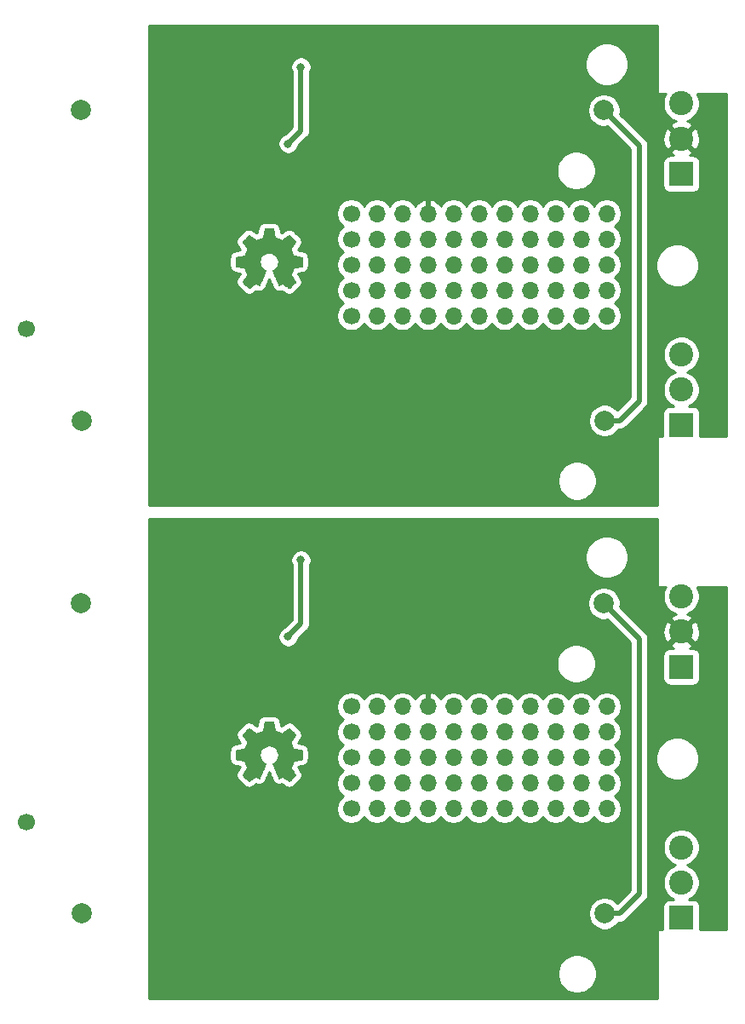
<source format=gbr>
G04 #@! TF.GenerationSoftware,KiCad,Pcbnew,5.1.5-52549c5~86~ubuntu18.04.1*
G04 #@! TF.CreationDate,2020-07-25T13:33:00-05:00*
G04 #@! TF.ProjectId,noname,6e6f6e61-6d65-42e6-9b69-6361645f7063,rev?*
G04 #@! TF.SameCoordinates,Original*
G04 #@! TF.FileFunction,Copper,L1,Top*
G04 #@! TF.FilePolarity,Positive*
%FSLAX46Y46*%
G04 Gerber Fmt 4.6, Leading zero omitted, Abs format (unit mm)*
G04 Created by KiCad (PCBNEW 5.1.5-52549c5~86~ubuntu18.04.1) date 2020-07-25 13:33:00*
%MOMM*%
%LPD*%
G04 APERTURE LIST*
%ADD10C,0.010000*%
%ADD11C,1.700000*%
%ADD12O,1.700000X1.700000*%
%ADD13R,2.400000X2.400000*%
%ADD14C,2.400000*%
%ADD15C,2.000000*%
%ADD16C,0.800000*%
%ADD17C,0.500000*%
%ADD18C,0.254000*%
G04 APERTURE END LIST*
D10*
G36*
X140255814Y-101078931D02*
G01*
X140339635Y-101523555D01*
X140648920Y-101651053D01*
X140958206Y-101778551D01*
X141329246Y-101526246D01*
X141433157Y-101455996D01*
X141527087Y-101393272D01*
X141606652Y-101340938D01*
X141667470Y-101301857D01*
X141705157Y-101278893D01*
X141715421Y-101273942D01*
X141733910Y-101286676D01*
X141773420Y-101321882D01*
X141829522Y-101375062D01*
X141897787Y-101441718D01*
X141973786Y-101517354D01*
X142053092Y-101597472D01*
X142131275Y-101677574D01*
X142203907Y-101753164D01*
X142266559Y-101819745D01*
X142314803Y-101872818D01*
X142344210Y-101907887D01*
X142351241Y-101919623D01*
X142341123Y-101941260D01*
X142312759Y-101988662D01*
X142269129Y-102057193D01*
X142213218Y-102142215D01*
X142148006Y-102239093D01*
X142110219Y-102294350D01*
X142041343Y-102395248D01*
X141980140Y-102486299D01*
X141929578Y-102562970D01*
X141892628Y-102620728D01*
X141872258Y-102655043D01*
X141869197Y-102662254D01*
X141876136Y-102682748D01*
X141895051Y-102730513D01*
X141923087Y-102798832D01*
X141957391Y-102880989D01*
X141995109Y-102970270D01*
X142033387Y-103059958D01*
X142069370Y-103143338D01*
X142100206Y-103213694D01*
X142123039Y-103264310D01*
X142135017Y-103288471D01*
X142135724Y-103289422D01*
X142154531Y-103294036D01*
X142204618Y-103304328D01*
X142280793Y-103319287D01*
X142377865Y-103337901D01*
X142490643Y-103359159D01*
X142556442Y-103371418D01*
X142676950Y-103394362D01*
X142785797Y-103416195D01*
X142877476Y-103435722D01*
X142946481Y-103451748D01*
X142987304Y-103463079D01*
X142995511Y-103466674D01*
X143003548Y-103491006D01*
X143010033Y-103545959D01*
X143014970Y-103625108D01*
X143018364Y-103722026D01*
X143020218Y-103830287D01*
X143020538Y-103943465D01*
X143019327Y-104055135D01*
X143016590Y-104158868D01*
X143012331Y-104248241D01*
X143006555Y-104316826D01*
X142999267Y-104358197D01*
X142994895Y-104366810D01*
X142968764Y-104377133D01*
X142913393Y-104391892D01*
X142836107Y-104409352D01*
X142744230Y-104427780D01*
X142712158Y-104433741D01*
X142557524Y-104462066D01*
X142435375Y-104484876D01*
X142341673Y-104503080D01*
X142272384Y-104517583D01*
X142223471Y-104529292D01*
X142190897Y-104539115D01*
X142170628Y-104547956D01*
X142158626Y-104556724D01*
X142156947Y-104558457D01*
X142140184Y-104586371D01*
X142114614Y-104640695D01*
X142082788Y-104714777D01*
X142047260Y-104801965D01*
X142010583Y-104895608D01*
X141975311Y-104989052D01*
X141943996Y-105075647D01*
X141919193Y-105148740D01*
X141903454Y-105201678D01*
X141899332Y-105227811D01*
X141899676Y-105228726D01*
X141913641Y-105250086D01*
X141945322Y-105297084D01*
X141991391Y-105364827D01*
X142048518Y-105448423D01*
X142113373Y-105542982D01*
X142131843Y-105569854D01*
X142197699Y-105667275D01*
X142255650Y-105756163D01*
X142302538Y-105831412D01*
X142335207Y-105887920D01*
X142350500Y-105920581D01*
X142351241Y-105924593D01*
X142338392Y-105945684D01*
X142302888Y-105987464D01*
X142249293Y-106045445D01*
X142182171Y-106115135D01*
X142106087Y-106192045D01*
X142025604Y-106271683D01*
X141945287Y-106349561D01*
X141869699Y-106421186D01*
X141803405Y-106482070D01*
X141750969Y-106527721D01*
X141716955Y-106553650D01*
X141707545Y-106557883D01*
X141685643Y-106547912D01*
X141640800Y-106521020D01*
X141580321Y-106481736D01*
X141533789Y-106450117D01*
X141449475Y-106392098D01*
X141349626Y-106323784D01*
X141249473Y-106255579D01*
X141195627Y-106219075D01*
X141013371Y-106095800D01*
X140860381Y-106178520D01*
X140790682Y-106214759D01*
X140731414Y-106242926D01*
X140691311Y-106258991D01*
X140681103Y-106261226D01*
X140668829Y-106244722D01*
X140644613Y-106198082D01*
X140610263Y-106125609D01*
X140567588Y-106031606D01*
X140518394Y-105920374D01*
X140464490Y-105796215D01*
X140407684Y-105663432D01*
X140349782Y-105526327D01*
X140292593Y-105389202D01*
X140237924Y-105256358D01*
X140187584Y-105132098D01*
X140143380Y-105020725D01*
X140107119Y-104926539D01*
X140080609Y-104853844D01*
X140065658Y-104806941D01*
X140063254Y-104790833D01*
X140082311Y-104770286D01*
X140124036Y-104736933D01*
X140179706Y-104697702D01*
X140184378Y-104694599D01*
X140328264Y-104579423D01*
X140444283Y-104445053D01*
X140531430Y-104295784D01*
X140588699Y-104135913D01*
X140615086Y-103969737D01*
X140609585Y-103801552D01*
X140571190Y-103635655D01*
X140498895Y-103476342D01*
X140477626Y-103441487D01*
X140366996Y-103300737D01*
X140236302Y-103187714D01*
X140090064Y-103103003D01*
X139932808Y-103047194D01*
X139769057Y-103020874D01*
X139603333Y-103024630D01*
X139440162Y-103059050D01*
X139284065Y-103124723D01*
X139139567Y-103222235D01*
X139094869Y-103261813D01*
X138981112Y-103385703D01*
X138898218Y-103516124D01*
X138841356Y-103662315D01*
X138809687Y-103807088D01*
X138801869Y-103969860D01*
X138827938Y-104133440D01*
X138885245Y-104292298D01*
X138971144Y-104440906D01*
X139082986Y-104573735D01*
X139218123Y-104685256D01*
X139235883Y-104697011D01*
X139292150Y-104735508D01*
X139334923Y-104768863D01*
X139355372Y-104790160D01*
X139355669Y-104790833D01*
X139351279Y-104813871D01*
X139333876Y-104866157D01*
X139305268Y-104943390D01*
X139267265Y-105041268D01*
X139221674Y-105155491D01*
X139170303Y-105281758D01*
X139114962Y-105415767D01*
X139057458Y-105553218D01*
X138999601Y-105689808D01*
X138943198Y-105821237D01*
X138890058Y-105943205D01*
X138841990Y-106051409D01*
X138800801Y-106141549D01*
X138768301Y-106209323D01*
X138746297Y-106250430D01*
X138737436Y-106261226D01*
X138710360Y-106252819D01*
X138659697Y-106230272D01*
X138594183Y-106197613D01*
X138558159Y-106178520D01*
X138405168Y-106095800D01*
X138222912Y-106219075D01*
X138129875Y-106282228D01*
X138028015Y-106351727D01*
X137932562Y-106417165D01*
X137884750Y-106450117D01*
X137817505Y-106495273D01*
X137760564Y-106531057D01*
X137721354Y-106552938D01*
X137708619Y-106557563D01*
X137690083Y-106545085D01*
X137649059Y-106510252D01*
X137589525Y-106456678D01*
X137515458Y-106387983D01*
X137430835Y-106307781D01*
X137377315Y-106256286D01*
X137283681Y-106164286D01*
X137202759Y-106081999D01*
X137137823Y-106012945D01*
X137092142Y-105960644D01*
X137068989Y-105928616D01*
X137066768Y-105922116D01*
X137077076Y-105897394D01*
X137105561Y-105847405D01*
X137149063Y-105777212D01*
X137204423Y-105691875D01*
X137268480Y-105596456D01*
X137286697Y-105569854D01*
X137353073Y-105473167D01*
X137412622Y-105386117D01*
X137462016Y-105313595D01*
X137497925Y-105260493D01*
X137517019Y-105231703D01*
X137518864Y-105228726D01*
X137516105Y-105205782D01*
X137501462Y-105155336D01*
X137477487Y-105084041D01*
X137446734Y-104998547D01*
X137411756Y-104905507D01*
X137375107Y-104811574D01*
X137339339Y-104723399D01*
X137307006Y-104647634D01*
X137280662Y-104590931D01*
X137262858Y-104559943D01*
X137261593Y-104558457D01*
X137250706Y-104549601D01*
X137232318Y-104540843D01*
X137202394Y-104531277D01*
X137156897Y-104519996D01*
X137091791Y-104506093D01*
X137003039Y-104488663D01*
X136886607Y-104466798D01*
X136738458Y-104439591D01*
X136706382Y-104433741D01*
X136611314Y-104415374D01*
X136528435Y-104397405D01*
X136465070Y-104381569D01*
X136428542Y-104369600D01*
X136423644Y-104366810D01*
X136415573Y-104342072D01*
X136409013Y-104286790D01*
X136403967Y-104207389D01*
X136400441Y-104110296D01*
X136398439Y-104001938D01*
X136397964Y-103888740D01*
X136399023Y-103777128D01*
X136401618Y-103673529D01*
X136405754Y-103584368D01*
X136411437Y-103516072D01*
X136418669Y-103475066D01*
X136423029Y-103466674D01*
X136447302Y-103458208D01*
X136502574Y-103444435D01*
X136583338Y-103426550D01*
X136684088Y-103405748D01*
X136799317Y-103383223D01*
X136862098Y-103371418D01*
X136981213Y-103349151D01*
X137087435Y-103328979D01*
X137175573Y-103311915D01*
X137240434Y-103298969D01*
X137276826Y-103291155D01*
X137282816Y-103289422D01*
X137292939Y-103269890D01*
X137314338Y-103222843D01*
X137344161Y-103155003D01*
X137379555Y-103073091D01*
X137417668Y-102983828D01*
X137455647Y-102893935D01*
X137490640Y-102810135D01*
X137519794Y-102739147D01*
X137540257Y-102687694D01*
X137549177Y-102662497D01*
X137549343Y-102661396D01*
X137539231Y-102641519D01*
X137510883Y-102595777D01*
X137467277Y-102528717D01*
X137411394Y-102444884D01*
X137346213Y-102348826D01*
X137308321Y-102293650D01*
X137239275Y-102192481D01*
X137177950Y-102100630D01*
X137127337Y-102022744D01*
X137090429Y-101963469D01*
X137070218Y-101927451D01*
X137067299Y-101919377D01*
X137079847Y-101900584D01*
X137114537Y-101860457D01*
X137166937Y-101803493D01*
X137232616Y-101734185D01*
X137307144Y-101657031D01*
X137386087Y-101576525D01*
X137465017Y-101497163D01*
X137539500Y-101423440D01*
X137605106Y-101359852D01*
X137657404Y-101310894D01*
X137691961Y-101281061D01*
X137703522Y-101273942D01*
X137722346Y-101283953D01*
X137767369Y-101312078D01*
X137834213Y-101355454D01*
X137918501Y-101411218D01*
X138015856Y-101476506D01*
X138089293Y-101526246D01*
X138460333Y-101778551D01*
X139078905Y-101523555D01*
X139162725Y-101078931D01*
X139246546Y-100634307D01*
X140171994Y-100634307D01*
X140255814Y-101078931D01*
G37*
X140255814Y-101078931D02*
X140339635Y-101523555D01*
X140648920Y-101651053D01*
X140958206Y-101778551D01*
X141329246Y-101526246D01*
X141433157Y-101455996D01*
X141527087Y-101393272D01*
X141606652Y-101340938D01*
X141667470Y-101301857D01*
X141705157Y-101278893D01*
X141715421Y-101273942D01*
X141733910Y-101286676D01*
X141773420Y-101321882D01*
X141829522Y-101375062D01*
X141897787Y-101441718D01*
X141973786Y-101517354D01*
X142053092Y-101597472D01*
X142131275Y-101677574D01*
X142203907Y-101753164D01*
X142266559Y-101819745D01*
X142314803Y-101872818D01*
X142344210Y-101907887D01*
X142351241Y-101919623D01*
X142341123Y-101941260D01*
X142312759Y-101988662D01*
X142269129Y-102057193D01*
X142213218Y-102142215D01*
X142148006Y-102239093D01*
X142110219Y-102294350D01*
X142041343Y-102395248D01*
X141980140Y-102486299D01*
X141929578Y-102562970D01*
X141892628Y-102620728D01*
X141872258Y-102655043D01*
X141869197Y-102662254D01*
X141876136Y-102682748D01*
X141895051Y-102730513D01*
X141923087Y-102798832D01*
X141957391Y-102880989D01*
X141995109Y-102970270D01*
X142033387Y-103059958D01*
X142069370Y-103143338D01*
X142100206Y-103213694D01*
X142123039Y-103264310D01*
X142135017Y-103288471D01*
X142135724Y-103289422D01*
X142154531Y-103294036D01*
X142204618Y-103304328D01*
X142280793Y-103319287D01*
X142377865Y-103337901D01*
X142490643Y-103359159D01*
X142556442Y-103371418D01*
X142676950Y-103394362D01*
X142785797Y-103416195D01*
X142877476Y-103435722D01*
X142946481Y-103451748D01*
X142987304Y-103463079D01*
X142995511Y-103466674D01*
X143003548Y-103491006D01*
X143010033Y-103545959D01*
X143014970Y-103625108D01*
X143018364Y-103722026D01*
X143020218Y-103830287D01*
X143020538Y-103943465D01*
X143019327Y-104055135D01*
X143016590Y-104158868D01*
X143012331Y-104248241D01*
X143006555Y-104316826D01*
X142999267Y-104358197D01*
X142994895Y-104366810D01*
X142968764Y-104377133D01*
X142913393Y-104391892D01*
X142836107Y-104409352D01*
X142744230Y-104427780D01*
X142712158Y-104433741D01*
X142557524Y-104462066D01*
X142435375Y-104484876D01*
X142341673Y-104503080D01*
X142272384Y-104517583D01*
X142223471Y-104529292D01*
X142190897Y-104539115D01*
X142170628Y-104547956D01*
X142158626Y-104556724D01*
X142156947Y-104558457D01*
X142140184Y-104586371D01*
X142114614Y-104640695D01*
X142082788Y-104714777D01*
X142047260Y-104801965D01*
X142010583Y-104895608D01*
X141975311Y-104989052D01*
X141943996Y-105075647D01*
X141919193Y-105148740D01*
X141903454Y-105201678D01*
X141899332Y-105227811D01*
X141899676Y-105228726D01*
X141913641Y-105250086D01*
X141945322Y-105297084D01*
X141991391Y-105364827D01*
X142048518Y-105448423D01*
X142113373Y-105542982D01*
X142131843Y-105569854D01*
X142197699Y-105667275D01*
X142255650Y-105756163D01*
X142302538Y-105831412D01*
X142335207Y-105887920D01*
X142350500Y-105920581D01*
X142351241Y-105924593D01*
X142338392Y-105945684D01*
X142302888Y-105987464D01*
X142249293Y-106045445D01*
X142182171Y-106115135D01*
X142106087Y-106192045D01*
X142025604Y-106271683D01*
X141945287Y-106349561D01*
X141869699Y-106421186D01*
X141803405Y-106482070D01*
X141750969Y-106527721D01*
X141716955Y-106553650D01*
X141707545Y-106557883D01*
X141685643Y-106547912D01*
X141640800Y-106521020D01*
X141580321Y-106481736D01*
X141533789Y-106450117D01*
X141449475Y-106392098D01*
X141349626Y-106323784D01*
X141249473Y-106255579D01*
X141195627Y-106219075D01*
X141013371Y-106095800D01*
X140860381Y-106178520D01*
X140790682Y-106214759D01*
X140731414Y-106242926D01*
X140691311Y-106258991D01*
X140681103Y-106261226D01*
X140668829Y-106244722D01*
X140644613Y-106198082D01*
X140610263Y-106125609D01*
X140567588Y-106031606D01*
X140518394Y-105920374D01*
X140464490Y-105796215D01*
X140407684Y-105663432D01*
X140349782Y-105526327D01*
X140292593Y-105389202D01*
X140237924Y-105256358D01*
X140187584Y-105132098D01*
X140143380Y-105020725D01*
X140107119Y-104926539D01*
X140080609Y-104853844D01*
X140065658Y-104806941D01*
X140063254Y-104790833D01*
X140082311Y-104770286D01*
X140124036Y-104736933D01*
X140179706Y-104697702D01*
X140184378Y-104694599D01*
X140328264Y-104579423D01*
X140444283Y-104445053D01*
X140531430Y-104295784D01*
X140588699Y-104135913D01*
X140615086Y-103969737D01*
X140609585Y-103801552D01*
X140571190Y-103635655D01*
X140498895Y-103476342D01*
X140477626Y-103441487D01*
X140366996Y-103300737D01*
X140236302Y-103187714D01*
X140090064Y-103103003D01*
X139932808Y-103047194D01*
X139769057Y-103020874D01*
X139603333Y-103024630D01*
X139440162Y-103059050D01*
X139284065Y-103124723D01*
X139139567Y-103222235D01*
X139094869Y-103261813D01*
X138981112Y-103385703D01*
X138898218Y-103516124D01*
X138841356Y-103662315D01*
X138809687Y-103807088D01*
X138801869Y-103969860D01*
X138827938Y-104133440D01*
X138885245Y-104292298D01*
X138971144Y-104440906D01*
X139082986Y-104573735D01*
X139218123Y-104685256D01*
X139235883Y-104697011D01*
X139292150Y-104735508D01*
X139334923Y-104768863D01*
X139355372Y-104790160D01*
X139355669Y-104790833D01*
X139351279Y-104813871D01*
X139333876Y-104866157D01*
X139305268Y-104943390D01*
X139267265Y-105041268D01*
X139221674Y-105155491D01*
X139170303Y-105281758D01*
X139114962Y-105415767D01*
X139057458Y-105553218D01*
X138999601Y-105689808D01*
X138943198Y-105821237D01*
X138890058Y-105943205D01*
X138841990Y-106051409D01*
X138800801Y-106141549D01*
X138768301Y-106209323D01*
X138746297Y-106250430D01*
X138737436Y-106261226D01*
X138710360Y-106252819D01*
X138659697Y-106230272D01*
X138594183Y-106197613D01*
X138558159Y-106178520D01*
X138405168Y-106095800D01*
X138222912Y-106219075D01*
X138129875Y-106282228D01*
X138028015Y-106351727D01*
X137932562Y-106417165D01*
X137884750Y-106450117D01*
X137817505Y-106495273D01*
X137760564Y-106531057D01*
X137721354Y-106552938D01*
X137708619Y-106557563D01*
X137690083Y-106545085D01*
X137649059Y-106510252D01*
X137589525Y-106456678D01*
X137515458Y-106387983D01*
X137430835Y-106307781D01*
X137377315Y-106256286D01*
X137283681Y-106164286D01*
X137202759Y-106081999D01*
X137137823Y-106012945D01*
X137092142Y-105960644D01*
X137068989Y-105928616D01*
X137066768Y-105922116D01*
X137077076Y-105897394D01*
X137105561Y-105847405D01*
X137149063Y-105777212D01*
X137204423Y-105691875D01*
X137268480Y-105596456D01*
X137286697Y-105569854D01*
X137353073Y-105473167D01*
X137412622Y-105386117D01*
X137462016Y-105313595D01*
X137497925Y-105260493D01*
X137517019Y-105231703D01*
X137518864Y-105228726D01*
X137516105Y-105205782D01*
X137501462Y-105155336D01*
X137477487Y-105084041D01*
X137446734Y-104998547D01*
X137411756Y-104905507D01*
X137375107Y-104811574D01*
X137339339Y-104723399D01*
X137307006Y-104647634D01*
X137280662Y-104590931D01*
X137262858Y-104559943D01*
X137261593Y-104558457D01*
X137250706Y-104549601D01*
X137232318Y-104540843D01*
X137202394Y-104531277D01*
X137156897Y-104519996D01*
X137091791Y-104506093D01*
X137003039Y-104488663D01*
X136886607Y-104466798D01*
X136738458Y-104439591D01*
X136706382Y-104433741D01*
X136611314Y-104415374D01*
X136528435Y-104397405D01*
X136465070Y-104381569D01*
X136428542Y-104369600D01*
X136423644Y-104366810D01*
X136415573Y-104342072D01*
X136409013Y-104286790D01*
X136403967Y-104207389D01*
X136400441Y-104110296D01*
X136398439Y-104001938D01*
X136397964Y-103888740D01*
X136399023Y-103777128D01*
X136401618Y-103673529D01*
X136405754Y-103584368D01*
X136411437Y-103516072D01*
X136418669Y-103475066D01*
X136423029Y-103466674D01*
X136447302Y-103458208D01*
X136502574Y-103444435D01*
X136583338Y-103426550D01*
X136684088Y-103405748D01*
X136799317Y-103383223D01*
X136862098Y-103371418D01*
X136981213Y-103349151D01*
X137087435Y-103328979D01*
X137175573Y-103311915D01*
X137240434Y-103298969D01*
X137276826Y-103291155D01*
X137282816Y-103289422D01*
X137292939Y-103269890D01*
X137314338Y-103222843D01*
X137344161Y-103155003D01*
X137379555Y-103073091D01*
X137417668Y-102983828D01*
X137455647Y-102893935D01*
X137490640Y-102810135D01*
X137519794Y-102739147D01*
X137540257Y-102687694D01*
X137549177Y-102662497D01*
X137549343Y-102661396D01*
X137539231Y-102641519D01*
X137510883Y-102595777D01*
X137467277Y-102528717D01*
X137411394Y-102444884D01*
X137346213Y-102348826D01*
X137308321Y-102293650D01*
X137239275Y-102192481D01*
X137177950Y-102100630D01*
X137127337Y-102022744D01*
X137090429Y-101963469D01*
X137070218Y-101927451D01*
X137067299Y-101919377D01*
X137079847Y-101900584D01*
X137114537Y-101860457D01*
X137166937Y-101803493D01*
X137232616Y-101734185D01*
X137307144Y-101657031D01*
X137386087Y-101576525D01*
X137465017Y-101497163D01*
X137539500Y-101423440D01*
X137605106Y-101359852D01*
X137657404Y-101310894D01*
X137691961Y-101281061D01*
X137703522Y-101273942D01*
X137722346Y-101283953D01*
X137767369Y-101312078D01*
X137834213Y-101355454D01*
X137918501Y-101411218D01*
X138015856Y-101476506D01*
X138089293Y-101526246D01*
X138460333Y-101778551D01*
X139078905Y-101523555D01*
X139162725Y-101078931D01*
X139246546Y-100634307D01*
X140171994Y-100634307D01*
X140255814Y-101078931D01*
G36*
X140255814Y-52078931D02*
G01*
X140339635Y-52523555D01*
X140648920Y-52651053D01*
X140958206Y-52778551D01*
X141329246Y-52526246D01*
X141433157Y-52455996D01*
X141527087Y-52393272D01*
X141606652Y-52340938D01*
X141667470Y-52301857D01*
X141705157Y-52278893D01*
X141715421Y-52273942D01*
X141733910Y-52286676D01*
X141773420Y-52321882D01*
X141829522Y-52375062D01*
X141897787Y-52441718D01*
X141973786Y-52517354D01*
X142053092Y-52597472D01*
X142131275Y-52677574D01*
X142203907Y-52753164D01*
X142266559Y-52819745D01*
X142314803Y-52872818D01*
X142344210Y-52907887D01*
X142351241Y-52919623D01*
X142341123Y-52941260D01*
X142312759Y-52988662D01*
X142269129Y-53057193D01*
X142213218Y-53142215D01*
X142148006Y-53239093D01*
X142110219Y-53294350D01*
X142041343Y-53395248D01*
X141980140Y-53486299D01*
X141929578Y-53562970D01*
X141892628Y-53620728D01*
X141872258Y-53655043D01*
X141869197Y-53662254D01*
X141876136Y-53682748D01*
X141895051Y-53730513D01*
X141923087Y-53798832D01*
X141957391Y-53880989D01*
X141995109Y-53970270D01*
X142033387Y-54059958D01*
X142069370Y-54143338D01*
X142100206Y-54213694D01*
X142123039Y-54264310D01*
X142135017Y-54288471D01*
X142135724Y-54289422D01*
X142154531Y-54294036D01*
X142204618Y-54304328D01*
X142280793Y-54319287D01*
X142377865Y-54337901D01*
X142490643Y-54359159D01*
X142556442Y-54371418D01*
X142676950Y-54394362D01*
X142785797Y-54416195D01*
X142877476Y-54435722D01*
X142946481Y-54451748D01*
X142987304Y-54463079D01*
X142995511Y-54466674D01*
X143003548Y-54491006D01*
X143010033Y-54545959D01*
X143014970Y-54625108D01*
X143018364Y-54722026D01*
X143020218Y-54830287D01*
X143020538Y-54943465D01*
X143019327Y-55055135D01*
X143016590Y-55158868D01*
X143012331Y-55248241D01*
X143006555Y-55316826D01*
X142999267Y-55358197D01*
X142994895Y-55366810D01*
X142968764Y-55377133D01*
X142913393Y-55391892D01*
X142836107Y-55409352D01*
X142744230Y-55427780D01*
X142712158Y-55433741D01*
X142557524Y-55462066D01*
X142435375Y-55484876D01*
X142341673Y-55503080D01*
X142272384Y-55517583D01*
X142223471Y-55529292D01*
X142190897Y-55539115D01*
X142170628Y-55547956D01*
X142158626Y-55556724D01*
X142156947Y-55558457D01*
X142140184Y-55586371D01*
X142114614Y-55640695D01*
X142082788Y-55714777D01*
X142047260Y-55801965D01*
X142010583Y-55895608D01*
X141975311Y-55989052D01*
X141943996Y-56075647D01*
X141919193Y-56148740D01*
X141903454Y-56201678D01*
X141899332Y-56227811D01*
X141899676Y-56228726D01*
X141913641Y-56250086D01*
X141945322Y-56297084D01*
X141991391Y-56364827D01*
X142048518Y-56448423D01*
X142113373Y-56542982D01*
X142131843Y-56569854D01*
X142197699Y-56667275D01*
X142255650Y-56756163D01*
X142302538Y-56831412D01*
X142335207Y-56887920D01*
X142350500Y-56920581D01*
X142351241Y-56924593D01*
X142338392Y-56945684D01*
X142302888Y-56987464D01*
X142249293Y-57045445D01*
X142182171Y-57115135D01*
X142106087Y-57192045D01*
X142025604Y-57271683D01*
X141945287Y-57349561D01*
X141869699Y-57421186D01*
X141803405Y-57482070D01*
X141750969Y-57527721D01*
X141716955Y-57553650D01*
X141707545Y-57557883D01*
X141685643Y-57547912D01*
X141640800Y-57521020D01*
X141580321Y-57481736D01*
X141533789Y-57450117D01*
X141449475Y-57392098D01*
X141349626Y-57323784D01*
X141249473Y-57255579D01*
X141195627Y-57219075D01*
X141013371Y-57095800D01*
X140860381Y-57178520D01*
X140790682Y-57214759D01*
X140731414Y-57242926D01*
X140691311Y-57258991D01*
X140681103Y-57261226D01*
X140668829Y-57244722D01*
X140644613Y-57198082D01*
X140610263Y-57125609D01*
X140567588Y-57031606D01*
X140518394Y-56920374D01*
X140464490Y-56796215D01*
X140407684Y-56663432D01*
X140349782Y-56526327D01*
X140292593Y-56389202D01*
X140237924Y-56256358D01*
X140187584Y-56132098D01*
X140143380Y-56020725D01*
X140107119Y-55926539D01*
X140080609Y-55853844D01*
X140065658Y-55806941D01*
X140063254Y-55790833D01*
X140082311Y-55770286D01*
X140124036Y-55736933D01*
X140179706Y-55697702D01*
X140184378Y-55694599D01*
X140328264Y-55579423D01*
X140444283Y-55445053D01*
X140531430Y-55295784D01*
X140588699Y-55135913D01*
X140615086Y-54969737D01*
X140609585Y-54801552D01*
X140571190Y-54635655D01*
X140498895Y-54476342D01*
X140477626Y-54441487D01*
X140366996Y-54300737D01*
X140236302Y-54187714D01*
X140090064Y-54103003D01*
X139932808Y-54047194D01*
X139769057Y-54020874D01*
X139603333Y-54024630D01*
X139440162Y-54059050D01*
X139284065Y-54124723D01*
X139139567Y-54222235D01*
X139094869Y-54261813D01*
X138981112Y-54385703D01*
X138898218Y-54516124D01*
X138841356Y-54662315D01*
X138809687Y-54807088D01*
X138801869Y-54969860D01*
X138827938Y-55133440D01*
X138885245Y-55292298D01*
X138971144Y-55440906D01*
X139082986Y-55573735D01*
X139218123Y-55685256D01*
X139235883Y-55697011D01*
X139292150Y-55735508D01*
X139334923Y-55768863D01*
X139355372Y-55790160D01*
X139355669Y-55790833D01*
X139351279Y-55813871D01*
X139333876Y-55866157D01*
X139305268Y-55943390D01*
X139267265Y-56041268D01*
X139221674Y-56155491D01*
X139170303Y-56281758D01*
X139114962Y-56415767D01*
X139057458Y-56553218D01*
X138999601Y-56689808D01*
X138943198Y-56821237D01*
X138890058Y-56943205D01*
X138841990Y-57051409D01*
X138800801Y-57141549D01*
X138768301Y-57209323D01*
X138746297Y-57250430D01*
X138737436Y-57261226D01*
X138710360Y-57252819D01*
X138659697Y-57230272D01*
X138594183Y-57197613D01*
X138558159Y-57178520D01*
X138405168Y-57095800D01*
X138222912Y-57219075D01*
X138129875Y-57282228D01*
X138028015Y-57351727D01*
X137932562Y-57417165D01*
X137884750Y-57450117D01*
X137817505Y-57495273D01*
X137760564Y-57531057D01*
X137721354Y-57552938D01*
X137708619Y-57557563D01*
X137690083Y-57545085D01*
X137649059Y-57510252D01*
X137589525Y-57456678D01*
X137515458Y-57387983D01*
X137430835Y-57307781D01*
X137377315Y-57256286D01*
X137283681Y-57164286D01*
X137202759Y-57081999D01*
X137137823Y-57012945D01*
X137092142Y-56960644D01*
X137068989Y-56928616D01*
X137066768Y-56922116D01*
X137077076Y-56897394D01*
X137105561Y-56847405D01*
X137149063Y-56777212D01*
X137204423Y-56691875D01*
X137268480Y-56596456D01*
X137286697Y-56569854D01*
X137353073Y-56473167D01*
X137412622Y-56386117D01*
X137462016Y-56313595D01*
X137497925Y-56260493D01*
X137517019Y-56231703D01*
X137518864Y-56228726D01*
X137516105Y-56205782D01*
X137501462Y-56155336D01*
X137477487Y-56084041D01*
X137446734Y-55998547D01*
X137411756Y-55905507D01*
X137375107Y-55811574D01*
X137339339Y-55723399D01*
X137307006Y-55647634D01*
X137280662Y-55590931D01*
X137262858Y-55559943D01*
X137261593Y-55558457D01*
X137250706Y-55549601D01*
X137232318Y-55540843D01*
X137202394Y-55531277D01*
X137156897Y-55519996D01*
X137091791Y-55506093D01*
X137003039Y-55488663D01*
X136886607Y-55466798D01*
X136738458Y-55439591D01*
X136706382Y-55433741D01*
X136611314Y-55415374D01*
X136528435Y-55397405D01*
X136465070Y-55381569D01*
X136428542Y-55369600D01*
X136423644Y-55366810D01*
X136415573Y-55342072D01*
X136409013Y-55286790D01*
X136403967Y-55207389D01*
X136400441Y-55110296D01*
X136398439Y-55001938D01*
X136397964Y-54888740D01*
X136399023Y-54777128D01*
X136401618Y-54673529D01*
X136405754Y-54584368D01*
X136411437Y-54516072D01*
X136418669Y-54475066D01*
X136423029Y-54466674D01*
X136447302Y-54458208D01*
X136502574Y-54444435D01*
X136583338Y-54426550D01*
X136684088Y-54405748D01*
X136799317Y-54383223D01*
X136862098Y-54371418D01*
X136981213Y-54349151D01*
X137087435Y-54328979D01*
X137175573Y-54311915D01*
X137240434Y-54298969D01*
X137276826Y-54291155D01*
X137282816Y-54289422D01*
X137292939Y-54269890D01*
X137314338Y-54222843D01*
X137344161Y-54155003D01*
X137379555Y-54073091D01*
X137417668Y-53983828D01*
X137455647Y-53893935D01*
X137490640Y-53810135D01*
X137519794Y-53739147D01*
X137540257Y-53687694D01*
X137549177Y-53662497D01*
X137549343Y-53661396D01*
X137539231Y-53641519D01*
X137510883Y-53595777D01*
X137467277Y-53528717D01*
X137411394Y-53444884D01*
X137346213Y-53348826D01*
X137308321Y-53293650D01*
X137239275Y-53192481D01*
X137177950Y-53100630D01*
X137127337Y-53022744D01*
X137090429Y-52963469D01*
X137070218Y-52927451D01*
X137067299Y-52919377D01*
X137079847Y-52900584D01*
X137114537Y-52860457D01*
X137166937Y-52803493D01*
X137232616Y-52734185D01*
X137307144Y-52657031D01*
X137386087Y-52576525D01*
X137465017Y-52497163D01*
X137539500Y-52423440D01*
X137605106Y-52359852D01*
X137657404Y-52310894D01*
X137691961Y-52281061D01*
X137703522Y-52273942D01*
X137722346Y-52283953D01*
X137767369Y-52312078D01*
X137834213Y-52355454D01*
X137918501Y-52411218D01*
X138015856Y-52476506D01*
X138089293Y-52526246D01*
X138460333Y-52778551D01*
X139078905Y-52523555D01*
X139162725Y-52078931D01*
X139246546Y-51634307D01*
X140171994Y-51634307D01*
X140255814Y-52078931D01*
G37*
X140255814Y-52078931D02*
X140339635Y-52523555D01*
X140648920Y-52651053D01*
X140958206Y-52778551D01*
X141329246Y-52526246D01*
X141433157Y-52455996D01*
X141527087Y-52393272D01*
X141606652Y-52340938D01*
X141667470Y-52301857D01*
X141705157Y-52278893D01*
X141715421Y-52273942D01*
X141733910Y-52286676D01*
X141773420Y-52321882D01*
X141829522Y-52375062D01*
X141897787Y-52441718D01*
X141973786Y-52517354D01*
X142053092Y-52597472D01*
X142131275Y-52677574D01*
X142203907Y-52753164D01*
X142266559Y-52819745D01*
X142314803Y-52872818D01*
X142344210Y-52907887D01*
X142351241Y-52919623D01*
X142341123Y-52941260D01*
X142312759Y-52988662D01*
X142269129Y-53057193D01*
X142213218Y-53142215D01*
X142148006Y-53239093D01*
X142110219Y-53294350D01*
X142041343Y-53395248D01*
X141980140Y-53486299D01*
X141929578Y-53562970D01*
X141892628Y-53620728D01*
X141872258Y-53655043D01*
X141869197Y-53662254D01*
X141876136Y-53682748D01*
X141895051Y-53730513D01*
X141923087Y-53798832D01*
X141957391Y-53880989D01*
X141995109Y-53970270D01*
X142033387Y-54059958D01*
X142069370Y-54143338D01*
X142100206Y-54213694D01*
X142123039Y-54264310D01*
X142135017Y-54288471D01*
X142135724Y-54289422D01*
X142154531Y-54294036D01*
X142204618Y-54304328D01*
X142280793Y-54319287D01*
X142377865Y-54337901D01*
X142490643Y-54359159D01*
X142556442Y-54371418D01*
X142676950Y-54394362D01*
X142785797Y-54416195D01*
X142877476Y-54435722D01*
X142946481Y-54451748D01*
X142987304Y-54463079D01*
X142995511Y-54466674D01*
X143003548Y-54491006D01*
X143010033Y-54545959D01*
X143014970Y-54625108D01*
X143018364Y-54722026D01*
X143020218Y-54830287D01*
X143020538Y-54943465D01*
X143019327Y-55055135D01*
X143016590Y-55158868D01*
X143012331Y-55248241D01*
X143006555Y-55316826D01*
X142999267Y-55358197D01*
X142994895Y-55366810D01*
X142968764Y-55377133D01*
X142913393Y-55391892D01*
X142836107Y-55409352D01*
X142744230Y-55427780D01*
X142712158Y-55433741D01*
X142557524Y-55462066D01*
X142435375Y-55484876D01*
X142341673Y-55503080D01*
X142272384Y-55517583D01*
X142223471Y-55529292D01*
X142190897Y-55539115D01*
X142170628Y-55547956D01*
X142158626Y-55556724D01*
X142156947Y-55558457D01*
X142140184Y-55586371D01*
X142114614Y-55640695D01*
X142082788Y-55714777D01*
X142047260Y-55801965D01*
X142010583Y-55895608D01*
X141975311Y-55989052D01*
X141943996Y-56075647D01*
X141919193Y-56148740D01*
X141903454Y-56201678D01*
X141899332Y-56227811D01*
X141899676Y-56228726D01*
X141913641Y-56250086D01*
X141945322Y-56297084D01*
X141991391Y-56364827D01*
X142048518Y-56448423D01*
X142113373Y-56542982D01*
X142131843Y-56569854D01*
X142197699Y-56667275D01*
X142255650Y-56756163D01*
X142302538Y-56831412D01*
X142335207Y-56887920D01*
X142350500Y-56920581D01*
X142351241Y-56924593D01*
X142338392Y-56945684D01*
X142302888Y-56987464D01*
X142249293Y-57045445D01*
X142182171Y-57115135D01*
X142106087Y-57192045D01*
X142025604Y-57271683D01*
X141945287Y-57349561D01*
X141869699Y-57421186D01*
X141803405Y-57482070D01*
X141750969Y-57527721D01*
X141716955Y-57553650D01*
X141707545Y-57557883D01*
X141685643Y-57547912D01*
X141640800Y-57521020D01*
X141580321Y-57481736D01*
X141533789Y-57450117D01*
X141449475Y-57392098D01*
X141349626Y-57323784D01*
X141249473Y-57255579D01*
X141195627Y-57219075D01*
X141013371Y-57095800D01*
X140860381Y-57178520D01*
X140790682Y-57214759D01*
X140731414Y-57242926D01*
X140691311Y-57258991D01*
X140681103Y-57261226D01*
X140668829Y-57244722D01*
X140644613Y-57198082D01*
X140610263Y-57125609D01*
X140567588Y-57031606D01*
X140518394Y-56920374D01*
X140464490Y-56796215D01*
X140407684Y-56663432D01*
X140349782Y-56526327D01*
X140292593Y-56389202D01*
X140237924Y-56256358D01*
X140187584Y-56132098D01*
X140143380Y-56020725D01*
X140107119Y-55926539D01*
X140080609Y-55853844D01*
X140065658Y-55806941D01*
X140063254Y-55790833D01*
X140082311Y-55770286D01*
X140124036Y-55736933D01*
X140179706Y-55697702D01*
X140184378Y-55694599D01*
X140328264Y-55579423D01*
X140444283Y-55445053D01*
X140531430Y-55295784D01*
X140588699Y-55135913D01*
X140615086Y-54969737D01*
X140609585Y-54801552D01*
X140571190Y-54635655D01*
X140498895Y-54476342D01*
X140477626Y-54441487D01*
X140366996Y-54300737D01*
X140236302Y-54187714D01*
X140090064Y-54103003D01*
X139932808Y-54047194D01*
X139769057Y-54020874D01*
X139603333Y-54024630D01*
X139440162Y-54059050D01*
X139284065Y-54124723D01*
X139139567Y-54222235D01*
X139094869Y-54261813D01*
X138981112Y-54385703D01*
X138898218Y-54516124D01*
X138841356Y-54662315D01*
X138809687Y-54807088D01*
X138801869Y-54969860D01*
X138827938Y-55133440D01*
X138885245Y-55292298D01*
X138971144Y-55440906D01*
X139082986Y-55573735D01*
X139218123Y-55685256D01*
X139235883Y-55697011D01*
X139292150Y-55735508D01*
X139334923Y-55768863D01*
X139355372Y-55790160D01*
X139355669Y-55790833D01*
X139351279Y-55813871D01*
X139333876Y-55866157D01*
X139305268Y-55943390D01*
X139267265Y-56041268D01*
X139221674Y-56155491D01*
X139170303Y-56281758D01*
X139114962Y-56415767D01*
X139057458Y-56553218D01*
X138999601Y-56689808D01*
X138943198Y-56821237D01*
X138890058Y-56943205D01*
X138841990Y-57051409D01*
X138800801Y-57141549D01*
X138768301Y-57209323D01*
X138746297Y-57250430D01*
X138737436Y-57261226D01*
X138710360Y-57252819D01*
X138659697Y-57230272D01*
X138594183Y-57197613D01*
X138558159Y-57178520D01*
X138405168Y-57095800D01*
X138222912Y-57219075D01*
X138129875Y-57282228D01*
X138028015Y-57351727D01*
X137932562Y-57417165D01*
X137884750Y-57450117D01*
X137817505Y-57495273D01*
X137760564Y-57531057D01*
X137721354Y-57552938D01*
X137708619Y-57557563D01*
X137690083Y-57545085D01*
X137649059Y-57510252D01*
X137589525Y-57456678D01*
X137515458Y-57387983D01*
X137430835Y-57307781D01*
X137377315Y-57256286D01*
X137283681Y-57164286D01*
X137202759Y-57081999D01*
X137137823Y-57012945D01*
X137092142Y-56960644D01*
X137068989Y-56928616D01*
X137066768Y-56922116D01*
X137077076Y-56897394D01*
X137105561Y-56847405D01*
X137149063Y-56777212D01*
X137204423Y-56691875D01*
X137268480Y-56596456D01*
X137286697Y-56569854D01*
X137353073Y-56473167D01*
X137412622Y-56386117D01*
X137462016Y-56313595D01*
X137497925Y-56260493D01*
X137517019Y-56231703D01*
X137518864Y-56228726D01*
X137516105Y-56205782D01*
X137501462Y-56155336D01*
X137477487Y-56084041D01*
X137446734Y-55998547D01*
X137411756Y-55905507D01*
X137375107Y-55811574D01*
X137339339Y-55723399D01*
X137307006Y-55647634D01*
X137280662Y-55590931D01*
X137262858Y-55559943D01*
X137261593Y-55558457D01*
X137250706Y-55549601D01*
X137232318Y-55540843D01*
X137202394Y-55531277D01*
X137156897Y-55519996D01*
X137091791Y-55506093D01*
X137003039Y-55488663D01*
X136886607Y-55466798D01*
X136738458Y-55439591D01*
X136706382Y-55433741D01*
X136611314Y-55415374D01*
X136528435Y-55397405D01*
X136465070Y-55381569D01*
X136428542Y-55369600D01*
X136423644Y-55366810D01*
X136415573Y-55342072D01*
X136409013Y-55286790D01*
X136403967Y-55207389D01*
X136400441Y-55110296D01*
X136398439Y-55001938D01*
X136397964Y-54888740D01*
X136399023Y-54777128D01*
X136401618Y-54673529D01*
X136405754Y-54584368D01*
X136411437Y-54516072D01*
X136418669Y-54475066D01*
X136423029Y-54466674D01*
X136447302Y-54458208D01*
X136502574Y-54444435D01*
X136583338Y-54426550D01*
X136684088Y-54405748D01*
X136799317Y-54383223D01*
X136862098Y-54371418D01*
X136981213Y-54349151D01*
X137087435Y-54328979D01*
X137175573Y-54311915D01*
X137240434Y-54298969D01*
X137276826Y-54291155D01*
X137282816Y-54289422D01*
X137292939Y-54269890D01*
X137314338Y-54222843D01*
X137344161Y-54155003D01*
X137379555Y-54073091D01*
X137417668Y-53983828D01*
X137455647Y-53893935D01*
X137490640Y-53810135D01*
X137519794Y-53739147D01*
X137540257Y-53687694D01*
X137549177Y-53662497D01*
X137549343Y-53661396D01*
X137539231Y-53641519D01*
X137510883Y-53595777D01*
X137467277Y-53528717D01*
X137411394Y-53444884D01*
X137346213Y-53348826D01*
X137308321Y-53293650D01*
X137239275Y-53192481D01*
X137177950Y-53100630D01*
X137127337Y-53022744D01*
X137090429Y-52963469D01*
X137070218Y-52927451D01*
X137067299Y-52919377D01*
X137079847Y-52900584D01*
X137114537Y-52860457D01*
X137166937Y-52803493D01*
X137232616Y-52734185D01*
X137307144Y-52657031D01*
X137386087Y-52576525D01*
X137465017Y-52497163D01*
X137539500Y-52423440D01*
X137605106Y-52359852D01*
X137657404Y-52310894D01*
X137691961Y-52281061D01*
X137703522Y-52273942D01*
X137722346Y-52283953D01*
X137767369Y-52312078D01*
X137834213Y-52355454D01*
X137918501Y-52411218D01*
X138015856Y-52476506D01*
X138089293Y-52526246D01*
X138460333Y-52778551D01*
X139078905Y-52523555D01*
X139162725Y-52078931D01*
X139246546Y-51634307D01*
X140171994Y-51634307D01*
X140255814Y-52078931D01*
D11*
X147890000Y-109290000D03*
D12*
X150430000Y-109290000D03*
X152970000Y-109290000D03*
X155510000Y-109290000D03*
X158050000Y-109290000D03*
X160590000Y-109290000D03*
X163130000Y-109290000D03*
X165670000Y-109290000D03*
X168210000Y-109290000D03*
X170750000Y-109290000D03*
X173290000Y-109290000D03*
D13*
X180705000Y-120120000D03*
D14*
X180705000Y-116620000D03*
X180705000Y-113120000D03*
D13*
X180705000Y-95185000D03*
D14*
X180705000Y-91685000D03*
X180705000Y-88185000D03*
D15*
X121095000Y-119700000D03*
X173085000Y-119700000D03*
X173005000Y-88870000D03*
X121015000Y-88870000D03*
D11*
X147890000Y-101670000D03*
D12*
X150430000Y-101670000D03*
X152970000Y-101670000D03*
X155510000Y-101670000D03*
X158050000Y-101670000D03*
X160590000Y-101670000D03*
X163130000Y-101670000D03*
X165670000Y-101670000D03*
X168210000Y-101670000D03*
X170750000Y-101670000D03*
X173290000Y-101670000D03*
D11*
X147890000Y-99130000D03*
D12*
X150430000Y-99130000D03*
X152970000Y-99130000D03*
X155510000Y-99130000D03*
X158050000Y-99130000D03*
X160590000Y-99130000D03*
X163130000Y-99130000D03*
X165670000Y-99130000D03*
X168210000Y-99130000D03*
X170750000Y-99130000D03*
X173290000Y-99130000D03*
D11*
X147890000Y-106750000D03*
D12*
X150430000Y-106750000D03*
X152970000Y-106750000D03*
X155510000Y-106750000D03*
X158050000Y-106750000D03*
X160590000Y-106750000D03*
X163130000Y-106750000D03*
X165670000Y-106750000D03*
X168210000Y-106750000D03*
X170750000Y-106750000D03*
X173290000Y-106750000D03*
D11*
X147890000Y-104210000D03*
D12*
X150430000Y-104210000D03*
X152970000Y-104210000D03*
X155510000Y-104210000D03*
X158050000Y-104210000D03*
X160590000Y-104210000D03*
X163130000Y-104210000D03*
X165670000Y-104210000D03*
X168210000Y-104210000D03*
X170750000Y-104210000D03*
X173290000Y-104210000D03*
D11*
X115570000Y-110595000D03*
D12*
X173290000Y-52670000D03*
X170750000Y-52670000D03*
X168210000Y-52670000D03*
X165670000Y-52670000D03*
X163130000Y-52670000D03*
X160590000Y-52670000D03*
X158050000Y-52670000D03*
X155510000Y-52670000D03*
X152970000Y-52670000D03*
X150430000Y-52670000D03*
D11*
X147890000Y-52670000D03*
D12*
X173290000Y-55210000D03*
X170750000Y-55210000D03*
X168210000Y-55210000D03*
X165670000Y-55210000D03*
X163130000Y-55210000D03*
X160590000Y-55210000D03*
X158050000Y-55210000D03*
X155510000Y-55210000D03*
X152970000Y-55210000D03*
X150430000Y-55210000D03*
D11*
X147890000Y-55210000D03*
D12*
X173290000Y-57750000D03*
X170750000Y-57750000D03*
X168210000Y-57750000D03*
X165670000Y-57750000D03*
X163130000Y-57750000D03*
X160590000Y-57750000D03*
X158050000Y-57750000D03*
X155510000Y-57750000D03*
X152970000Y-57750000D03*
X150430000Y-57750000D03*
D11*
X147890000Y-57750000D03*
X115570000Y-61595000D03*
D12*
X173290000Y-50130000D03*
X170750000Y-50130000D03*
X168210000Y-50130000D03*
X165670000Y-50130000D03*
X163130000Y-50130000D03*
X160590000Y-50130000D03*
X158050000Y-50130000D03*
X155510000Y-50130000D03*
X152970000Y-50130000D03*
X150430000Y-50130000D03*
D11*
X147890000Y-50130000D03*
D12*
X173290000Y-60290000D03*
X170750000Y-60290000D03*
X168210000Y-60290000D03*
X165670000Y-60290000D03*
X163130000Y-60290000D03*
X160590000Y-60290000D03*
X158050000Y-60290000D03*
X155510000Y-60290000D03*
X152970000Y-60290000D03*
X150430000Y-60290000D03*
D11*
X147890000Y-60290000D03*
D15*
X173085000Y-70700000D03*
X121095000Y-70700000D03*
D14*
X180705000Y-64120000D03*
X180705000Y-67620000D03*
D13*
X180705000Y-71120000D03*
D14*
X180705000Y-39185000D03*
X180705000Y-42685000D03*
D13*
X180705000Y-46185000D03*
D15*
X121015000Y-39870000D03*
X173005000Y-39870000D03*
D16*
X162560000Y-38100000D03*
X155510000Y-44385000D03*
X162560000Y-87100000D03*
X155510000Y-93385000D03*
X142875000Y-35560000D03*
X141605000Y-43180000D03*
X142875000Y-84560000D03*
X141605000Y-92180000D03*
D17*
X174585000Y-70700000D02*
X176530000Y-68755000D01*
X173085000Y-70700000D02*
X174585000Y-70700000D01*
X176530000Y-43395000D02*
X173005000Y-39870000D01*
X176530000Y-68755000D02*
X176530000Y-43395000D01*
X176530000Y-92395000D02*
X173005000Y-88870000D01*
X176530000Y-117755000D02*
X176530000Y-92395000D01*
X173085000Y-119700000D02*
X174585000Y-119700000D01*
X174585000Y-119700000D02*
X176530000Y-117755000D01*
X162560000Y-38100000D02*
X161795000Y-38100000D01*
X161795000Y-38100000D02*
X155510000Y-44385000D01*
X162560000Y-87100000D02*
X161795000Y-87100000D01*
X161795000Y-87100000D02*
X155510000Y-93385000D01*
X142875000Y-35560000D02*
X142875000Y-41910000D01*
X142875000Y-41910000D02*
X141605000Y-43180000D01*
X142875000Y-84560000D02*
X142875000Y-90910000D01*
X142875000Y-90910000D02*
X141605000Y-92180000D01*
D18*
G36*
X178308000Y-38100000D02*
G01*
X178310440Y-38124776D01*
X178317667Y-38148601D01*
X178329403Y-38170557D01*
X178345197Y-38189803D01*
X178364443Y-38205597D01*
X178386399Y-38217333D01*
X178410224Y-38224560D01*
X178435000Y-38227000D01*
X179138179Y-38227000D01*
X179078844Y-38315801D01*
X178940518Y-38649750D01*
X178870000Y-39004268D01*
X178870000Y-39365732D01*
X178940518Y-39720250D01*
X179078844Y-40054199D01*
X179279662Y-40354744D01*
X179535256Y-40610338D01*
X179835801Y-40811156D01*
X180142489Y-40938190D01*
X179949167Y-41003154D01*
X179726514Y-41122164D01*
X179606626Y-41407020D01*
X180705000Y-42505395D01*
X181803374Y-41407020D01*
X181683486Y-41122164D01*
X181359790Y-40961301D01*
X181270310Y-40937031D01*
X181574199Y-40811156D01*
X181874744Y-40610338D01*
X182130338Y-40354744D01*
X182331156Y-40054199D01*
X182469482Y-39720250D01*
X182540000Y-39365732D01*
X182540000Y-39004268D01*
X182469482Y-38649750D01*
X182331156Y-38315801D01*
X182271821Y-38227000D01*
X185135000Y-38227000D01*
X185135001Y-72263000D01*
X182543072Y-72263000D01*
X182543072Y-69920000D01*
X182530812Y-69795518D01*
X182494502Y-69675820D01*
X182435537Y-69565506D01*
X182356185Y-69468815D01*
X182259494Y-69389463D01*
X182149180Y-69330498D01*
X182029482Y-69294188D01*
X181905000Y-69281928D01*
X181487838Y-69281928D01*
X181574199Y-69246156D01*
X181874744Y-69045338D01*
X182130338Y-68789744D01*
X182331156Y-68489199D01*
X182469482Y-68155250D01*
X182540000Y-67800732D01*
X182540000Y-67439268D01*
X182469482Y-67084750D01*
X182331156Y-66750801D01*
X182130338Y-66450256D01*
X181874744Y-66194662D01*
X181574199Y-65993844D01*
X181275213Y-65870000D01*
X181574199Y-65746156D01*
X181874744Y-65545338D01*
X182130338Y-65289744D01*
X182331156Y-64989199D01*
X182469482Y-64655250D01*
X182540000Y-64300732D01*
X182540000Y-63939268D01*
X182469482Y-63584750D01*
X182331156Y-63250801D01*
X182130338Y-62950256D01*
X181874744Y-62694662D01*
X181574199Y-62493844D01*
X181240250Y-62355518D01*
X180885732Y-62285000D01*
X180524268Y-62285000D01*
X180169750Y-62355518D01*
X179835801Y-62493844D01*
X179535256Y-62694662D01*
X179279662Y-62950256D01*
X179078844Y-63250801D01*
X178940518Y-63584750D01*
X178870000Y-63939268D01*
X178870000Y-64300732D01*
X178940518Y-64655250D01*
X179078844Y-64989199D01*
X179279662Y-65289744D01*
X179535256Y-65545338D01*
X179835801Y-65746156D01*
X180134787Y-65870000D01*
X179835801Y-65993844D01*
X179535256Y-66194662D01*
X179279662Y-66450256D01*
X179078844Y-66750801D01*
X178940518Y-67084750D01*
X178870000Y-67439268D01*
X178870000Y-67800732D01*
X178940518Y-68155250D01*
X179078844Y-68489199D01*
X179279662Y-68789744D01*
X179535256Y-69045338D01*
X179835801Y-69246156D01*
X179922162Y-69281928D01*
X179505000Y-69281928D01*
X179380518Y-69294188D01*
X179260820Y-69330498D01*
X179150506Y-69389463D01*
X179053815Y-69468815D01*
X178974463Y-69565506D01*
X178915498Y-69675820D01*
X178879188Y-69795518D01*
X178866928Y-69920000D01*
X178866928Y-72263000D01*
X178435000Y-72263000D01*
X178410224Y-72265440D01*
X178386399Y-72272667D01*
X178364443Y-72284403D01*
X178345197Y-72300197D01*
X178329403Y-72319443D01*
X178317667Y-72341399D01*
X178310440Y-72365224D01*
X178308000Y-72390000D01*
X178308000Y-79125000D01*
X127762000Y-79125000D01*
X127762000Y-76502449D01*
X168380000Y-76502449D01*
X168380000Y-76887551D01*
X168455130Y-77265252D01*
X168602502Y-77621040D01*
X168816453Y-77941240D01*
X169088760Y-78213547D01*
X169408960Y-78427498D01*
X169764748Y-78574870D01*
X170142449Y-78650000D01*
X170527551Y-78650000D01*
X170905252Y-78574870D01*
X171261040Y-78427498D01*
X171581240Y-78213547D01*
X171853547Y-77941240D01*
X172067498Y-77621040D01*
X172214870Y-77265252D01*
X172290000Y-76887551D01*
X172290000Y-76502449D01*
X172214870Y-76124748D01*
X172067498Y-75768960D01*
X171853547Y-75448760D01*
X171581240Y-75176453D01*
X171261040Y-74962502D01*
X170905252Y-74815130D01*
X170527551Y-74740000D01*
X170142449Y-74740000D01*
X169764748Y-74815130D01*
X169408960Y-74962502D01*
X169088760Y-75176453D01*
X168816453Y-75448760D01*
X168602502Y-75768960D01*
X168455130Y-76124748D01*
X168380000Y-76502449D01*
X127762000Y-76502449D01*
X127762000Y-54891426D01*
X135757970Y-54891426D01*
X135758445Y-55004624D01*
X135758455Y-55004720D01*
X135758445Y-55004825D01*
X135758548Y-55013760D01*
X135760550Y-55122118D01*
X135760694Y-55123349D01*
X135760600Y-55124590D01*
X135760863Y-55133523D01*
X135764389Y-55230616D01*
X135764956Y-55234818D01*
X135764751Y-55239058D01*
X135765255Y-55247980D01*
X135770301Y-55327380D01*
X135772397Y-55340271D01*
X135772481Y-55353325D01*
X135773472Y-55362206D01*
X135780032Y-55417488D01*
X135792579Y-55474710D01*
X135804424Y-55532065D01*
X135806767Y-55539419D01*
X135806784Y-55539496D01*
X135806812Y-55539561D01*
X135807137Y-55540580D01*
X135815208Y-55565318D01*
X135832826Y-55605510D01*
X135848089Y-55646698D01*
X135857860Y-55662623D01*
X135865353Y-55679716D01*
X135890438Y-55715715D01*
X135913414Y-55753160D01*
X135926094Y-55766885D01*
X135936763Y-55782196D01*
X135968374Y-55812649D01*
X135998175Y-55844906D01*
X136013269Y-55855899D01*
X136026717Y-55868855D01*
X136063641Y-55892588D01*
X136099139Y-55918442D01*
X136106873Y-55922918D01*
X136111772Y-55925708D01*
X136122914Y-55930684D01*
X136131791Y-55936390D01*
X136165204Y-55949572D01*
X136166343Y-55950081D01*
X136220788Y-55974942D01*
X136225678Y-55976582D01*
X136225820Y-55976645D01*
X136225968Y-55976679D01*
X136229261Y-55977783D01*
X136265789Y-55989752D01*
X136283870Y-55993774D01*
X136301241Y-56000246D01*
X136309896Y-56002472D01*
X136373261Y-56018308D01*
X136378797Y-56019129D01*
X136384107Y-56020919D01*
X136392827Y-56022873D01*
X136475707Y-56040842D01*
X136478479Y-56041164D01*
X136481150Y-56041998D01*
X136489912Y-56043754D01*
X136584980Y-56062121D01*
X136585102Y-56062132D01*
X136591553Y-56063355D01*
X136623162Y-56069120D01*
X136769653Y-56096022D01*
X136801428Y-56101990D01*
X136812358Y-56130003D01*
X136759065Y-56207633D01*
X136759044Y-56207670D01*
X136758645Y-56208245D01*
X136740428Y-56234847D01*
X136740359Y-56234973D01*
X136737112Y-56239737D01*
X136673056Y-56335156D01*
X136672787Y-56335656D01*
X136672421Y-56336102D01*
X136667506Y-56343565D01*
X136612146Y-56428902D01*
X136611157Y-56430813D01*
X136609824Y-56432507D01*
X136605064Y-56440070D01*
X136561562Y-56510262D01*
X136558314Y-56516867D01*
X136553980Y-56522815D01*
X136549502Y-56530548D01*
X136521017Y-56580537D01*
X136506792Y-56612375D01*
X136489864Y-56642870D01*
X136486368Y-56651094D01*
X136476060Y-56675816D01*
X136470854Y-56692807D01*
X136470063Y-56694578D01*
X136469332Y-56697775D01*
X136464449Y-56713715D01*
X136450149Y-56750706D01*
X136446190Y-56773310D01*
X136439470Y-56795243D01*
X136435441Y-56834678D01*
X136428599Y-56873739D01*
X136429106Y-56896681D01*
X136426774Y-56919502D01*
X136430482Y-56958977D01*
X136431357Y-56998615D01*
X136436308Y-57021014D01*
X136438454Y-57043861D01*
X136443591Y-57061131D01*
X136444556Y-57068916D01*
X136451645Y-57090398D01*
X136458316Y-57120576D01*
X136461146Y-57129052D01*
X136463368Y-57135552D01*
X136470190Y-57150547D01*
X136474068Y-57163582D01*
X136478701Y-57172382D01*
X136483700Y-57187530D01*
X136500746Y-57217704D01*
X136515096Y-57249244D01*
X136530379Y-57270540D01*
X136532257Y-57274107D01*
X136533424Y-57275550D01*
X136545136Y-57296282D01*
X136550321Y-57303561D01*
X136573474Y-57335588D01*
X136590030Y-57354326D01*
X136604285Y-57374886D01*
X136610117Y-57381657D01*
X136655798Y-57433958D01*
X136661122Y-57438969D01*
X136665510Y-57444826D01*
X136671586Y-57451378D01*
X136736522Y-57520432D01*
X136738553Y-57522207D01*
X136740220Y-57524332D01*
X136746442Y-57530747D01*
X136827364Y-57613034D01*
X136828153Y-57613693D01*
X136828803Y-57614493D01*
X136835133Y-57620800D01*
X136928767Y-57712800D01*
X136928862Y-57712876D01*
X136933576Y-57717475D01*
X136987096Y-57768970D01*
X136987214Y-57769063D01*
X136990583Y-57772301D01*
X137075207Y-57852503D01*
X137075297Y-57852573D01*
X137080247Y-57857228D01*
X137154313Y-57925923D01*
X137154587Y-57926132D01*
X137154816Y-57926389D01*
X137161417Y-57932412D01*
X137220950Y-57985986D01*
X137224784Y-57988811D01*
X137228051Y-57992282D01*
X137234822Y-57998113D01*
X137275846Y-58032945D01*
X137301507Y-58050736D01*
X137325308Y-58070955D01*
X137332686Y-58075997D01*
X137351222Y-58088475D01*
X137372487Y-58099948D01*
X137378495Y-58104113D01*
X137387381Y-58107983D01*
X137392030Y-58110491D01*
X137431677Y-58134541D01*
X137446899Y-58140093D01*
X137461150Y-58147782D01*
X137505451Y-58161451D01*
X137549021Y-58177344D01*
X137565026Y-58179833D01*
X137580504Y-58184609D01*
X137626628Y-58189414D01*
X137672443Y-58196540D01*
X137688624Y-58195873D01*
X137704738Y-58197552D01*
X137750925Y-58193306D01*
X137797243Y-58191397D01*
X137812986Y-58187600D01*
X137829119Y-58186117D01*
X137873597Y-58172982D01*
X137902394Y-58166037D01*
X137910218Y-58164436D01*
X137911821Y-58163763D01*
X137918668Y-58162112D01*
X137927088Y-58159120D01*
X137939823Y-58154495D01*
X137945673Y-58151697D01*
X137948911Y-58150741D01*
X137961874Y-58143949D01*
X137982132Y-58134261D01*
X138025395Y-58116107D01*
X138033229Y-58111807D01*
X138072439Y-58089926D01*
X138082486Y-58082953D01*
X138093504Y-58077639D01*
X138101103Y-58072936D01*
X138158044Y-58037152D01*
X138162186Y-58033945D01*
X138166841Y-58031524D01*
X138174294Y-58026593D01*
X138241540Y-57981437D01*
X138241602Y-57981386D01*
X138247936Y-57977085D01*
X138295288Y-57944451D01*
X138389272Y-57880020D01*
X138451088Y-57837843D01*
X138481640Y-57848001D01*
X138512064Y-57861325D01*
X138520580Y-57864034D01*
X138547656Y-57872441D01*
X138567369Y-57876505D01*
X138568668Y-57876937D01*
X138570718Y-57877196D01*
X138608174Y-57884918D01*
X138668560Y-57897509D01*
X138669282Y-57897516D01*
X138669989Y-57897662D01*
X138731361Y-57898143D01*
X138793460Y-57898770D01*
X138794178Y-57898635D01*
X138794891Y-57898641D01*
X138855166Y-57887197D01*
X138916226Y-57875746D01*
X138916897Y-57875478D01*
X138917605Y-57875343D01*
X138974710Y-57852328D01*
X139032182Y-57829315D01*
X139032790Y-57828920D01*
X139033457Y-57828651D01*
X139085034Y-57794963D01*
X139136911Y-57761245D01*
X139137429Y-57760741D01*
X139138032Y-57760347D01*
X139181911Y-57717452D01*
X139226424Y-57674132D01*
X139227299Y-57673081D01*
X139227349Y-57673032D01*
X139227393Y-57672968D01*
X139232141Y-57667264D01*
X139241002Y-57656468D01*
X139273300Y-57608181D01*
X139306273Y-57560313D01*
X139310441Y-57552654D01*
X139310447Y-57552646D01*
X139310450Y-57552638D01*
X139310545Y-57552464D01*
X139332549Y-57511357D01*
X139336290Y-57502352D01*
X139341461Y-57494083D01*
X139345380Y-57486053D01*
X139377881Y-57418278D01*
X139378383Y-57416901D01*
X139379138Y-57415642D01*
X139382908Y-57407540D01*
X139424097Y-57317400D01*
X139424136Y-57317288D01*
X139426875Y-57311235D01*
X139474943Y-57203032D01*
X139474995Y-57202874D01*
X139476788Y-57198836D01*
X139529929Y-57076868D01*
X139529976Y-57076722D01*
X139531327Y-57073634D01*
X139587730Y-56942204D01*
X139587771Y-56942076D01*
X139588913Y-56939430D01*
X139646770Y-56802840D01*
X139646809Y-56802715D01*
X139647872Y-56800223D01*
X139705376Y-56662772D01*
X139705415Y-56662644D01*
X139706506Y-56660054D01*
X139709301Y-56653285D01*
X139759095Y-56772678D01*
X139759160Y-56772799D01*
X139760203Y-56775317D01*
X139818105Y-56912422D01*
X139818167Y-56912537D01*
X139819269Y-56915162D01*
X139876075Y-57047945D01*
X139876146Y-57048074D01*
X139877430Y-57051089D01*
X139931334Y-57175247D01*
X139931408Y-57175381D01*
X139933082Y-57179237D01*
X139982276Y-57290469D01*
X139982344Y-57290589D01*
X139984828Y-57296164D01*
X140027503Y-57390167D01*
X140027901Y-57390857D01*
X140028163Y-57391618D01*
X140031935Y-57399719D01*
X140066285Y-57472192D01*
X140069971Y-57478337D01*
X140072548Y-57485036D01*
X140076611Y-57492995D01*
X140100827Y-57539635D01*
X140126387Y-57578936D01*
X140149997Y-57619440D01*
X140155280Y-57626648D01*
X140167554Y-57643152D01*
X140200979Y-57679965D01*
X140232918Y-57718096D01*
X140242903Y-57726138D01*
X140251518Y-57735627D01*
X140291452Y-57765244D01*
X140330193Y-57796448D01*
X140341552Y-57802399D01*
X140351844Y-57810032D01*
X140396775Y-57831331D01*
X140440835Y-57854414D01*
X140453127Y-57858044D01*
X140464712Y-57863535D01*
X140512936Y-57875703D01*
X140560628Y-57889785D01*
X140573393Y-57890958D01*
X140585822Y-57894094D01*
X140635492Y-57896664D01*
X140685011Y-57901214D01*
X140697758Y-57899886D01*
X140710561Y-57900548D01*
X140759778Y-57893422D01*
X140786575Y-57890629D01*
X140800583Y-57889593D01*
X140803048Y-57888913D01*
X140809243Y-57888267D01*
X140817986Y-57886416D01*
X140828194Y-57884181D01*
X140831903Y-57882979D01*
X140834178Y-57882650D01*
X140848255Y-57877682D01*
X140874274Y-57869253D01*
X140920987Y-57856360D01*
X140929305Y-57853094D01*
X140967432Y-57837820D01*
X140988864Y-57852416D01*
X141087296Y-57919760D01*
X141170985Y-57977349D01*
X141171121Y-57977424D01*
X141174088Y-57979470D01*
X141220619Y-58011089D01*
X141222544Y-58012138D01*
X141224239Y-58013531D01*
X141231699Y-58018451D01*
X141292178Y-58057735D01*
X141298422Y-58060972D01*
X141304015Y-58065241D01*
X141311647Y-58069890D01*
X141356490Y-58096782D01*
X141385139Y-58110355D01*
X141412359Y-58126632D01*
X141420467Y-58130391D01*
X141442369Y-58140362D01*
X141458778Y-58145973D01*
X141474233Y-58153841D01*
X141517760Y-58166141D01*
X141560556Y-58180775D01*
X141577743Y-58183092D01*
X141594432Y-58187808D01*
X141639524Y-58191420D01*
X141684343Y-58197462D01*
X141701649Y-58196397D01*
X141718940Y-58197782D01*
X141763863Y-58192568D01*
X141809013Y-58189789D01*
X141825793Y-58185380D01*
X141843013Y-58183381D01*
X141869584Y-58174840D01*
X141873068Y-58174318D01*
X141887294Y-58169219D01*
X141929818Y-58158045D01*
X141945413Y-58150465D01*
X141961926Y-58145157D01*
X141970101Y-58141548D01*
X141979511Y-58137315D01*
X141984859Y-58134250D01*
X141990650Y-58132174D01*
X142023405Y-58112556D01*
X142042157Y-58103442D01*
X142053231Y-58095060D01*
X142087878Y-58075201D01*
X142092522Y-58071162D01*
X142097807Y-58067996D01*
X142104951Y-58062628D01*
X142138965Y-58036699D01*
X142150954Y-58025551D01*
X142164428Y-58016241D01*
X142171209Y-58010420D01*
X142223645Y-57964769D01*
X142226421Y-57961830D01*
X142229687Y-57959442D01*
X142236311Y-57953443D01*
X142302605Y-57892559D01*
X142302955Y-57892168D01*
X142303376Y-57891850D01*
X142309905Y-57885749D01*
X142385493Y-57814124D01*
X142385554Y-57814054D01*
X142390805Y-57809032D01*
X142471122Y-57731154D01*
X142471207Y-57731054D01*
X142475758Y-57726613D01*
X142556241Y-57646975D01*
X142556315Y-57646886D01*
X142561072Y-57642144D01*
X142636883Y-57565509D01*
X142636889Y-57565504D01*
X142636973Y-57565417D01*
X142637156Y-57565233D01*
X142637167Y-57565219D01*
X142643133Y-57559111D01*
X142710255Y-57489420D01*
X142711560Y-57487769D01*
X142713157Y-57486388D01*
X142719268Y-57479868D01*
X142772863Y-57421887D01*
X142778249Y-57414778D01*
X142784747Y-57408667D01*
X142790581Y-57401898D01*
X142826085Y-57360118D01*
X142852205Y-57322477D01*
X142880250Y-57286257D01*
X142884952Y-57278658D01*
X142897802Y-57257567D01*
X142915787Y-57220281D01*
X142936203Y-57184248D01*
X142942869Y-57164133D01*
X142952067Y-57145064D01*
X142962466Y-57105001D01*
X142975496Y-57065683D01*
X142978127Y-57044662D01*
X142983448Y-57024164D01*
X142985869Y-56982823D01*
X142991011Y-56941744D01*
X142989510Y-56920624D01*
X142990749Y-56899472D01*
X142985093Y-56858450D01*
X142982159Y-56817152D01*
X142980597Y-56808354D01*
X142979856Y-56804342D01*
X142975785Y-56790205D01*
X142973868Y-56775626D01*
X142958534Y-56730297D01*
X142945292Y-56684313D01*
X142938557Y-56671244D01*
X142933842Y-56657307D01*
X142930109Y-56649188D01*
X142914816Y-56616527D01*
X142902986Y-56596596D01*
X142893695Y-56575363D01*
X142889276Y-56567596D01*
X142856607Y-56511088D01*
X142853034Y-56506104D01*
X142850392Y-56500571D01*
X142845719Y-56492954D01*
X142798831Y-56417704D01*
X142797551Y-56416037D01*
X142796603Y-56414153D01*
X142791774Y-56406634D01*
X142733823Y-56317746D01*
X142733280Y-56317068D01*
X142732871Y-56316288D01*
X142727918Y-56308850D01*
X142662062Y-56211429D01*
X142661957Y-56211302D01*
X142659271Y-56207335D01*
X142641162Y-56180989D01*
X142606187Y-56129995D01*
X142607959Y-56125299D01*
X142617082Y-56102008D01*
X142674022Y-56091375D01*
X142827471Y-56063267D01*
X142827560Y-56063241D01*
X142829107Y-56062965D01*
X142861179Y-56057004D01*
X142861244Y-56056985D01*
X142861316Y-56056979D01*
X142870090Y-56055282D01*
X142961967Y-56036854D01*
X142965124Y-56035892D01*
X142968408Y-56035528D01*
X142977138Y-56033620D01*
X143054424Y-56016160D01*
X143061846Y-56013701D01*
X143069578Y-56012542D01*
X143078228Y-56010301D01*
X143133599Y-55995542D01*
X143164116Y-55984117D01*
X143195577Y-55975595D01*
X143203911Y-55972369D01*
X143230042Y-55962046D01*
X143248885Y-55952380D01*
X143250576Y-55951747D01*
X143252803Y-55950370D01*
X143265473Y-55943871D01*
X143302115Y-55928251D01*
X143320925Y-55915426D01*
X143341179Y-55905036D01*
X143372405Y-55880325D01*
X143405315Y-55857886D01*
X143421277Y-55841650D01*
X143439126Y-55827525D01*
X143464966Y-55797211D01*
X143492882Y-55768815D01*
X143505380Y-55749798D01*
X143520153Y-55732467D01*
X143530533Y-55713926D01*
X143534853Y-55708552D01*
X143544035Y-55690981D01*
X143561482Y-55664434D01*
X143565582Y-55656493D01*
X143569954Y-55647880D01*
X143575570Y-55633485D01*
X143581172Y-55623479D01*
X143584254Y-55614018D01*
X143592703Y-55597850D01*
X143602604Y-55564190D01*
X143615351Y-55531516D01*
X143620182Y-55504429D01*
X143627950Y-55478021D01*
X143629562Y-55469231D01*
X143636850Y-55427860D01*
X143638724Y-55403452D01*
X143643486Y-55379434D01*
X143644297Y-55370535D01*
X143650073Y-55301949D01*
X143649974Y-55294747D01*
X143651118Y-55287628D01*
X143651606Y-55278705D01*
X143655865Y-55189333D01*
X143655748Y-55186998D01*
X143656070Y-55184680D01*
X143656367Y-55175749D01*
X143659104Y-55072016D01*
X143659068Y-55071513D01*
X143659130Y-55071010D01*
X143659289Y-55062075D01*
X143660498Y-54950601D01*
X143660499Y-54950591D01*
X143660535Y-54941655D01*
X143660215Y-54828477D01*
X143660205Y-54828374D01*
X143660215Y-54828264D01*
X143660124Y-54819329D01*
X143658270Y-54711067D01*
X143658126Y-54709820D01*
X143658223Y-54708560D01*
X143657972Y-54699627D01*
X143654578Y-54602709D01*
X143654011Y-54598466D01*
X143654223Y-54594187D01*
X143653729Y-54585265D01*
X143648792Y-54506116D01*
X143646684Y-54493058D01*
X143646608Y-54479834D01*
X143645623Y-54470953D01*
X143639138Y-54416000D01*
X143626342Y-54357464D01*
X143613999Y-54298781D01*
X143612497Y-54294126D01*
X143612464Y-54293975D01*
X143612403Y-54293835D01*
X143611255Y-54290277D01*
X143603218Y-54265945D01*
X143597630Y-54253322D01*
X143594020Y-54239984D01*
X143572380Y-54196284D01*
X143552656Y-54151730D01*
X143544721Y-54140431D01*
X143538590Y-54128050D01*
X143508873Y-54089385D01*
X143480872Y-54049512D01*
X143470895Y-54039970D01*
X143462475Y-54029015D01*
X143425833Y-53996875D01*
X143390602Y-53963182D01*
X143378950Y-53955753D01*
X143368572Y-53946650D01*
X143326392Y-53922243D01*
X143285281Y-53896031D01*
X143272416Y-53891010D01*
X143260461Y-53884092D01*
X143252301Y-53880450D01*
X143244094Y-53876855D01*
X143205112Y-53864147D01*
X143167067Y-53848843D01*
X143158473Y-53846393D01*
X143117651Y-53835063D01*
X143108612Y-53833483D01*
X143099955Y-53830422D01*
X143091264Y-53828340D01*
X143022259Y-53812314D01*
X143020868Y-53812132D01*
X143019528Y-53811685D01*
X143010800Y-53809763D01*
X142919122Y-53790236D01*
X142919041Y-53790227D01*
X142911664Y-53788694D01*
X142802817Y-53766861D01*
X142802683Y-53766848D01*
X142796652Y-53765656D01*
X142676144Y-53742712D01*
X142676018Y-53742701D01*
X142673663Y-53742245D01*
X142608926Y-53730184D01*
X142590035Y-53726623D01*
X142638805Y-53655179D01*
X142676294Y-53600357D01*
X142676370Y-53600219D01*
X142678928Y-53596475D01*
X142744140Y-53499597D01*
X142744195Y-53499496D01*
X142747956Y-53493862D01*
X142803867Y-53408840D01*
X142803987Y-53408611D01*
X142804152Y-53408407D01*
X142809003Y-53400902D01*
X142852633Y-53332371D01*
X142854629Y-53328435D01*
X142857307Y-53324918D01*
X142861949Y-53317281D01*
X142890313Y-53269879D01*
X142902335Y-53244440D01*
X142917026Y-53220431D01*
X142920867Y-53212363D01*
X142930985Y-53190726D01*
X142940664Y-53163335D01*
X142943682Y-53156949D01*
X142945551Y-53149505D01*
X142950271Y-53136148D01*
X142970366Y-53081751D01*
X142971086Y-53077244D01*
X142972601Y-53072956D01*
X142980915Y-53015699D01*
X142990065Y-52958408D01*
X142989896Y-52953851D01*
X142990550Y-52949346D01*
X142987581Y-52891491D01*
X142985432Y-52833587D01*
X142984383Y-52829157D01*
X142984149Y-52824604D01*
X142969985Y-52768373D01*
X142956642Y-52712044D01*
X142954753Y-52707903D01*
X142953639Y-52703482D01*
X142928837Y-52651104D01*
X142913107Y-52616627D01*
X142909393Y-52607609D01*
X142908111Y-52605678D01*
X142904794Y-52598408D01*
X142900255Y-52590710D01*
X142893224Y-52578974D01*
X142865793Y-52541938D01*
X142840306Y-52503549D01*
X142834612Y-52496662D01*
X142805205Y-52461593D01*
X142799241Y-52455749D01*
X142794348Y-52448982D01*
X142788383Y-52442328D01*
X142740139Y-52389255D01*
X142739362Y-52388552D01*
X142738729Y-52387708D01*
X142732651Y-52381158D01*
X142669999Y-52314577D01*
X142669906Y-52314496D01*
X142665395Y-52309736D01*
X142592763Y-52234145D01*
X142592645Y-52234044D01*
X142589277Y-52230545D01*
X142511093Y-52150443D01*
X142510974Y-52150342D01*
X142507939Y-52147234D01*
X142428633Y-52067116D01*
X142428509Y-52067013D01*
X142425249Y-52063723D01*
X142349251Y-51988088D01*
X142349145Y-51988002D01*
X142344906Y-51983805D01*
X142276642Y-51917149D01*
X142276432Y-51916980D01*
X142276256Y-51916772D01*
X142269813Y-51910580D01*
X142213711Y-51857399D01*
X142209438Y-51854076D01*
X142205824Y-51850048D01*
X142199194Y-51844057D01*
X142159684Y-51808851D01*
X142131033Y-51787956D01*
X142104254Y-51764713D01*
X142096930Y-51759593D01*
X142078441Y-51746859D01*
X142062858Y-51738237D01*
X142058764Y-51735251D01*
X142057893Y-51734847D01*
X142045514Y-51725637D01*
X142006728Y-51707179D01*
X141969149Y-51686386D01*
X141950459Y-51680401D01*
X141932728Y-51671963D01*
X141891079Y-51661386D01*
X141850194Y-51648294D01*
X141830701Y-51646053D01*
X141811664Y-51641219D01*
X141768762Y-51638934D01*
X141726105Y-51634031D01*
X141706540Y-51635620D01*
X141686935Y-51634576D01*
X141644418Y-51640666D01*
X141601608Y-51644143D01*
X141582721Y-51649503D01*
X141563291Y-51652286D01*
X141522768Y-51666517D01*
X141481447Y-51678244D01*
X141463964Y-51687169D01*
X141445441Y-51693674D01*
X141437366Y-51697500D01*
X141427101Y-51702451D01*
X141404160Y-51716428D01*
X141379799Y-51727764D01*
X141372136Y-51732361D01*
X141334449Y-51755325D01*
X141331899Y-51757244D01*
X141329038Y-51758659D01*
X141321487Y-51763437D01*
X141260669Y-51802518D01*
X141260574Y-51802593D01*
X141254951Y-51806236D01*
X141175386Y-51858570D01*
X141175264Y-51858669D01*
X141171671Y-51861032D01*
X141077741Y-51923756D01*
X141077624Y-51923852D01*
X141074708Y-51925794D01*
X140970798Y-51996043D01*
X140970724Y-51996104D01*
X140969369Y-51997012D01*
X140900476Y-52043859D01*
X140884736Y-51960366D01*
X140884735Y-51960362D01*
X140800916Y-51515743D01*
X140800721Y-51515075D01*
X140800658Y-51514383D01*
X140783215Y-51455118D01*
X140765909Y-51395843D01*
X140765589Y-51395227D01*
X140765392Y-51394559D01*
X140736794Y-51339857D01*
X140708280Y-51285026D01*
X140707844Y-51284482D01*
X140707523Y-51283867D01*
X140668936Y-51235874D01*
X140630225Y-51187512D01*
X140629691Y-51187062D01*
X140629257Y-51186522D01*
X140581878Y-51146767D01*
X140534714Y-51107018D01*
X140534109Y-51106684D01*
X140533573Y-51106234D01*
X140479167Y-51076324D01*
X140425388Y-51046607D01*
X140424729Y-51046396D01*
X140424117Y-51046060D01*
X140365272Y-51027394D01*
X140306412Y-51008582D01*
X140305718Y-51008503D01*
X140305057Y-51008293D01*
X140243734Y-51001414D01*
X140182314Y-50994390D01*
X140181622Y-50994447D01*
X140180930Y-50994369D01*
X140171994Y-50994307D01*
X139246546Y-50994307D01*
X139245857Y-50994375D01*
X139245163Y-50994308D01*
X139183578Y-51000481D01*
X139122236Y-51006496D01*
X139121571Y-51006697D01*
X139120880Y-51006766D01*
X139061714Y-51024769D01*
X139002661Y-51042598D01*
X139002049Y-51042923D01*
X139001383Y-51043126D01*
X138946933Y-51072229D01*
X138892375Y-51101237D01*
X138891835Y-51101677D01*
X138891224Y-51102004D01*
X138843352Y-51141219D01*
X138795580Y-51180182D01*
X138795140Y-51180714D01*
X138794599Y-51181157D01*
X138755060Y-51229162D01*
X138715962Y-51276424D01*
X138715634Y-51277031D01*
X138715189Y-51277571D01*
X138685807Y-51332195D01*
X138656554Y-51386297D01*
X138656349Y-51386960D01*
X138656019Y-51387573D01*
X138637838Y-51446757D01*
X138619618Y-51505617D01*
X138619546Y-51506306D01*
X138619341Y-51506972D01*
X138617624Y-51515742D01*
X138533803Y-51960366D01*
X138533803Y-51960367D01*
X138518063Y-52043859D01*
X138449169Y-51997012D01*
X138449115Y-51996982D01*
X138448198Y-51996352D01*
X138374761Y-51946612D01*
X138374639Y-51946545D01*
X138372317Y-51944965D01*
X138274962Y-51879677D01*
X138274824Y-51879603D01*
X138271631Y-51877458D01*
X138187343Y-51821694D01*
X138187207Y-51821622D01*
X138182595Y-51818584D01*
X138115752Y-51775208D01*
X138114819Y-51774725D01*
X138113990Y-51774068D01*
X138106444Y-51769281D01*
X138061421Y-51741156D01*
X138045439Y-51733225D01*
X138030717Y-51723143D01*
X138022857Y-51718892D01*
X138004033Y-51708882D01*
X137989388Y-51702844D01*
X137975780Y-51694740D01*
X137931753Y-51679083D01*
X137888556Y-51661274D01*
X137873022Y-51658197D01*
X137858094Y-51652888D01*
X137811855Y-51646080D01*
X137766030Y-51637002D01*
X137750192Y-51637000D01*
X137734520Y-51634693D01*
X137687857Y-51636994D01*
X137641124Y-51636990D01*
X137625584Y-51640066D01*
X137609766Y-51640846D01*
X137564429Y-51652170D01*
X137518595Y-51661242D01*
X137503952Y-51667276D01*
X137488582Y-51671115D01*
X137446306Y-51691030D01*
X137403109Y-51708830D01*
X137390147Y-51717440D01*
X137383600Y-51720247D01*
X137382094Y-51721278D01*
X137375586Y-51724344D01*
X137367944Y-51728976D01*
X137356383Y-51736095D01*
X137319131Y-51764396D01*
X137308498Y-51771677D01*
X137299067Y-51777942D01*
X137298438Y-51778566D01*
X137280543Y-51790821D01*
X137273738Y-51796613D01*
X137239181Y-51826446D01*
X137233359Y-51832560D01*
X137226587Y-51837610D01*
X137220021Y-51843672D01*
X137167723Y-51892630D01*
X137167006Y-51893447D01*
X137166140Y-51894116D01*
X137159681Y-51900291D01*
X137094075Y-51963879D01*
X137093997Y-51963970D01*
X137089278Y-51968577D01*
X137014795Y-52042300D01*
X137014695Y-52042420D01*
X137011235Y-52045851D01*
X136932305Y-52125213D01*
X136932203Y-52125338D01*
X136929125Y-52128434D01*
X136850182Y-52208940D01*
X136850084Y-52209062D01*
X136846830Y-52212384D01*
X136772302Y-52289538D01*
X136772217Y-52289645D01*
X136768069Y-52293962D01*
X136702390Y-52363270D01*
X136702220Y-52363489D01*
X136702008Y-52363673D01*
X136695913Y-52370208D01*
X136643513Y-52427172D01*
X136640253Y-52431496D01*
X136636269Y-52435180D01*
X136630378Y-52441899D01*
X136595688Y-52482026D01*
X136575333Y-52510835D01*
X136552601Y-52537800D01*
X136547588Y-52545197D01*
X136535040Y-52563990D01*
X136526531Y-52579906D01*
X136523611Y-52584038D01*
X136520031Y-52592064D01*
X136513968Y-52603403D01*
X136490723Y-52641598D01*
X136484573Y-52658384D01*
X136476148Y-52674141D01*
X136463133Y-52716896D01*
X136447750Y-52758880D01*
X136444977Y-52776543D01*
X136439774Y-52793634D01*
X136435311Y-52838102D01*
X136428375Y-52882274D01*
X136429085Y-52900131D01*
X136427300Y-52917915D01*
X136431561Y-52962416D01*
X136433337Y-53007082D01*
X136437503Y-53024465D01*
X136439206Y-53042253D01*
X136452024Y-53085063D01*
X136454764Y-53096497D01*
X136459166Y-53117754D01*
X136460766Y-53121543D01*
X136462445Y-53128548D01*
X136465425Y-53136973D01*
X136468344Y-53145046D01*
X136472759Y-53154312D01*
X136475034Y-53161910D01*
X136488634Y-53187628D01*
X136489040Y-53188480D01*
X136507766Y-53232816D01*
X136512085Y-53240640D01*
X136532296Y-53276658D01*
X136538098Y-53284976D01*
X136542468Y-53294134D01*
X136547139Y-53301753D01*
X136584047Y-53361027D01*
X136585098Y-53362396D01*
X136585875Y-53363947D01*
X136590692Y-53371474D01*
X136641306Y-53449360D01*
X136641341Y-53449404D01*
X136645681Y-53456003D01*
X136707007Y-53547854D01*
X136707085Y-53547950D01*
X136710653Y-53553256D01*
X136779699Y-53654425D01*
X136779762Y-53654500D01*
X136780749Y-53655959D01*
X136817617Y-53709643D01*
X136829060Y-53726508D01*
X136744496Y-53742316D01*
X136744458Y-53742327D01*
X136743828Y-53742441D01*
X136681048Y-53754246D01*
X136680900Y-53754289D01*
X136676534Y-53755111D01*
X136561305Y-53777636D01*
X136561189Y-53777671D01*
X136554676Y-53778969D01*
X136453926Y-53799771D01*
X136453823Y-53799803D01*
X136453702Y-53799816D01*
X136444964Y-53801688D01*
X136364200Y-53819573D01*
X136360437Y-53820802D01*
X136356513Y-53821325D01*
X136347827Y-53823425D01*
X136292555Y-53837198D01*
X136269187Y-53845516D01*
X136244991Y-53851025D01*
X136236533Y-53853910D01*
X136212260Y-53862376D01*
X136180378Y-53877127D01*
X136174881Y-53879083D01*
X136170480Y-53881706D01*
X136167102Y-53883268D01*
X136121126Y-53902356D01*
X136110497Y-53909457D01*
X136098899Y-53914823D01*
X136058659Y-53944089D01*
X136017266Y-53971743D01*
X136008218Y-53980774D01*
X135997884Y-53988290D01*
X135964082Y-54024828D01*
X135962791Y-54026117D01*
X135961422Y-54027265D01*
X135960535Y-54028368D01*
X135928861Y-54059983D01*
X135921745Y-54070591D01*
X135913061Y-54079978D01*
X135893689Y-54111502D01*
X135883152Y-54124606D01*
X135874818Y-54140547D01*
X135859279Y-54163712D01*
X135855104Y-54171613D01*
X135850744Y-54180005D01*
X135849151Y-54183978D01*
X135847664Y-54186397D01*
X135841212Y-54203771D01*
X135839400Y-54208290D01*
X135825280Y-54235297D01*
X135816208Y-54266118D01*
X135804249Y-54295935D01*
X135798616Y-54325880D01*
X135790009Y-54355119D01*
X135788396Y-54363908D01*
X135781164Y-54404914D01*
X135779256Y-54429703D01*
X135774444Y-54454100D01*
X135773641Y-54463000D01*
X135767958Y-54531296D01*
X135768065Y-54538584D01*
X135766917Y-54545788D01*
X135766441Y-54554711D01*
X135762305Y-54643873D01*
X135762426Y-54646230D01*
X135762104Y-54648572D01*
X135761819Y-54657503D01*
X135759224Y-54761102D01*
X135759261Y-54761611D01*
X135759199Y-54762121D01*
X135759052Y-54771056D01*
X135757995Y-54882482D01*
X135757994Y-54882489D01*
X135757994Y-54882592D01*
X135757993Y-54882668D01*
X135757994Y-54882674D01*
X135757970Y-54891426D01*
X127762000Y-54891426D01*
X127762000Y-49983740D01*
X146405000Y-49983740D01*
X146405000Y-50276260D01*
X146462068Y-50563158D01*
X146574010Y-50833411D01*
X146736525Y-51076632D01*
X146943368Y-51283475D01*
X147117760Y-51400000D01*
X146943368Y-51516525D01*
X146736525Y-51723368D01*
X146574010Y-51966589D01*
X146462068Y-52236842D01*
X146405000Y-52523740D01*
X146405000Y-52816260D01*
X146462068Y-53103158D01*
X146574010Y-53373411D01*
X146736525Y-53616632D01*
X146943368Y-53823475D01*
X147117760Y-53940000D01*
X146943368Y-54056525D01*
X146736525Y-54263368D01*
X146574010Y-54506589D01*
X146462068Y-54776842D01*
X146405000Y-55063740D01*
X146405000Y-55356260D01*
X146462068Y-55643158D01*
X146574010Y-55913411D01*
X146736525Y-56156632D01*
X146943368Y-56363475D01*
X147117760Y-56480000D01*
X146943368Y-56596525D01*
X146736525Y-56803368D01*
X146574010Y-57046589D01*
X146462068Y-57316842D01*
X146405000Y-57603740D01*
X146405000Y-57896260D01*
X146462068Y-58183158D01*
X146574010Y-58453411D01*
X146736525Y-58696632D01*
X146943368Y-58903475D01*
X147117760Y-59020000D01*
X146943368Y-59136525D01*
X146736525Y-59343368D01*
X146574010Y-59586589D01*
X146462068Y-59856842D01*
X146405000Y-60143740D01*
X146405000Y-60436260D01*
X146462068Y-60723158D01*
X146574010Y-60993411D01*
X146736525Y-61236632D01*
X146943368Y-61443475D01*
X147186589Y-61605990D01*
X147456842Y-61717932D01*
X147743740Y-61775000D01*
X148036260Y-61775000D01*
X148323158Y-61717932D01*
X148593411Y-61605990D01*
X148836632Y-61443475D01*
X149043475Y-61236632D01*
X149160000Y-61062240D01*
X149276525Y-61236632D01*
X149483368Y-61443475D01*
X149726589Y-61605990D01*
X149996842Y-61717932D01*
X150283740Y-61775000D01*
X150576260Y-61775000D01*
X150863158Y-61717932D01*
X151133411Y-61605990D01*
X151376632Y-61443475D01*
X151583475Y-61236632D01*
X151700000Y-61062240D01*
X151816525Y-61236632D01*
X152023368Y-61443475D01*
X152266589Y-61605990D01*
X152536842Y-61717932D01*
X152823740Y-61775000D01*
X153116260Y-61775000D01*
X153403158Y-61717932D01*
X153673411Y-61605990D01*
X153916632Y-61443475D01*
X154123475Y-61236632D01*
X154240000Y-61062240D01*
X154356525Y-61236632D01*
X154563368Y-61443475D01*
X154806589Y-61605990D01*
X155076842Y-61717932D01*
X155363740Y-61775000D01*
X155656260Y-61775000D01*
X155943158Y-61717932D01*
X156213411Y-61605990D01*
X156456632Y-61443475D01*
X156663475Y-61236632D01*
X156780000Y-61062240D01*
X156896525Y-61236632D01*
X157103368Y-61443475D01*
X157346589Y-61605990D01*
X157616842Y-61717932D01*
X157903740Y-61775000D01*
X158196260Y-61775000D01*
X158483158Y-61717932D01*
X158753411Y-61605990D01*
X158996632Y-61443475D01*
X159203475Y-61236632D01*
X159320000Y-61062240D01*
X159436525Y-61236632D01*
X159643368Y-61443475D01*
X159886589Y-61605990D01*
X160156842Y-61717932D01*
X160443740Y-61775000D01*
X160736260Y-61775000D01*
X161023158Y-61717932D01*
X161293411Y-61605990D01*
X161536632Y-61443475D01*
X161743475Y-61236632D01*
X161860000Y-61062240D01*
X161976525Y-61236632D01*
X162183368Y-61443475D01*
X162426589Y-61605990D01*
X162696842Y-61717932D01*
X162983740Y-61775000D01*
X163276260Y-61775000D01*
X163563158Y-61717932D01*
X163833411Y-61605990D01*
X164076632Y-61443475D01*
X164283475Y-61236632D01*
X164400000Y-61062240D01*
X164516525Y-61236632D01*
X164723368Y-61443475D01*
X164966589Y-61605990D01*
X165236842Y-61717932D01*
X165523740Y-61775000D01*
X165816260Y-61775000D01*
X166103158Y-61717932D01*
X166373411Y-61605990D01*
X166616632Y-61443475D01*
X166823475Y-61236632D01*
X166940000Y-61062240D01*
X167056525Y-61236632D01*
X167263368Y-61443475D01*
X167506589Y-61605990D01*
X167776842Y-61717932D01*
X168063740Y-61775000D01*
X168356260Y-61775000D01*
X168643158Y-61717932D01*
X168913411Y-61605990D01*
X169156632Y-61443475D01*
X169363475Y-61236632D01*
X169480000Y-61062240D01*
X169596525Y-61236632D01*
X169803368Y-61443475D01*
X170046589Y-61605990D01*
X170316842Y-61717932D01*
X170603740Y-61775000D01*
X170896260Y-61775000D01*
X171183158Y-61717932D01*
X171453411Y-61605990D01*
X171696632Y-61443475D01*
X171903475Y-61236632D01*
X172020000Y-61062240D01*
X172136525Y-61236632D01*
X172343368Y-61443475D01*
X172586589Y-61605990D01*
X172856842Y-61717932D01*
X173143740Y-61775000D01*
X173436260Y-61775000D01*
X173723158Y-61717932D01*
X173993411Y-61605990D01*
X174236632Y-61443475D01*
X174443475Y-61236632D01*
X174605990Y-60993411D01*
X174717932Y-60723158D01*
X174775000Y-60436260D01*
X174775000Y-60143740D01*
X174717932Y-59856842D01*
X174605990Y-59586589D01*
X174443475Y-59343368D01*
X174236632Y-59136525D01*
X174062240Y-59020000D01*
X174236632Y-58903475D01*
X174443475Y-58696632D01*
X174605990Y-58453411D01*
X174717932Y-58183158D01*
X174775000Y-57896260D01*
X174775000Y-57603740D01*
X174717932Y-57316842D01*
X174605990Y-57046589D01*
X174443475Y-56803368D01*
X174236632Y-56596525D01*
X174062240Y-56480000D01*
X174236632Y-56363475D01*
X174443475Y-56156632D01*
X174605990Y-55913411D01*
X174717932Y-55643158D01*
X174775000Y-55356260D01*
X174775000Y-55063740D01*
X174717932Y-54776842D01*
X174605990Y-54506589D01*
X174443475Y-54263368D01*
X174236632Y-54056525D01*
X174062240Y-53940000D01*
X174236632Y-53823475D01*
X174443475Y-53616632D01*
X174605990Y-53373411D01*
X174717932Y-53103158D01*
X174775000Y-52816260D01*
X174775000Y-52523740D01*
X174717932Y-52236842D01*
X174605990Y-51966589D01*
X174443475Y-51723368D01*
X174236632Y-51516525D01*
X174062240Y-51400000D01*
X174236632Y-51283475D01*
X174443475Y-51076632D01*
X174605990Y-50833411D01*
X174717932Y-50563158D01*
X174775000Y-50276260D01*
X174775000Y-49983740D01*
X174717932Y-49696842D01*
X174605990Y-49426589D01*
X174443475Y-49183368D01*
X174236632Y-48976525D01*
X173993411Y-48814010D01*
X173723158Y-48702068D01*
X173436260Y-48645000D01*
X173143740Y-48645000D01*
X172856842Y-48702068D01*
X172586589Y-48814010D01*
X172343368Y-48976525D01*
X172136525Y-49183368D01*
X172020000Y-49357760D01*
X171903475Y-49183368D01*
X171696632Y-48976525D01*
X171453411Y-48814010D01*
X171183158Y-48702068D01*
X170896260Y-48645000D01*
X170603740Y-48645000D01*
X170316842Y-48702068D01*
X170046589Y-48814010D01*
X169803368Y-48976525D01*
X169596525Y-49183368D01*
X169480000Y-49357760D01*
X169363475Y-49183368D01*
X169156632Y-48976525D01*
X168913411Y-48814010D01*
X168643158Y-48702068D01*
X168356260Y-48645000D01*
X168063740Y-48645000D01*
X167776842Y-48702068D01*
X167506589Y-48814010D01*
X167263368Y-48976525D01*
X167056525Y-49183368D01*
X166940000Y-49357760D01*
X166823475Y-49183368D01*
X166616632Y-48976525D01*
X166373411Y-48814010D01*
X166103158Y-48702068D01*
X165816260Y-48645000D01*
X165523740Y-48645000D01*
X165236842Y-48702068D01*
X164966589Y-48814010D01*
X164723368Y-48976525D01*
X164516525Y-49183368D01*
X164400000Y-49357760D01*
X164283475Y-49183368D01*
X164076632Y-48976525D01*
X163833411Y-48814010D01*
X163563158Y-48702068D01*
X163276260Y-48645000D01*
X162983740Y-48645000D01*
X162696842Y-48702068D01*
X162426589Y-48814010D01*
X162183368Y-48976525D01*
X161976525Y-49183368D01*
X161860000Y-49357760D01*
X161743475Y-49183368D01*
X161536632Y-48976525D01*
X161293411Y-48814010D01*
X161023158Y-48702068D01*
X160736260Y-48645000D01*
X160443740Y-48645000D01*
X160156842Y-48702068D01*
X159886589Y-48814010D01*
X159643368Y-48976525D01*
X159436525Y-49183368D01*
X159320000Y-49357760D01*
X159203475Y-49183368D01*
X158996632Y-48976525D01*
X158753411Y-48814010D01*
X158483158Y-48702068D01*
X158196260Y-48645000D01*
X157903740Y-48645000D01*
X157616842Y-48702068D01*
X157346589Y-48814010D01*
X157103368Y-48976525D01*
X156896525Y-49183368D01*
X156774805Y-49365534D01*
X156705178Y-49248645D01*
X156510269Y-49032412D01*
X156276920Y-48858359D01*
X156014099Y-48733175D01*
X155866890Y-48688524D01*
X155637000Y-48809845D01*
X155637000Y-50003000D01*
X155657000Y-50003000D01*
X155657000Y-50257000D01*
X155637000Y-50257000D01*
X155637000Y-50277000D01*
X155383000Y-50277000D01*
X155383000Y-50257000D01*
X155363000Y-50257000D01*
X155363000Y-50003000D01*
X155383000Y-50003000D01*
X155383000Y-48809845D01*
X155153110Y-48688524D01*
X155005901Y-48733175D01*
X154743080Y-48858359D01*
X154509731Y-49032412D01*
X154314822Y-49248645D01*
X154245195Y-49365534D01*
X154123475Y-49183368D01*
X153916632Y-48976525D01*
X153673411Y-48814010D01*
X153403158Y-48702068D01*
X153116260Y-48645000D01*
X152823740Y-48645000D01*
X152536842Y-48702068D01*
X152266589Y-48814010D01*
X152023368Y-48976525D01*
X151816525Y-49183368D01*
X151700000Y-49357760D01*
X151583475Y-49183368D01*
X151376632Y-48976525D01*
X151133411Y-48814010D01*
X150863158Y-48702068D01*
X150576260Y-48645000D01*
X150283740Y-48645000D01*
X149996842Y-48702068D01*
X149726589Y-48814010D01*
X149483368Y-48976525D01*
X149276525Y-49183368D01*
X149160000Y-49357760D01*
X149043475Y-49183368D01*
X148836632Y-48976525D01*
X148593411Y-48814010D01*
X148323158Y-48702068D01*
X148036260Y-48645000D01*
X147743740Y-48645000D01*
X147456842Y-48702068D01*
X147186589Y-48814010D01*
X146943368Y-48976525D01*
X146736525Y-49183368D01*
X146574010Y-49426589D01*
X146462068Y-49696842D01*
X146405000Y-49983740D01*
X127762000Y-49983740D01*
X127762000Y-45672449D01*
X168290000Y-45672449D01*
X168290000Y-46057551D01*
X168365130Y-46435252D01*
X168512502Y-46791040D01*
X168726453Y-47111240D01*
X168998760Y-47383547D01*
X169318960Y-47597498D01*
X169674748Y-47744870D01*
X170052449Y-47820000D01*
X170437551Y-47820000D01*
X170815252Y-47744870D01*
X171171040Y-47597498D01*
X171491240Y-47383547D01*
X171763547Y-47111240D01*
X171977498Y-46791040D01*
X172124870Y-46435252D01*
X172200000Y-46057551D01*
X172200000Y-45672449D01*
X172124870Y-45294748D01*
X171977498Y-44938960D01*
X171763547Y-44618760D01*
X171491240Y-44346453D01*
X171171040Y-44132502D01*
X170815252Y-43985130D01*
X170437551Y-43910000D01*
X170052449Y-43910000D01*
X169674748Y-43985130D01*
X169318960Y-44132502D01*
X168998760Y-44346453D01*
X168726453Y-44618760D01*
X168512502Y-44938960D01*
X168365130Y-45294748D01*
X168290000Y-45672449D01*
X127762000Y-45672449D01*
X127762000Y-43078061D01*
X140570000Y-43078061D01*
X140570000Y-43281939D01*
X140609774Y-43481898D01*
X140687795Y-43670256D01*
X140801063Y-43839774D01*
X140945226Y-43983937D01*
X141114744Y-44097205D01*
X141303102Y-44175226D01*
X141503061Y-44215000D01*
X141706939Y-44215000D01*
X141906898Y-44175226D01*
X142095256Y-44097205D01*
X142264774Y-43983937D01*
X142408937Y-43839774D01*
X142522205Y-43670256D01*
X142600226Y-43481898D01*
X142611535Y-43425043D01*
X143470049Y-42566530D01*
X143503817Y-42538817D01*
X143614411Y-42404059D01*
X143696589Y-42250313D01*
X143747195Y-42083490D01*
X143760000Y-41953477D01*
X143760000Y-41953467D01*
X143764281Y-41910001D01*
X143760000Y-41866535D01*
X143760000Y-39708967D01*
X171370000Y-39708967D01*
X171370000Y-40031033D01*
X171432832Y-40346912D01*
X171556082Y-40644463D01*
X171735013Y-40912252D01*
X171962748Y-41139987D01*
X172230537Y-41318918D01*
X172528088Y-41442168D01*
X172843967Y-41505000D01*
X173166033Y-41505000D01*
X173351525Y-41468103D01*
X175645001Y-43761580D01*
X175645000Y-68388421D01*
X174363273Y-69670149D01*
X174354987Y-69657748D01*
X174127252Y-69430013D01*
X173859463Y-69251082D01*
X173561912Y-69127832D01*
X173246033Y-69065000D01*
X172923967Y-69065000D01*
X172608088Y-69127832D01*
X172310537Y-69251082D01*
X172042748Y-69430013D01*
X171815013Y-69657748D01*
X171636082Y-69925537D01*
X171512832Y-70223088D01*
X171450000Y-70538967D01*
X171450000Y-70861033D01*
X171512832Y-71176912D01*
X171636082Y-71474463D01*
X171815013Y-71742252D01*
X172042748Y-71969987D01*
X172310537Y-72148918D01*
X172608088Y-72272168D01*
X172923967Y-72335000D01*
X173246033Y-72335000D01*
X173561912Y-72272168D01*
X173859463Y-72148918D01*
X174127252Y-71969987D01*
X174354987Y-71742252D01*
X174460059Y-71585000D01*
X174541531Y-71585000D01*
X174585000Y-71589281D01*
X174628469Y-71585000D01*
X174628477Y-71585000D01*
X174758490Y-71572195D01*
X174925313Y-71521589D01*
X175079059Y-71439411D01*
X175213817Y-71328817D01*
X175241534Y-71295044D01*
X177125050Y-69411529D01*
X177158817Y-69383817D01*
X177269411Y-69249059D01*
X177351589Y-69095313D01*
X177402195Y-68928490D01*
X177415000Y-68798477D01*
X177415000Y-68798467D01*
X177419281Y-68755001D01*
X177415000Y-68711535D01*
X177415000Y-55074721D01*
X178160000Y-55074721D01*
X178160000Y-55495279D01*
X178242047Y-55907756D01*
X178402988Y-56296302D01*
X178636637Y-56645983D01*
X178934017Y-56943363D01*
X179283698Y-57177012D01*
X179672244Y-57337953D01*
X180084721Y-57420000D01*
X180505279Y-57420000D01*
X180917756Y-57337953D01*
X181306302Y-57177012D01*
X181655983Y-56943363D01*
X181953363Y-56645983D01*
X182187012Y-56296302D01*
X182347953Y-55907756D01*
X182430000Y-55495279D01*
X182430000Y-55074721D01*
X182347953Y-54662244D01*
X182187012Y-54273698D01*
X181953363Y-53924017D01*
X181655983Y-53626637D01*
X181306302Y-53392988D01*
X180917756Y-53232047D01*
X180505279Y-53150000D01*
X180084721Y-53150000D01*
X179672244Y-53232047D01*
X179283698Y-53392988D01*
X178934017Y-53626637D01*
X178636637Y-53924017D01*
X178402988Y-54273698D01*
X178242047Y-54662244D01*
X178160000Y-55074721D01*
X177415000Y-55074721D01*
X177415000Y-44985000D01*
X178866928Y-44985000D01*
X178866928Y-47385000D01*
X178879188Y-47509482D01*
X178915498Y-47629180D01*
X178974463Y-47739494D01*
X179053815Y-47836185D01*
X179150506Y-47915537D01*
X179260820Y-47974502D01*
X179380518Y-48010812D01*
X179505000Y-48023072D01*
X181905000Y-48023072D01*
X182029482Y-48010812D01*
X182149180Y-47974502D01*
X182259494Y-47915537D01*
X182356185Y-47836185D01*
X182435537Y-47739494D01*
X182494502Y-47629180D01*
X182530812Y-47509482D01*
X182543072Y-47385000D01*
X182543072Y-44985000D01*
X182530812Y-44860518D01*
X182494502Y-44740820D01*
X182435537Y-44630506D01*
X182356185Y-44533815D01*
X182259494Y-44454463D01*
X182149180Y-44395498D01*
X182029482Y-44359188D01*
X181905000Y-44346928D01*
X181498097Y-44346928D01*
X181683486Y-44247836D01*
X181803374Y-43962980D01*
X180705000Y-42864605D01*
X179606626Y-43962980D01*
X179726514Y-44247836D01*
X179925912Y-44346928D01*
X179505000Y-44346928D01*
X179380518Y-44359188D01*
X179260820Y-44395498D01*
X179150506Y-44454463D01*
X179053815Y-44533815D01*
X178974463Y-44630506D01*
X178915498Y-44740820D01*
X178879188Y-44860518D01*
X178866928Y-44985000D01*
X177415000Y-44985000D01*
X177415000Y-43438469D01*
X177419281Y-43395000D01*
X177415000Y-43351531D01*
X177415000Y-43351523D01*
X177402195Y-43221510D01*
X177351589Y-43054687D01*
X177269411Y-42900941D01*
X177158817Y-42766183D01*
X177126529Y-42739684D01*
X178861933Y-42739684D01*
X178908015Y-43098198D01*
X179023154Y-43440833D01*
X179142164Y-43663486D01*
X179427020Y-43783374D01*
X180525395Y-42685000D01*
X180884605Y-42685000D01*
X181982980Y-43783374D01*
X182267836Y-43663486D01*
X182428699Y-43339790D01*
X182523322Y-42990931D01*
X182548067Y-42630316D01*
X182501985Y-42271802D01*
X182386846Y-41929167D01*
X182267836Y-41706514D01*
X181982980Y-41586626D01*
X180884605Y-42685000D01*
X180525395Y-42685000D01*
X179427020Y-41586626D01*
X179142164Y-41706514D01*
X178981301Y-42030210D01*
X178886678Y-42379069D01*
X178861933Y-42739684D01*
X177126529Y-42739684D01*
X177125049Y-42738470D01*
X174603103Y-40216525D01*
X174640000Y-40031033D01*
X174640000Y-39708967D01*
X174577168Y-39393088D01*
X174453918Y-39095537D01*
X174274987Y-38827748D01*
X174047252Y-38600013D01*
X173779463Y-38421082D01*
X173481912Y-38297832D01*
X173166033Y-38235000D01*
X172843967Y-38235000D01*
X172528088Y-38297832D01*
X172230537Y-38421082D01*
X171962748Y-38600013D01*
X171735013Y-38827748D01*
X171556082Y-39095537D01*
X171432832Y-39393088D01*
X171370000Y-39708967D01*
X143760000Y-39708967D01*
X143760000Y-36098454D01*
X143792205Y-36050256D01*
X143870226Y-35861898D01*
X143910000Y-35661939D01*
X143910000Y-35458061D01*
X143870226Y-35258102D01*
X143794267Y-35074721D01*
X171160000Y-35074721D01*
X171160000Y-35495279D01*
X171242047Y-35907756D01*
X171402988Y-36296302D01*
X171636637Y-36645983D01*
X171934017Y-36943363D01*
X172283698Y-37177012D01*
X172672244Y-37337953D01*
X173084721Y-37420000D01*
X173505279Y-37420000D01*
X173917756Y-37337953D01*
X174306302Y-37177012D01*
X174655983Y-36943363D01*
X174953363Y-36645983D01*
X175187012Y-36296302D01*
X175347953Y-35907756D01*
X175430000Y-35495279D01*
X175430000Y-35074721D01*
X175347953Y-34662244D01*
X175187012Y-34273698D01*
X174953363Y-33924017D01*
X174655983Y-33626637D01*
X174306302Y-33392988D01*
X173917756Y-33232047D01*
X173505279Y-33150000D01*
X173084721Y-33150000D01*
X172672244Y-33232047D01*
X172283698Y-33392988D01*
X171934017Y-33626637D01*
X171636637Y-33924017D01*
X171402988Y-34273698D01*
X171242047Y-34662244D01*
X171160000Y-35074721D01*
X143794267Y-35074721D01*
X143792205Y-35069744D01*
X143678937Y-34900226D01*
X143534774Y-34756063D01*
X143365256Y-34642795D01*
X143176898Y-34564774D01*
X142976939Y-34525000D01*
X142773061Y-34525000D01*
X142573102Y-34564774D01*
X142384744Y-34642795D01*
X142215226Y-34756063D01*
X142071063Y-34900226D01*
X141957795Y-35069744D01*
X141879774Y-35258102D01*
X141840000Y-35458061D01*
X141840000Y-35661939D01*
X141879774Y-35861898D01*
X141957795Y-36050256D01*
X141990000Y-36098454D01*
X141990001Y-41543420D01*
X141359957Y-42173465D01*
X141303102Y-42184774D01*
X141114744Y-42262795D01*
X140945226Y-42376063D01*
X140801063Y-42520226D01*
X140687795Y-42689744D01*
X140609774Y-42878102D01*
X140570000Y-43078061D01*
X127762000Y-43078061D01*
X127762000Y-31445000D01*
X178308000Y-31445000D01*
X178308000Y-38100000D01*
G37*
X178308000Y-38100000D02*
X178310440Y-38124776D01*
X178317667Y-38148601D01*
X178329403Y-38170557D01*
X178345197Y-38189803D01*
X178364443Y-38205597D01*
X178386399Y-38217333D01*
X178410224Y-38224560D01*
X178435000Y-38227000D01*
X179138179Y-38227000D01*
X179078844Y-38315801D01*
X178940518Y-38649750D01*
X178870000Y-39004268D01*
X178870000Y-39365732D01*
X178940518Y-39720250D01*
X179078844Y-40054199D01*
X179279662Y-40354744D01*
X179535256Y-40610338D01*
X179835801Y-40811156D01*
X180142489Y-40938190D01*
X179949167Y-41003154D01*
X179726514Y-41122164D01*
X179606626Y-41407020D01*
X180705000Y-42505395D01*
X181803374Y-41407020D01*
X181683486Y-41122164D01*
X181359790Y-40961301D01*
X181270310Y-40937031D01*
X181574199Y-40811156D01*
X181874744Y-40610338D01*
X182130338Y-40354744D01*
X182331156Y-40054199D01*
X182469482Y-39720250D01*
X182540000Y-39365732D01*
X182540000Y-39004268D01*
X182469482Y-38649750D01*
X182331156Y-38315801D01*
X182271821Y-38227000D01*
X185135000Y-38227000D01*
X185135001Y-72263000D01*
X182543072Y-72263000D01*
X182543072Y-69920000D01*
X182530812Y-69795518D01*
X182494502Y-69675820D01*
X182435537Y-69565506D01*
X182356185Y-69468815D01*
X182259494Y-69389463D01*
X182149180Y-69330498D01*
X182029482Y-69294188D01*
X181905000Y-69281928D01*
X181487838Y-69281928D01*
X181574199Y-69246156D01*
X181874744Y-69045338D01*
X182130338Y-68789744D01*
X182331156Y-68489199D01*
X182469482Y-68155250D01*
X182540000Y-67800732D01*
X182540000Y-67439268D01*
X182469482Y-67084750D01*
X182331156Y-66750801D01*
X182130338Y-66450256D01*
X181874744Y-66194662D01*
X181574199Y-65993844D01*
X181275213Y-65870000D01*
X181574199Y-65746156D01*
X181874744Y-65545338D01*
X182130338Y-65289744D01*
X182331156Y-64989199D01*
X182469482Y-64655250D01*
X182540000Y-64300732D01*
X182540000Y-63939268D01*
X182469482Y-63584750D01*
X182331156Y-63250801D01*
X182130338Y-62950256D01*
X181874744Y-62694662D01*
X181574199Y-62493844D01*
X181240250Y-62355518D01*
X180885732Y-62285000D01*
X180524268Y-62285000D01*
X180169750Y-62355518D01*
X179835801Y-62493844D01*
X179535256Y-62694662D01*
X179279662Y-62950256D01*
X179078844Y-63250801D01*
X178940518Y-63584750D01*
X178870000Y-63939268D01*
X178870000Y-64300732D01*
X178940518Y-64655250D01*
X179078844Y-64989199D01*
X179279662Y-65289744D01*
X179535256Y-65545338D01*
X179835801Y-65746156D01*
X180134787Y-65870000D01*
X179835801Y-65993844D01*
X179535256Y-66194662D01*
X179279662Y-66450256D01*
X179078844Y-66750801D01*
X178940518Y-67084750D01*
X178870000Y-67439268D01*
X178870000Y-67800732D01*
X178940518Y-68155250D01*
X179078844Y-68489199D01*
X179279662Y-68789744D01*
X179535256Y-69045338D01*
X179835801Y-69246156D01*
X179922162Y-69281928D01*
X179505000Y-69281928D01*
X179380518Y-69294188D01*
X179260820Y-69330498D01*
X179150506Y-69389463D01*
X179053815Y-69468815D01*
X178974463Y-69565506D01*
X178915498Y-69675820D01*
X178879188Y-69795518D01*
X178866928Y-69920000D01*
X178866928Y-72263000D01*
X178435000Y-72263000D01*
X178410224Y-72265440D01*
X178386399Y-72272667D01*
X178364443Y-72284403D01*
X178345197Y-72300197D01*
X178329403Y-72319443D01*
X178317667Y-72341399D01*
X178310440Y-72365224D01*
X178308000Y-72390000D01*
X178308000Y-79125000D01*
X127762000Y-79125000D01*
X127762000Y-76502449D01*
X168380000Y-76502449D01*
X168380000Y-76887551D01*
X168455130Y-77265252D01*
X168602502Y-77621040D01*
X168816453Y-77941240D01*
X169088760Y-78213547D01*
X169408960Y-78427498D01*
X169764748Y-78574870D01*
X170142449Y-78650000D01*
X170527551Y-78650000D01*
X170905252Y-78574870D01*
X171261040Y-78427498D01*
X171581240Y-78213547D01*
X171853547Y-77941240D01*
X172067498Y-77621040D01*
X172214870Y-77265252D01*
X172290000Y-76887551D01*
X172290000Y-76502449D01*
X172214870Y-76124748D01*
X172067498Y-75768960D01*
X171853547Y-75448760D01*
X171581240Y-75176453D01*
X171261040Y-74962502D01*
X170905252Y-74815130D01*
X170527551Y-74740000D01*
X170142449Y-74740000D01*
X169764748Y-74815130D01*
X169408960Y-74962502D01*
X169088760Y-75176453D01*
X168816453Y-75448760D01*
X168602502Y-75768960D01*
X168455130Y-76124748D01*
X168380000Y-76502449D01*
X127762000Y-76502449D01*
X127762000Y-54891426D01*
X135757970Y-54891426D01*
X135758445Y-55004624D01*
X135758455Y-55004720D01*
X135758445Y-55004825D01*
X135758548Y-55013760D01*
X135760550Y-55122118D01*
X135760694Y-55123349D01*
X135760600Y-55124590D01*
X135760863Y-55133523D01*
X135764389Y-55230616D01*
X135764956Y-55234818D01*
X135764751Y-55239058D01*
X135765255Y-55247980D01*
X135770301Y-55327380D01*
X135772397Y-55340271D01*
X135772481Y-55353325D01*
X135773472Y-55362206D01*
X135780032Y-55417488D01*
X135792579Y-55474710D01*
X135804424Y-55532065D01*
X135806767Y-55539419D01*
X135806784Y-55539496D01*
X135806812Y-55539561D01*
X135807137Y-55540580D01*
X135815208Y-55565318D01*
X135832826Y-55605510D01*
X135848089Y-55646698D01*
X135857860Y-55662623D01*
X135865353Y-55679716D01*
X135890438Y-55715715D01*
X135913414Y-55753160D01*
X135926094Y-55766885D01*
X135936763Y-55782196D01*
X135968374Y-55812649D01*
X135998175Y-55844906D01*
X136013269Y-55855899D01*
X136026717Y-55868855D01*
X136063641Y-55892588D01*
X136099139Y-55918442D01*
X136106873Y-55922918D01*
X136111772Y-55925708D01*
X136122914Y-55930684D01*
X136131791Y-55936390D01*
X136165204Y-55949572D01*
X136166343Y-55950081D01*
X136220788Y-55974942D01*
X136225678Y-55976582D01*
X136225820Y-55976645D01*
X136225968Y-55976679D01*
X136229261Y-55977783D01*
X136265789Y-55989752D01*
X136283870Y-55993774D01*
X136301241Y-56000246D01*
X136309896Y-56002472D01*
X136373261Y-56018308D01*
X136378797Y-56019129D01*
X136384107Y-56020919D01*
X136392827Y-56022873D01*
X136475707Y-56040842D01*
X136478479Y-56041164D01*
X136481150Y-56041998D01*
X136489912Y-56043754D01*
X136584980Y-56062121D01*
X136585102Y-56062132D01*
X136591553Y-56063355D01*
X136623162Y-56069120D01*
X136769653Y-56096022D01*
X136801428Y-56101990D01*
X136812358Y-56130003D01*
X136759065Y-56207633D01*
X136759044Y-56207670D01*
X136758645Y-56208245D01*
X136740428Y-56234847D01*
X136740359Y-56234973D01*
X136737112Y-56239737D01*
X136673056Y-56335156D01*
X136672787Y-56335656D01*
X136672421Y-56336102D01*
X136667506Y-56343565D01*
X136612146Y-56428902D01*
X136611157Y-56430813D01*
X136609824Y-56432507D01*
X136605064Y-56440070D01*
X136561562Y-56510262D01*
X136558314Y-56516867D01*
X136553980Y-56522815D01*
X136549502Y-56530548D01*
X136521017Y-56580537D01*
X136506792Y-56612375D01*
X136489864Y-56642870D01*
X136486368Y-56651094D01*
X136476060Y-56675816D01*
X136470854Y-56692807D01*
X136470063Y-56694578D01*
X136469332Y-56697775D01*
X136464449Y-56713715D01*
X136450149Y-56750706D01*
X136446190Y-56773310D01*
X136439470Y-56795243D01*
X136435441Y-56834678D01*
X136428599Y-56873739D01*
X136429106Y-56896681D01*
X136426774Y-56919502D01*
X136430482Y-56958977D01*
X136431357Y-56998615D01*
X136436308Y-57021014D01*
X136438454Y-57043861D01*
X136443591Y-57061131D01*
X136444556Y-57068916D01*
X136451645Y-57090398D01*
X136458316Y-57120576D01*
X136461146Y-57129052D01*
X136463368Y-57135552D01*
X136470190Y-57150547D01*
X136474068Y-57163582D01*
X136478701Y-57172382D01*
X136483700Y-57187530D01*
X136500746Y-57217704D01*
X136515096Y-57249244D01*
X136530379Y-57270540D01*
X136532257Y-57274107D01*
X136533424Y-57275550D01*
X136545136Y-57296282D01*
X136550321Y-57303561D01*
X136573474Y-57335588D01*
X136590030Y-57354326D01*
X136604285Y-57374886D01*
X136610117Y-57381657D01*
X136655798Y-57433958D01*
X136661122Y-57438969D01*
X136665510Y-57444826D01*
X136671586Y-57451378D01*
X136736522Y-57520432D01*
X136738553Y-57522207D01*
X136740220Y-57524332D01*
X136746442Y-57530747D01*
X136827364Y-57613034D01*
X136828153Y-57613693D01*
X136828803Y-57614493D01*
X136835133Y-57620800D01*
X136928767Y-57712800D01*
X136928862Y-57712876D01*
X136933576Y-57717475D01*
X136987096Y-57768970D01*
X136987214Y-57769063D01*
X136990583Y-57772301D01*
X137075207Y-57852503D01*
X137075297Y-57852573D01*
X137080247Y-57857228D01*
X137154313Y-57925923D01*
X137154587Y-57926132D01*
X137154816Y-57926389D01*
X137161417Y-57932412D01*
X137220950Y-57985986D01*
X137224784Y-57988811D01*
X137228051Y-57992282D01*
X137234822Y-57998113D01*
X137275846Y-58032945D01*
X137301507Y-58050736D01*
X137325308Y-58070955D01*
X137332686Y-58075997D01*
X137351222Y-58088475D01*
X137372487Y-58099948D01*
X137378495Y-58104113D01*
X137387381Y-58107983D01*
X137392030Y-58110491D01*
X137431677Y-58134541D01*
X137446899Y-58140093D01*
X137461150Y-58147782D01*
X137505451Y-58161451D01*
X137549021Y-58177344D01*
X137565026Y-58179833D01*
X137580504Y-58184609D01*
X137626628Y-58189414D01*
X137672443Y-58196540D01*
X137688624Y-58195873D01*
X137704738Y-58197552D01*
X137750925Y-58193306D01*
X137797243Y-58191397D01*
X137812986Y-58187600D01*
X137829119Y-58186117D01*
X137873597Y-58172982D01*
X137902394Y-58166037D01*
X137910218Y-58164436D01*
X137911821Y-58163763D01*
X137918668Y-58162112D01*
X137927088Y-58159120D01*
X137939823Y-58154495D01*
X137945673Y-58151697D01*
X137948911Y-58150741D01*
X137961874Y-58143949D01*
X137982132Y-58134261D01*
X138025395Y-58116107D01*
X138033229Y-58111807D01*
X138072439Y-58089926D01*
X138082486Y-58082953D01*
X138093504Y-58077639D01*
X138101103Y-58072936D01*
X138158044Y-58037152D01*
X138162186Y-58033945D01*
X138166841Y-58031524D01*
X138174294Y-58026593D01*
X138241540Y-57981437D01*
X138241602Y-57981386D01*
X138247936Y-57977085D01*
X138295288Y-57944451D01*
X138389272Y-57880020D01*
X138451088Y-57837843D01*
X138481640Y-57848001D01*
X138512064Y-57861325D01*
X138520580Y-57864034D01*
X138547656Y-57872441D01*
X138567369Y-57876505D01*
X138568668Y-57876937D01*
X138570718Y-57877196D01*
X138608174Y-57884918D01*
X138668560Y-57897509D01*
X138669282Y-57897516D01*
X138669989Y-57897662D01*
X138731361Y-57898143D01*
X138793460Y-57898770D01*
X138794178Y-57898635D01*
X138794891Y-57898641D01*
X138855166Y-57887197D01*
X138916226Y-57875746D01*
X138916897Y-57875478D01*
X138917605Y-57875343D01*
X138974710Y-57852328D01*
X139032182Y-57829315D01*
X139032790Y-57828920D01*
X139033457Y-57828651D01*
X139085034Y-57794963D01*
X139136911Y-57761245D01*
X139137429Y-57760741D01*
X139138032Y-57760347D01*
X139181911Y-57717452D01*
X139226424Y-57674132D01*
X139227299Y-57673081D01*
X139227349Y-57673032D01*
X139227393Y-57672968D01*
X139232141Y-57667264D01*
X139241002Y-57656468D01*
X139273300Y-57608181D01*
X139306273Y-57560313D01*
X139310441Y-57552654D01*
X139310447Y-57552646D01*
X139310450Y-57552638D01*
X139310545Y-57552464D01*
X139332549Y-57511357D01*
X139336290Y-57502352D01*
X139341461Y-57494083D01*
X139345380Y-57486053D01*
X139377881Y-57418278D01*
X139378383Y-57416901D01*
X139379138Y-57415642D01*
X139382908Y-57407540D01*
X139424097Y-57317400D01*
X139424136Y-57317288D01*
X139426875Y-57311235D01*
X139474943Y-57203032D01*
X139474995Y-57202874D01*
X139476788Y-57198836D01*
X139529929Y-57076868D01*
X139529976Y-57076722D01*
X139531327Y-57073634D01*
X139587730Y-56942204D01*
X139587771Y-56942076D01*
X139588913Y-56939430D01*
X139646770Y-56802840D01*
X139646809Y-56802715D01*
X139647872Y-56800223D01*
X139705376Y-56662772D01*
X139705415Y-56662644D01*
X139706506Y-56660054D01*
X139709301Y-56653285D01*
X139759095Y-56772678D01*
X139759160Y-56772799D01*
X139760203Y-56775317D01*
X139818105Y-56912422D01*
X139818167Y-56912537D01*
X139819269Y-56915162D01*
X139876075Y-57047945D01*
X139876146Y-57048074D01*
X139877430Y-57051089D01*
X139931334Y-57175247D01*
X139931408Y-57175381D01*
X139933082Y-57179237D01*
X139982276Y-57290469D01*
X139982344Y-57290589D01*
X139984828Y-57296164D01*
X140027503Y-57390167D01*
X140027901Y-57390857D01*
X140028163Y-57391618D01*
X140031935Y-57399719D01*
X140066285Y-57472192D01*
X140069971Y-57478337D01*
X140072548Y-57485036D01*
X140076611Y-57492995D01*
X140100827Y-57539635D01*
X140126387Y-57578936D01*
X140149997Y-57619440D01*
X140155280Y-57626648D01*
X140167554Y-57643152D01*
X140200979Y-57679965D01*
X140232918Y-57718096D01*
X140242903Y-57726138D01*
X140251518Y-57735627D01*
X140291452Y-57765244D01*
X140330193Y-57796448D01*
X140341552Y-57802399D01*
X140351844Y-57810032D01*
X140396775Y-57831331D01*
X140440835Y-57854414D01*
X140453127Y-57858044D01*
X140464712Y-57863535D01*
X140512936Y-57875703D01*
X140560628Y-57889785D01*
X140573393Y-57890958D01*
X140585822Y-57894094D01*
X140635492Y-57896664D01*
X140685011Y-57901214D01*
X140697758Y-57899886D01*
X140710561Y-57900548D01*
X140759778Y-57893422D01*
X140786575Y-57890629D01*
X140800583Y-57889593D01*
X140803048Y-57888913D01*
X140809243Y-57888267D01*
X140817986Y-57886416D01*
X140828194Y-57884181D01*
X140831903Y-57882979D01*
X140834178Y-57882650D01*
X140848255Y-57877682D01*
X140874274Y-57869253D01*
X140920987Y-57856360D01*
X140929305Y-57853094D01*
X140967432Y-57837820D01*
X140988864Y-57852416D01*
X141087296Y-57919760D01*
X141170985Y-57977349D01*
X141171121Y-57977424D01*
X141174088Y-57979470D01*
X141220619Y-58011089D01*
X141222544Y-58012138D01*
X141224239Y-58013531D01*
X141231699Y-58018451D01*
X141292178Y-58057735D01*
X141298422Y-58060972D01*
X141304015Y-58065241D01*
X141311647Y-58069890D01*
X141356490Y-58096782D01*
X141385139Y-58110355D01*
X141412359Y-58126632D01*
X141420467Y-58130391D01*
X141442369Y-58140362D01*
X141458778Y-58145973D01*
X141474233Y-58153841D01*
X141517760Y-58166141D01*
X141560556Y-58180775D01*
X141577743Y-58183092D01*
X141594432Y-58187808D01*
X141639524Y-58191420D01*
X141684343Y-58197462D01*
X141701649Y-58196397D01*
X141718940Y-58197782D01*
X141763863Y-58192568D01*
X141809013Y-58189789D01*
X141825793Y-58185380D01*
X141843013Y-58183381D01*
X141869584Y-58174840D01*
X141873068Y-58174318D01*
X141887294Y-58169219D01*
X141929818Y-58158045D01*
X141945413Y-58150465D01*
X141961926Y-58145157D01*
X141970101Y-58141548D01*
X141979511Y-58137315D01*
X141984859Y-58134250D01*
X141990650Y-58132174D01*
X142023405Y-58112556D01*
X142042157Y-58103442D01*
X142053231Y-58095060D01*
X142087878Y-58075201D01*
X142092522Y-58071162D01*
X142097807Y-58067996D01*
X142104951Y-58062628D01*
X142138965Y-58036699D01*
X142150954Y-58025551D01*
X142164428Y-58016241D01*
X142171209Y-58010420D01*
X142223645Y-57964769D01*
X142226421Y-57961830D01*
X142229687Y-57959442D01*
X142236311Y-57953443D01*
X142302605Y-57892559D01*
X142302955Y-57892168D01*
X142303376Y-57891850D01*
X142309905Y-57885749D01*
X142385493Y-57814124D01*
X142385554Y-57814054D01*
X142390805Y-57809032D01*
X142471122Y-57731154D01*
X142471207Y-57731054D01*
X142475758Y-57726613D01*
X142556241Y-57646975D01*
X142556315Y-57646886D01*
X142561072Y-57642144D01*
X142636883Y-57565509D01*
X142636889Y-57565504D01*
X142636973Y-57565417D01*
X142637156Y-57565233D01*
X142637167Y-57565219D01*
X142643133Y-57559111D01*
X142710255Y-57489420D01*
X142711560Y-57487769D01*
X142713157Y-57486388D01*
X142719268Y-57479868D01*
X142772863Y-57421887D01*
X142778249Y-57414778D01*
X142784747Y-57408667D01*
X142790581Y-57401898D01*
X142826085Y-57360118D01*
X142852205Y-57322477D01*
X142880250Y-57286257D01*
X142884952Y-57278658D01*
X142897802Y-57257567D01*
X142915787Y-57220281D01*
X142936203Y-57184248D01*
X142942869Y-57164133D01*
X142952067Y-57145064D01*
X142962466Y-57105001D01*
X142975496Y-57065683D01*
X142978127Y-57044662D01*
X142983448Y-57024164D01*
X142985869Y-56982823D01*
X142991011Y-56941744D01*
X142989510Y-56920624D01*
X142990749Y-56899472D01*
X142985093Y-56858450D01*
X142982159Y-56817152D01*
X142980597Y-56808354D01*
X142979856Y-56804342D01*
X142975785Y-56790205D01*
X142973868Y-56775626D01*
X142958534Y-56730297D01*
X142945292Y-56684313D01*
X142938557Y-56671244D01*
X142933842Y-56657307D01*
X142930109Y-56649188D01*
X142914816Y-56616527D01*
X142902986Y-56596596D01*
X142893695Y-56575363D01*
X142889276Y-56567596D01*
X142856607Y-56511088D01*
X142853034Y-56506104D01*
X142850392Y-56500571D01*
X142845719Y-56492954D01*
X142798831Y-56417704D01*
X142797551Y-56416037D01*
X142796603Y-56414153D01*
X142791774Y-56406634D01*
X142733823Y-56317746D01*
X142733280Y-56317068D01*
X142732871Y-56316288D01*
X142727918Y-56308850D01*
X142662062Y-56211429D01*
X142661957Y-56211302D01*
X142659271Y-56207335D01*
X142641162Y-56180989D01*
X142606187Y-56129995D01*
X142607959Y-56125299D01*
X142617082Y-56102008D01*
X142674022Y-56091375D01*
X142827471Y-56063267D01*
X142827560Y-56063241D01*
X142829107Y-56062965D01*
X142861179Y-56057004D01*
X142861244Y-56056985D01*
X142861316Y-56056979D01*
X142870090Y-56055282D01*
X142961967Y-56036854D01*
X142965124Y-56035892D01*
X142968408Y-56035528D01*
X142977138Y-56033620D01*
X143054424Y-56016160D01*
X143061846Y-56013701D01*
X143069578Y-56012542D01*
X143078228Y-56010301D01*
X143133599Y-55995542D01*
X143164116Y-55984117D01*
X143195577Y-55975595D01*
X143203911Y-55972369D01*
X143230042Y-55962046D01*
X143248885Y-55952380D01*
X143250576Y-55951747D01*
X143252803Y-55950370D01*
X143265473Y-55943871D01*
X143302115Y-55928251D01*
X143320925Y-55915426D01*
X143341179Y-55905036D01*
X143372405Y-55880325D01*
X143405315Y-55857886D01*
X143421277Y-55841650D01*
X143439126Y-55827525D01*
X143464966Y-55797211D01*
X143492882Y-55768815D01*
X143505380Y-55749798D01*
X143520153Y-55732467D01*
X143530533Y-55713926D01*
X143534853Y-55708552D01*
X143544035Y-55690981D01*
X143561482Y-55664434D01*
X143565582Y-55656493D01*
X143569954Y-55647880D01*
X143575570Y-55633485D01*
X143581172Y-55623479D01*
X143584254Y-55614018D01*
X143592703Y-55597850D01*
X143602604Y-55564190D01*
X143615351Y-55531516D01*
X143620182Y-55504429D01*
X143627950Y-55478021D01*
X143629562Y-55469231D01*
X143636850Y-55427860D01*
X143638724Y-55403452D01*
X143643486Y-55379434D01*
X143644297Y-55370535D01*
X143650073Y-55301949D01*
X143649974Y-55294747D01*
X143651118Y-55287628D01*
X143651606Y-55278705D01*
X143655865Y-55189333D01*
X143655748Y-55186998D01*
X143656070Y-55184680D01*
X143656367Y-55175749D01*
X143659104Y-55072016D01*
X143659068Y-55071513D01*
X143659130Y-55071010D01*
X143659289Y-55062075D01*
X143660498Y-54950601D01*
X143660499Y-54950591D01*
X143660535Y-54941655D01*
X143660215Y-54828477D01*
X143660205Y-54828374D01*
X143660215Y-54828264D01*
X143660124Y-54819329D01*
X143658270Y-54711067D01*
X143658126Y-54709820D01*
X143658223Y-54708560D01*
X143657972Y-54699627D01*
X143654578Y-54602709D01*
X143654011Y-54598466D01*
X143654223Y-54594187D01*
X143653729Y-54585265D01*
X143648792Y-54506116D01*
X143646684Y-54493058D01*
X143646608Y-54479834D01*
X143645623Y-54470953D01*
X143639138Y-54416000D01*
X143626342Y-54357464D01*
X143613999Y-54298781D01*
X143612497Y-54294126D01*
X143612464Y-54293975D01*
X143612403Y-54293835D01*
X143611255Y-54290277D01*
X143603218Y-54265945D01*
X143597630Y-54253322D01*
X143594020Y-54239984D01*
X143572380Y-54196284D01*
X143552656Y-54151730D01*
X143544721Y-54140431D01*
X143538590Y-54128050D01*
X143508873Y-54089385D01*
X143480872Y-54049512D01*
X143470895Y-54039970D01*
X143462475Y-54029015D01*
X143425833Y-53996875D01*
X143390602Y-53963182D01*
X143378950Y-53955753D01*
X143368572Y-53946650D01*
X143326392Y-53922243D01*
X143285281Y-53896031D01*
X143272416Y-53891010D01*
X143260461Y-53884092D01*
X143252301Y-53880450D01*
X143244094Y-53876855D01*
X143205112Y-53864147D01*
X143167067Y-53848843D01*
X143158473Y-53846393D01*
X143117651Y-53835063D01*
X143108612Y-53833483D01*
X143099955Y-53830422D01*
X143091264Y-53828340D01*
X143022259Y-53812314D01*
X143020868Y-53812132D01*
X143019528Y-53811685D01*
X143010800Y-53809763D01*
X142919122Y-53790236D01*
X142919041Y-53790227D01*
X142911664Y-53788694D01*
X142802817Y-53766861D01*
X142802683Y-53766848D01*
X142796652Y-53765656D01*
X142676144Y-53742712D01*
X142676018Y-53742701D01*
X142673663Y-53742245D01*
X142608926Y-53730184D01*
X142590035Y-53726623D01*
X142638805Y-53655179D01*
X142676294Y-53600357D01*
X142676370Y-53600219D01*
X142678928Y-53596475D01*
X142744140Y-53499597D01*
X142744195Y-53499496D01*
X142747956Y-53493862D01*
X142803867Y-53408840D01*
X142803987Y-53408611D01*
X142804152Y-53408407D01*
X142809003Y-53400902D01*
X142852633Y-53332371D01*
X142854629Y-53328435D01*
X142857307Y-53324918D01*
X142861949Y-53317281D01*
X142890313Y-53269879D01*
X142902335Y-53244440D01*
X142917026Y-53220431D01*
X142920867Y-53212363D01*
X142930985Y-53190726D01*
X142940664Y-53163335D01*
X142943682Y-53156949D01*
X142945551Y-53149505D01*
X142950271Y-53136148D01*
X142970366Y-53081751D01*
X142971086Y-53077244D01*
X142972601Y-53072956D01*
X142980915Y-53015699D01*
X142990065Y-52958408D01*
X142989896Y-52953851D01*
X142990550Y-52949346D01*
X142987581Y-52891491D01*
X142985432Y-52833587D01*
X142984383Y-52829157D01*
X142984149Y-52824604D01*
X142969985Y-52768373D01*
X142956642Y-52712044D01*
X142954753Y-52707903D01*
X142953639Y-52703482D01*
X142928837Y-52651104D01*
X142913107Y-52616627D01*
X142909393Y-52607609D01*
X142908111Y-52605678D01*
X142904794Y-52598408D01*
X142900255Y-52590710D01*
X142893224Y-52578974D01*
X142865793Y-52541938D01*
X142840306Y-52503549D01*
X142834612Y-52496662D01*
X142805205Y-52461593D01*
X142799241Y-52455749D01*
X142794348Y-52448982D01*
X142788383Y-52442328D01*
X142740139Y-52389255D01*
X142739362Y-52388552D01*
X142738729Y-52387708D01*
X142732651Y-52381158D01*
X142669999Y-52314577D01*
X142669906Y-52314496D01*
X142665395Y-52309736D01*
X142592763Y-52234145D01*
X142592645Y-52234044D01*
X142589277Y-52230545D01*
X142511093Y-52150443D01*
X142510974Y-52150342D01*
X142507939Y-52147234D01*
X142428633Y-52067116D01*
X142428509Y-52067013D01*
X142425249Y-52063723D01*
X142349251Y-51988088D01*
X142349145Y-51988002D01*
X142344906Y-51983805D01*
X142276642Y-51917149D01*
X142276432Y-51916980D01*
X142276256Y-51916772D01*
X142269813Y-51910580D01*
X142213711Y-51857399D01*
X142209438Y-51854076D01*
X142205824Y-51850048D01*
X142199194Y-51844057D01*
X142159684Y-51808851D01*
X142131033Y-51787956D01*
X142104254Y-51764713D01*
X142096930Y-51759593D01*
X142078441Y-51746859D01*
X142062858Y-51738237D01*
X142058764Y-51735251D01*
X142057893Y-51734847D01*
X142045514Y-51725637D01*
X142006728Y-51707179D01*
X141969149Y-51686386D01*
X141950459Y-51680401D01*
X141932728Y-51671963D01*
X141891079Y-51661386D01*
X141850194Y-51648294D01*
X141830701Y-51646053D01*
X141811664Y-51641219D01*
X141768762Y-51638934D01*
X141726105Y-51634031D01*
X141706540Y-51635620D01*
X141686935Y-51634576D01*
X141644418Y-51640666D01*
X141601608Y-51644143D01*
X141582721Y-51649503D01*
X141563291Y-51652286D01*
X141522768Y-51666517D01*
X141481447Y-51678244D01*
X141463964Y-51687169D01*
X141445441Y-51693674D01*
X141437366Y-51697500D01*
X141427101Y-51702451D01*
X141404160Y-51716428D01*
X141379799Y-51727764D01*
X141372136Y-51732361D01*
X141334449Y-51755325D01*
X141331899Y-51757244D01*
X141329038Y-51758659D01*
X141321487Y-51763437D01*
X141260669Y-51802518D01*
X141260574Y-51802593D01*
X141254951Y-51806236D01*
X141175386Y-51858570D01*
X141175264Y-51858669D01*
X141171671Y-51861032D01*
X141077741Y-51923756D01*
X141077624Y-51923852D01*
X141074708Y-51925794D01*
X140970798Y-51996043D01*
X140970724Y-51996104D01*
X140969369Y-51997012D01*
X140900476Y-52043859D01*
X140884736Y-51960366D01*
X140884735Y-51960362D01*
X140800916Y-51515743D01*
X140800721Y-51515075D01*
X140800658Y-51514383D01*
X140783215Y-51455118D01*
X140765909Y-51395843D01*
X140765589Y-51395227D01*
X140765392Y-51394559D01*
X140736794Y-51339857D01*
X140708280Y-51285026D01*
X140707844Y-51284482D01*
X140707523Y-51283867D01*
X140668936Y-51235874D01*
X140630225Y-51187512D01*
X140629691Y-51187062D01*
X140629257Y-51186522D01*
X140581878Y-51146767D01*
X140534714Y-51107018D01*
X140534109Y-51106684D01*
X140533573Y-51106234D01*
X140479167Y-51076324D01*
X140425388Y-51046607D01*
X140424729Y-51046396D01*
X140424117Y-51046060D01*
X140365272Y-51027394D01*
X140306412Y-51008582D01*
X140305718Y-51008503D01*
X140305057Y-51008293D01*
X140243734Y-51001414D01*
X140182314Y-50994390D01*
X140181622Y-50994447D01*
X140180930Y-50994369D01*
X140171994Y-50994307D01*
X139246546Y-50994307D01*
X139245857Y-50994375D01*
X139245163Y-50994308D01*
X139183578Y-51000481D01*
X139122236Y-51006496D01*
X139121571Y-51006697D01*
X139120880Y-51006766D01*
X139061714Y-51024769D01*
X139002661Y-51042598D01*
X139002049Y-51042923D01*
X139001383Y-51043126D01*
X138946933Y-51072229D01*
X138892375Y-51101237D01*
X138891835Y-51101677D01*
X138891224Y-51102004D01*
X138843352Y-51141219D01*
X138795580Y-51180182D01*
X138795140Y-51180714D01*
X138794599Y-51181157D01*
X138755060Y-51229162D01*
X138715962Y-51276424D01*
X138715634Y-51277031D01*
X138715189Y-51277571D01*
X138685807Y-51332195D01*
X138656554Y-51386297D01*
X138656349Y-51386960D01*
X138656019Y-51387573D01*
X138637838Y-51446757D01*
X138619618Y-51505617D01*
X138619546Y-51506306D01*
X138619341Y-51506972D01*
X138617624Y-51515742D01*
X138533803Y-51960366D01*
X138533803Y-51960367D01*
X138518063Y-52043859D01*
X138449169Y-51997012D01*
X138449115Y-51996982D01*
X138448198Y-51996352D01*
X138374761Y-51946612D01*
X138374639Y-51946545D01*
X138372317Y-51944965D01*
X138274962Y-51879677D01*
X138274824Y-51879603D01*
X138271631Y-51877458D01*
X138187343Y-51821694D01*
X138187207Y-51821622D01*
X138182595Y-51818584D01*
X138115752Y-51775208D01*
X138114819Y-51774725D01*
X138113990Y-51774068D01*
X138106444Y-51769281D01*
X138061421Y-51741156D01*
X138045439Y-51733225D01*
X138030717Y-51723143D01*
X138022857Y-51718892D01*
X138004033Y-51708882D01*
X137989388Y-51702844D01*
X137975780Y-51694740D01*
X137931753Y-51679083D01*
X137888556Y-51661274D01*
X137873022Y-51658197D01*
X137858094Y-51652888D01*
X137811855Y-51646080D01*
X137766030Y-51637002D01*
X137750192Y-51637000D01*
X137734520Y-51634693D01*
X137687857Y-51636994D01*
X137641124Y-51636990D01*
X137625584Y-51640066D01*
X137609766Y-51640846D01*
X137564429Y-51652170D01*
X137518595Y-51661242D01*
X137503952Y-51667276D01*
X137488582Y-51671115D01*
X137446306Y-51691030D01*
X137403109Y-51708830D01*
X137390147Y-51717440D01*
X137383600Y-51720247D01*
X137382094Y-51721278D01*
X137375586Y-51724344D01*
X137367944Y-51728976D01*
X137356383Y-51736095D01*
X137319131Y-51764396D01*
X137308498Y-51771677D01*
X137299067Y-51777942D01*
X137298438Y-51778566D01*
X137280543Y-51790821D01*
X137273738Y-51796613D01*
X137239181Y-51826446D01*
X137233359Y-51832560D01*
X137226587Y-51837610D01*
X137220021Y-51843672D01*
X137167723Y-51892630D01*
X137167006Y-51893447D01*
X137166140Y-51894116D01*
X137159681Y-51900291D01*
X137094075Y-51963879D01*
X137093997Y-51963970D01*
X137089278Y-51968577D01*
X137014795Y-52042300D01*
X137014695Y-52042420D01*
X137011235Y-52045851D01*
X136932305Y-52125213D01*
X136932203Y-52125338D01*
X136929125Y-52128434D01*
X136850182Y-52208940D01*
X136850084Y-52209062D01*
X136846830Y-52212384D01*
X136772302Y-52289538D01*
X136772217Y-52289645D01*
X136768069Y-52293962D01*
X136702390Y-52363270D01*
X136702220Y-52363489D01*
X136702008Y-52363673D01*
X136695913Y-52370208D01*
X136643513Y-52427172D01*
X136640253Y-52431496D01*
X136636269Y-52435180D01*
X136630378Y-52441899D01*
X136595688Y-52482026D01*
X136575333Y-52510835D01*
X136552601Y-52537800D01*
X136547588Y-52545197D01*
X136535040Y-52563990D01*
X136526531Y-52579906D01*
X136523611Y-52584038D01*
X136520031Y-52592064D01*
X136513968Y-52603403D01*
X136490723Y-52641598D01*
X136484573Y-52658384D01*
X136476148Y-52674141D01*
X136463133Y-52716896D01*
X136447750Y-52758880D01*
X136444977Y-52776543D01*
X136439774Y-52793634D01*
X136435311Y-52838102D01*
X136428375Y-52882274D01*
X136429085Y-52900131D01*
X136427300Y-52917915D01*
X136431561Y-52962416D01*
X136433337Y-53007082D01*
X136437503Y-53024465D01*
X136439206Y-53042253D01*
X136452024Y-53085063D01*
X136454764Y-53096497D01*
X136459166Y-53117754D01*
X136460766Y-53121543D01*
X136462445Y-53128548D01*
X136465425Y-53136973D01*
X136468344Y-53145046D01*
X136472759Y-53154312D01*
X136475034Y-53161910D01*
X136488634Y-53187628D01*
X136489040Y-53188480D01*
X136507766Y-53232816D01*
X136512085Y-53240640D01*
X136532296Y-53276658D01*
X136538098Y-53284976D01*
X136542468Y-53294134D01*
X136547139Y-53301753D01*
X136584047Y-53361027D01*
X136585098Y-53362396D01*
X136585875Y-53363947D01*
X136590692Y-53371474D01*
X136641306Y-53449360D01*
X136641341Y-53449404D01*
X136645681Y-53456003D01*
X136707007Y-53547854D01*
X136707085Y-53547950D01*
X136710653Y-53553256D01*
X136779699Y-53654425D01*
X136779762Y-53654500D01*
X136780749Y-53655959D01*
X136817617Y-53709643D01*
X136829060Y-53726508D01*
X136744496Y-53742316D01*
X136744458Y-53742327D01*
X136743828Y-53742441D01*
X136681048Y-53754246D01*
X136680900Y-53754289D01*
X136676534Y-53755111D01*
X136561305Y-53777636D01*
X136561189Y-53777671D01*
X136554676Y-53778969D01*
X136453926Y-53799771D01*
X136453823Y-53799803D01*
X136453702Y-53799816D01*
X136444964Y-53801688D01*
X136364200Y-53819573D01*
X136360437Y-53820802D01*
X136356513Y-53821325D01*
X136347827Y-53823425D01*
X136292555Y-53837198D01*
X136269187Y-53845516D01*
X136244991Y-53851025D01*
X136236533Y-53853910D01*
X136212260Y-53862376D01*
X136180378Y-53877127D01*
X136174881Y-53879083D01*
X136170480Y-53881706D01*
X136167102Y-53883268D01*
X136121126Y-53902356D01*
X136110497Y-53909457D01*
X136098899Y-53914823D01*
X136058659Y-53944089D01*
X136017266Y-53971743D01*
X136008218Y-53980774D01*
X135997884Y-53988290D01*
X135964082Y-54024828D01*
X135962791Y-54026117D01*
X135961422Y-54027265D01*
X135960535Y-54028368D01*
X135928861Y-54059983D01*
X135921745Y-54070591D01*
X135913061Y-54079978D01*
X135893689Y-54111502D01*
X135883152Y-54124606D01*
X135874818Y-54140547D01*
X135859279Y-54163712D01*
X135855104Y-54171613D01*
X135850744Y-54180005D01*
X135849151Y-54183978D01*
X135847664Y-54186397D01*
X135841212Y-54203771D01*
X135839400Y-54208290D01*
X135825280Y-54235297D01*
X135816208Y-54266118D01*
X135804249Y-54295935D01*
X135798616Y-54325880D01*
X135790009Y-54355119D01*
X135788396Y-54363908D01*
X135781164Y-54404914D01*
X135779256Y-54429703D01*
X135774444Y-54454100D01*
X135773641Y-54463000D01*
X135767958Y-54531296D01*
X135768065Y-54538584D01*
X135766917Y-54545788D01*
X135766441Y-54554711D01*
X135762305Y-54643873D01*
X135762426Y-54646230D01*
X135762104Y-54648572D01*
X135761819Y-54657503D01*
X135759224Y-54761102D01*
X135759261Y-54761611D01*
X135759199Y-54762121D01*
X135759052Y-54771056D01*
X135757995Y-54882482D01*
X135757994Y-54882489D01*
X135757994Y-54882592D01*
X135757993Y-54882668D01*
X135757994Y-54882674D01*
X135757970Y-54891426D01*
X127762000Y-54891426D01*
X127762000Y-49983740D01*
X146405000Y-49983740D01*
X146405000Y-50276260D01*
X146462068Y-50563158D01*
X146574010Y-50833411D01*
X146736525Y-51076632D01*
X146943368Y-51283475D01*
X147117760Y-51400000D01*
X146943368Y-51516525D01*
X146736525Y-51723368D01*
X146574010Y-51966589D01*
X146462068Y-52236842D01*
X146405000Y-52523740D01*
X146405000Y-52816260D01*
X146462068Y-53103158D01*
X146574010Y-53373411D01*
X146736525Y-53616632D01*
X146943368Y-53823475D01*
X147117760Y-53940000D01*
X146943368Y-54056525D01*
X146736525Y-54263368D01*
X146574010Y-54506589D01*
X146462068Y-54776842D01*
X146405000Y-55063740D01*
X146405000Y-55356260D01*
X146462068Y-55643158D01*
X146574010Y-55913411D01*
X146736525Y-56156632D01*
X146943368Y-56363475D01*
X147117760Y-56480000D01*
X146943368Y-56596525D01*
X146736525Y-56803368D01*
X146574010Y-57046589D01*
X146462068Y-57316842D01*
X146405000Y-57603740D01*
X146405000Y-57896260D01*
X146462068Y-58183158D01*
X146574010Y-58453411D01*
X146736525Y-58696632D01*
X146943368Y-58903475D01*
X147117760Y-59020000D01*
X146943368Y-59136525D01*
X146736525Y-59343368D01*
X146574010Y-59586589D01*
X146462068Y-59856842D01*
X146405000Y-60143740D01*
X146405000Y-60436260D01*
X146462068Y-60723158D01*
X146574010Y-60993411D01*
X146736525Y-61236632D01*
X146943368Y-61443475D01*
X147186589Y-61605990D01*
X147456842Y-61717932D01*
X147743740Y-61775000D01*
X148036260Y-61775000D01*
X148323158Y-61717932D01*
X148593411Y-61605990D01*
X148836632Y-61443475D01*
X149043475Y-61236632D01*
X149160000Y-61062240D01*
X149276525Y-61236632D01*
X149483368Y-61443475D01*
X149726589Y-61605990D01*
X149996842Y-61717932D01*
X150283740Y-61775000D01*
X150576260Y-61775000D01*
X150863158Y-61717932D01*
X151133411Y-61605990D01*
X151376632Y-61443475D01*
X151583475Y-61236632D01*
X151700000Y-61062240D01*
X151816525Y-61236632D01*
X152023368Y-61443475D01*
X152266589Y-61605990D01*
X152536842Y-61717932D01*
X152823740Y-61775000D01*
X153116260Y-61775000D01*
X153403158Y-61717932D01*
X153673411Y-61605990D01*
X153916632Y-61443475D01*
X154123475Y-61236632D01*
X154240000Y-61062240D01*
X154356525Y-61236632D01*
X154563368Y-61443475D01*
X154806589Y-61605990D01*
X155076842Y-61717932D01*
X155363740Y-61775000D01*
X155656260Y-61775000D01*
X155943158Y-61717932D01*
X156213411Y-61605990D01*
X156456632Y-61443475D01*
X156663475Y-61236632D01*
X156780000Y-61062240D01*
X156896525Y-61236632D01*
X157103368Y-61443475D01*
X157346589Y-61605990D01*
X157616842Y-61717932D01*
X157903740Y-61775000D01*
X158196260Y-61775000D01*
X158483158Y-61717932D01*
X158753411Y-61605990D01*
X158996632Y-61443475D01*
X159203475Y-61236632D01*
X159320000Y-61062240D01*
X159436525Y-61236632D01*
X159643368Y-61443475D01*
X159886589Y-61605990D01*
X160156842Y-61717932D01*
X160443740Y-61775000D01*
X160736260Y-61775000D01*
X161023158Y-61717932D01*
X161293411Y-61605990D01*
X161536632Y-61443475D01*
X161743475Y-61236632D01*
X161860000Y-61062240D01*
X161976525Y-61236632D01*
X162183368Y-61443475D01*
X162426589Y-61605990D01*
X162696842Y-61717932D01*
X162983740Y-61775000D01*
X163276260Y-61775000D01*
X163563158Y-61717932D01*
X163833411Y-61605990D01*
X164076632Y-61443475D01*
X164283475Y-61236632D01*
X164400000Y-61062240D01*
X164516525Y-61236632D01*
X164723368Y-61443475D01*
X164966589Y-61605990D01*
X165236842Y-61717932D01*
X165523740Y-61775000D01*
X165816260Y-61775000D01*
X166103158Y-61717932D01*
X166373411Y-61605990D01*
X166616632Y-61443475D01*
X166823475Y-61236632D01*
X166940000Y-61062240D01*
X167056525Y-61236632D01*
X167263368Y-61443475D01*
X167506589Y-61605990D01*
X167776842Y-61717932D01*
X168063740Y-61775000D01*
X168356260Y-61775000D01*
X168643158Y-61717932D01*
X168913411Y-61605990D01*
X169156632Y-61443475D01*
X169363475Y-61236632D01*
X169480000Y-61062240D01*
X169596525Y-61236632D01*
X169803368Y-61443475D01*
X170046589Y-61605990D01*
X170316842Y-61717932D01*
X170603740Y-61775000D01*
X170896260Y-61775000D01*
X171183158Y-61717932D01*
X171453411Y-61605990D01*
X171696632Y-61443475D01*
X171903475Y-61236632D01*
X172020000Y-61062240D01*
X172136525Y-61236632D01*
X172343368Y-61443475D01*
X172586589Y-61605990D01*
X172856842Y-61717932D01*
X173143740Y-61775000D01*
X173436260Y-61775000D01*
X173723158Y-61717932D01*
X173993411Y-61605990D01*
X174236632Y-61443475D01*
X174443475Y-61236632D01*
X174605990Y-60993411D01*
X174717932Y-60723158D01*
X174775000Y-60436260D01*
X174775000Y-60143740D01*
X174717932Y-59856842D01*
X174605990Y-59586589D01*
X174443475Y-59343368D01*
X174236632Y-59136525D01*
X174062240Y-59020000D01*
X174236632Y-58903475D01*
X174443475Y-58696632D01*
X174605990Y-58453411D01*
X174717932Y-58183158D01*
X174775000Y-57896260D01*
X174775000Y-57603740D01*
X174717932Y-57316842D01*
X174605990Y-57046589D01*
X174443475Y-56803368D01*
X174236632Y-56596525D01*
X174062240Y-56480000D01*
X174236632Y-56363475D01*
X174443475Y-56156632D01*
X174605990Y-55913411D01*
X174717932Y-55643158D01*
X174775000Y-55356260D01*
X174775000Y-55063740D01*
X174717932Y-54776842D01*
X174605990Y-54506589D01*
X174443475Y-54263368D01*
X174236632Y-54056525D01*
X174062240Y-53940000D01*
X174236632Y-53823475D01*
X174443475Y-53616632D01*
X174605990Y-53373411D01*
X174717932Y-53103158D01*
X174775000Y-52816260D01*
X174775000Y-52523740D01*
X174717932Y-52236842D01*
X174605990Y-51966589D01*
X174443475Y-51723368D01*
X174236632Y-51516525D01*
X174062240Y-51400000D01*
X174236632Y-51283475D01*
X174443475Y-51076632D01*
X174605990Y-50833411D01*
X174717932Y-50563158D01*
X174775000Y-50276260D01*
X174775000Y-49983740D01*
X174717932Y-49696842D01*
X174605990Y-49426589D01*
X174443475Y-49183368D01*
X174236632Y-48976525D01*
X173993411Y-48814010D01*
X173723158Y-48702068D01*
X173436260Y-48645000D01*
X173143740Y-48645000D01*
X172856842Y-48702068D01*
X172586589Y-48814010D01*
X172343368Y-48976525D01*
X172136525Y-49183368D01*
X172020000Y-49357760D01*
X171903475Y-49183368D01*
X171696632Y-48976525D01*
X171453411Y-48814010D01*
X171183158Y-48702068D01*
X170896260Y-48645000D01*
X170603740Y-48645000D01*
X170316842Y-48702068D01*
X170046589Y-48814010D01*
X169803368Y-48976525D01*
X169596525Y-49183368D01*
X169480000Y-49357760D01*
X169363475Y-49183368D01*
X169156632Y-48976525D01*
X168913411Y-48814010D01*
X168643158Y-48702068D01*
X168356260Y-48645000D01*
X168063740Y-48645000D01*
X167776842Y-48702068D01*
X167506589Y-48814010D01*
X167263368Y-48976525D01*
X167056525Y-49183368D01*
X166940000Y-49357760D01*
X166823475Y-49183368D01*
X166616632Y-48976525D01*
X166373411Y-48814010D01*
X166103158Y-48702068D01*
X165816260Y-48645000D01*
X165523740Y-48645000D01*
X165236842Y-48702068D01*
X164966589Y-48814010D01*
X164723368Y-48976525D01*
X164516525Y-49183368D01*
X164400000Y-49357760D01*
X164283475Y-49183368D01*
X164076632Y-48976525D01*
X163833411Y-48814010D01*
X163563158Y-48702068D01*
X163276260Y-48645000D01*
X162983740Y-48645000D01*
X162696842Y-48702068D01*
X162426589Y-48814010D01*
X162183368Y-48976525D01*
X161976525Y-49183368D01*
X161860000Y-49357760D01*
X161743475Y-49183368D01*
X161536632Y-48976525D01*
X161293411Y-48814010D01*
X161023158Y-48702068D01*
X160736260Y-48645000D01*
X160443740Y-48645000D01*
X160156842Y-48702068D01*
X159886589Y-48814010D01*
X159643368Y-48976525D01*
X159436525Y-49183368D01*
X159320000Y-49357760D01*
X159203475Y-49183368D01*
X158996632Y-48976525D01*
X158753411Y-48814010D01*
X158483158Y-48702068D01*
X158196260Y-48645000D01*
X157903740Y-48645000D01*
X157616842Y-48702068D01*
X157346589Y-48814010D01*
X157103368Y-48976525D01*
X156896525Y-49183368D01*
X156774805Y-49365534D01*
X156705178Y-49248645D01*
X156510269Y-49032412D01*
X156276920Y-48858359D01*
X156014099Y-48733175D01*
X155866890Y-48688524D01*
X155637000Y-48809845D01*
X155637000Y-50003000D01*
X155657000Y-50003000D01*
X155657000Y-50257000D01*
X155637000Y-50257000D01*
X155637000Y-50277000D01*
X155383000Y-50277000D01*
X155383000Y-50257000D01*
X155363000Y-50257000D01*
X155363000Y-50003000D01*
X155383000Y-50003000D01*
X155383000Y-48809845D01*
X155153110Y-48688524D01*
X155005901Y-48733175D01*
X154743080Y-48858359D01*
X154509731Y-49032412D01*
X154314822Y-49248645D01*
X154245195Y-49365534D01*
X154123475Y-49183368D01*
X153916632Y-48976525D01*
X153673411Y-48814010D01*
X153403158Y-48702068D01*
X153116260Y-48645000D01*
X152823740Y-48645000D01*
X152536842Y-48702068D01*
X152266589Y-48814010D01*
X152023368Y-48976525D01*
X151816525Y-49183368D01*
X151700000Y-49357760D01*
X151583475Y-49183368D01*
X151376632Y-48976525D01*
X151133411Y-48814010D01*
X150863158Y-48702068D01*
X150576260Y-48645000D01*
X150283740Y-48645000D01*
X149996842Y-48702068D01*
X149726589Y-48814010D01*
X149483368Y-48976525D01*
X149276525Y-49183368D01*
X149160000Y-49357760D01*
X149043475Y-49183368D01*
X148836632Y-48976525D01*
X148593411Y-48814010D01*
X148323158Y-48702068D01*
X148036260Y-48645000D01*
X147743740Y-48645000D01*
X147456842Y-48702068D01*
X147186589Y-48814010D01*
X146943368Y-48976525D01*
X146736525Y-49183368D01*
X146574010Y-49426589D01*
X146462068Y-49696842D01*
X146405000Y-49983740D01*
X127762000Y-49983740D01*
X127762000Y-45672449D01*
X168290000Y-45672449D01*
X168290000Y-46057551D01*
X168365130Y-46435252D01*
X168512502Y-46791040D01*
X168726453Y-47111240D01*
X168998760Y-47383547D01*
X169318960Y-47597498D01*
X169674748Y-47744870D01*
X170052449Y-47820000D01*
X170437551Y-47820000D01*
X170815252Y-47744870D01*
X171171040Y-47597498D01*
X171491240Y-47383547D01*
X171763547Y-47111240D01*
X171977498Y-46791040D01*
X172124870Y-46435252D01*
X172200000Y-46057551D01*
X172200000Y-45672449D01*
X172124870Y-45294748D01*
X171977498Y-44938960D01*
X171763547Y-44618760D01*
X171491240Y-44346453D01*
X171171040Y-44132502D01*
X170815252Y-43985130D01*
X170437551Y-43910000D01*
X170052449Y-43910000D01*
X169674748Y-43985130D01*
X169318960Y-44132502D01*
X168998760Y-44346453D01*
X168726453Y-44618760D01*
X168512502Y-44938960D01*
X168365130Y-45294748D01*
X168290000Y-45672449D01*
X127762000Y-45672449D01*
X127762000Y-43078061D01*
X140570000Y-43078061D01*
X140570000Y-43281939D01*
X140609774Y-43481898D01*
X140687795Y-43670256D01*
X140801063Y-43839774D01*
X140945226Y-43983937D01*
X141114744Y-44097205D01*
X141303102Y-44175226D01*
X141503061Y-44215000D01*
X141706939Y-44215000D01*
X141906898Y-44175226D01*
X142095256Y-44097205D01*
X142264774Y-43983937D01*
X142408937Y-43839774D01*
X142522205Y-43670256D01*
X142600226Y-43481898D01*
X142611535Y-43425043D01*
X143470049Y-42566530D01*
X143503817Y-42538817D01*
X143614411Y-42404059D01*
X143696589Y-42250313D01*
X143747195Y-42083490D01*
X143760000Y-41953477D01*
X143760000Y-41953467D01*
X143764281Y-41910001D01*
X143760000Y-41866535D01*
X143760000Y-39708967D01*
X171370000Y-39708967D01*
X171370000Y-40031033D01*
X171432832Y-40346912D01*
X171556082Y-40644463D01*
X171735013Y-40912252D01*
X171962748Y-41139987D01*
X172230537Y-41318918D01*
X172528088Y-41442168D01*
X172843967Y-41505000D01*
X173166033Y-41505000D01*
X173351525Y-41468103D01*
X175645001Y-43761580D01*
X175645000Y-68388421D01*
X174363273Y-69670149D01*
X174354987Y-69657748D01*
X174127252Y-69430013D01*
X173859463Y-69251082D01*
X173561912Y-69127832D01*
X173246033Y-69065000D01*
X172923967Y-69065000D01*
X172608088Y-69127832D01*
X172310537Y-69251082D01*
X172042748Y-69430013D01*
X171815013Y-69657748D01*
X171636082Y-69925537D01*
X171512832Y-70223088D01*
X171450000Y-70538967D01*
X171450000Y-70861033D01*
X171512832Y-71176912D01*
X171636082Y-71474463D01*
X171815013Y-71742252D01*
X172042748Y-71969987D01*
X172310537Y-72148918D01*
X172608088Y-72272168D01*
X172923967Y-72335000D01*
X173246033Y-72335000D01*
X173561912Y-72272168D01*
X173859463Y-72148918D01*
X174127252Y-71969987D01*
X174354987Y-71742252D01*
X174460059Y-71585000D01*
X174541531Y-71585000D01*
X174585000Y-71589281D01*
X174628469Y-71585000D01*
X174628477Y-71585000D01*
X174758490Y-71572195D01*
X174925313Y-71521589D01*
X175079059Y-71439411D01*
X175213817Y-71328817D01*
X175241534Y-71295044D01*
X177125050Y-69411529D01*
X177158817Y-69383817D01*
X177269411Y-69249059D01*
X177351589Y-69095313D01*
X177402195Y-68928490D01*
X177415000Y-68798477D01*
X177415000Y-68798467D01*
X177419281Y-68755001D01*
X177415000Y-68711535D01*
X177415000Y-55074721D01*
X178160000Y-55074721D01*
X178160000Y-55495279D01*
X178242047Y-55907756D01*
X178402988Y-56296302D01*
X178636637Y-56645983D01*
X178934017Y-56943363D01*
X179283698Y-57177012D01*
X179672244Y-57337953D01*
X180084721Y-57420000D01*
X180505279Y-57420000D01*
X180917756Y-57337953D01*
X181306302Y-57177012D01*
X181655983Y-56943363D01*
X181953363Y-56645983D01*
X182187012Y-56296302D01*
X182347953Y-55907756D01*
X182430000Y-55495279D01*
X182430000Y-55074721D01*
X182347953Y-54662244D01*
X182187012Y-54273698D01*
X181953363Y-53924017D01*
X181655983Y-53626637D01*
X181306302Y-53392988D01*
X180917756Y-53232047D01*
X180505279Y-53150000D01*
X180084721Y-53150000D01*
X179672244Y-53232047D01*
X179283698Y-53392988D01*
X178934017Y-53626637D01*
X178636637Y-53924017D01*
X178402988Y-54273698D01*
X178242047Y-54662244D01*
X178160000Y-55074721D01*
X177415000Y-55074721D01*
X177415000Y-44985000D01*
X178866928Y-44985000D01*
X178866928Y-47385000D01*
X178879188Y-47509482D01*
X178915498Y-47629180D01*
X178974463Y-47739494D01*
X179053815Y-47836185D01*
X179150506Y-47915537D01*
X179260820Y-47974502D01*
X179380518Y-48010812D01*
X179505000Y-48023072D01*
X181905000Y-48023072D01*
X182029482Y-48010812D01*
X182149180Y-47974502D01*
X182259494Y-47915537D01*
X182356185Y-47836185D01*
X182435537Y-47739494D01*
X182494502Y-47629180D01*
X182530812Y-47509482D01*
X182543072Y-47385000D01*
X182543072Y-44985000D01*
X182530812Y-44860518D01*
X182494502Y-44740820D01*
X182435537Y-44630506D01*
X182356185Y-44533815D01*
X182259494Y-44454463D01*
X182149180Y-44395498D01*
X182029482Y-44359188D01*
X181905000Y-44346928D01*
X181498097Y-44346928D01*
X181683486Y-44247836D01*
X181803374Y-43962980D01*
X180705000Y-42864605D01*
X179606626Y-43962980D01*
X179726514Y-44247836D01*
X179925912Y-44346928D01*
X179505000Y-44346928D01*
X179380518Y-44359188D01*
X179260820Y-44395498D01*
X179150506Y-44454463D01*
X179053815Y-44533815D01*
X178974463Y-44630506D01*
X178915498Y-44740820D01*
X178879188Y-44860518D01*
X178866928Y-44985000D01*
X177415000Y-44985000D01*
X177415000Y-43438469D01*
X177419281Y-43395000D01*
X177415000Y-43351531D01*
X177415000Y-43351523D01*
X177402195Y-43221510D01*
X177351589Y-43054687D01*
X177269411Y-42900941D01*
X177158817Y-42766183D01*
X177126529Y-42739684D01*
X178861933Y-42739684D01*
X178908015Y-43098198D01*
X179023154Y-43440833D01*
X179142164Y-43663486D01*
X179427020Y-43783374D01*
X180525395Y-42685000D01*
X180884605Y-42685000D01*
X181982980Y-43783374D01*
X182267836Y-43663486D01*
X182428699Y-43339790D01*
X182523322Y-42990931D01*
X182548067Y-42630316D01*
X182501985Y-42271802D01*
X182386846Y-41929167D01*
X182267836Y-41706514D01*
X181982980Y-41586626D01*
X180884605Y-42685000D01*
X180525395Y-42685000D01*
X179427020Y-41586626D01*
X179142164Y-41706514D01*
X178981301Y-42030210D01*
X178886678Y-42379069D01*
X178861933Y-42739684D01*
X177126529Y-42739684D01*
X177125049Y-42738470D01*
X174603103Y-40216525D01*
X174640000Y-40031033D01*
X174640000Y-39708967D01*
X174577168Y-39393088D01*
X174453918Y-39095537D01*
X174274987Y-38827748D01*
X174047252Y-38600013D01*
X173779463Y-38421082D01*
X173481912Y-38297832D01*
X173166033Y-38235000D01*
X172843967Y-38235000D01*
X172528088Y-38297832D01*
X172230537Y-38421082D01*
X171962748Y-38600013D01*
X171735013Y-38827748D01*
X171556082Y-39095537D01*
X171432832Y-39393088D01*
X171370000Y-39708967D01*
X143760000Y-39708967D01*
X143760000Y-36098454D01*
X143792205Y-36050256D01*
X143870226Y-35861898D01*
X143910000Y-35661939D01*
X143910000Y-35458061D01*
X143870226Y-35258102D01*
X143794267Y-35074721D01*
X171160000Y-35074721D01*
X171160000Y-35495279D01*
X171242047Y-35907756D01*
X171402988Y-36296302D01*
X171636637Y-36645983D01*
X171934017Y-36943363D01*
X172283698Y-37177012D01*
X172672244Y-37337953D01*
X173084721Y-37420000D01*
X173505279Y-37420000D01*
X173917756Y-37337953D01*
X174306302Y-37177012D01*
X174655983Y-36943363D01*
X174953363Y-36645983D01*
X175187012Y-36296302D01*
X175347953Y-35907756D01*
X175430000Y-35495279D01*
X175430000Y-35074721D01*
X175347953Y-34662244D01*
X175187012Y-34273698D01*
X174953363Y-33924017D01*
X174655983Y-33626637D01*
X174306302Y-33392988D01*
X173917756Y-33232047D01*
X173505279Y-33150000D01*
X173084721Y-33150000D01*
X172672244Y-33232047D01*
X172283698Y-33392988D01*
X171934017Y-33626637D01*
X171636637Y-33924017D01*
X171402988Y-34273698D01*
X171242047Y-34662244D01*
X171160000Y-35074721D01*
X143794267Y-35074721D01*
X143792205Y-35069744D01*
X143678937Y-34900226D01*
X143534774Y-34756063D01*
X143365256Y-34642795D01*
X143176898Y-34564774D01*
X142976939Y-34525000D01*
X142773061Y-34525000D01*
X142573102Y-34564774D01*
X142384744Y-34642795D01*
X142215226Y-34756063D01*
X142071063Y-34900226D01*
X141957795Y-35069744D01*
X141879774Y-35258102D01*
X141840000Y-35458061D01*
X141840000Y-35661939D01*
X141879774Y-35861898D01*
X141957795Y-36050256D01*
X141990000Y-36098454D01*
X141990001Y-41543420D01*
X141359957Y-42173465D01*
X141303102Y-42184774D01*
X141114744Y-42262795D01*
X140945226Y-42376063D01*
X140801063Y-42520226D01*
X140687795Y-42689744D01*
X140609774Y-42878102D01*
X140570000Y-43078061D01*
X127762000Y-43078061D01*
X127762000Y-31445000D01*
X178308000Y-31445000D01*
X178308000Y-38100000D01*
G36*
X178308000Y-87100000D02*
G01*
X178310440Y-87124776D01*
X178317667Y-87148601D01*
X178329403Y-87170557D01*
X178345197Y-87189803D01*
X178364443Y-87205597D01*
X178386399Y-87217333D01*
X178410224Y-87224560D01*
X178435000Y-87227000D01*
X179138179Y-87227000D01*
X179078844Y-87315801D01*
X178940518Y-87649750D01*
X178870000Y-88004268D01*
X178870000Y-88365732D01*
X178940518Y-88720250D01*
X179078844Y-89054199D01*
X179279662Y-89354744D01*
X179535256Y-89610338D01*
X179835801Y-89811156D01*
X180142489Y-89938190D01*
X179949167Y-90003154D01*
X179726514Y-90122164D01*
X179606626Y-90407020D01*
X180705000Y-91505395D01*
X181803374Y-90407020D01*
X181683486Y-90122164D01*
X181359790Y-89961301D01*
X181270310Y-89937031D01*
X181574199Y-89811156D01*
X181874744Y-89610338D01*
X182130338Y-89354744D01*
X182331156Y-89054199D01*
X182469482Y-88720250D01*
X182540000Y-88365732D01*
X182540000Y-88004268D01*
X182469482Y-87649750D01*
X182331156Y-87315801D01*
X182271821Y-87227000D01*
X185135000Y-87227000D01*
X185135001Y-121263000D01*
X182543072Y-121263000D01*
X182543072Y-118920000D01*
X182530812Y-118795518D01*
X182494502Y-118675820D01*
X182435537Y-118565506D01*
X182356185Y-118468815D01*
X182259494Y-118389463D01*
X182149180Y-118330498D01*
X182029482Y-118294188D01*
X181905000Y-118281928D01*
X181487838Y-118281928D01*
X181574199Y-118246156D01*
X181874744Y-118045338D01*
X182130338Y-117789744D01*
X182331156Y-117489199D01*
X182469482Y-117155250D01*
X182540000Y-116800732D01*
X182540000Y-116439268D01*
X182469482Y-116084750D01*
X182331156Y-115750801D01*
X182130338Y-115450256D01*
X181874744Y-115194662D01*
X181574199Y-114993844D01*
X181275213Y-114870000D01*
X181574199Y-114746156D01*
X181874744Y-114545338D01*
X182130338Y-114289744D01*
X182331156Y-113989199D01*
X182469482Y-113655250D01*
X182540000Y-113300732D01*
X182540000Y-112939268D01*
X182469482Y-112584750D01*
X182331156Y-112250801D01*
X182130338Y-111950256D01*
X181874744Y-111694662D01*
X181574199Y-111493844D01*
X181240250Y-111355518D01*
X180885732Y-111285000D01*
X180524268Y-111285000D01*
X180169750Y-111355518D01*
X179835801Y-111493844D01*
X179535256Y-111694662D01*
X179279662Y-111950256D01*
X179078844Y-112250801D01*
X178940518Y-112584750D01*
X178870000Y-112939268D01*
X178870000Y-113300732D01*
X178940518Y-113655250D01*
X179078844Y-113989199D01*
X179279662Y-114289744D01*
X179535256Y-114545338D01*
X179835801Y-114746156D01*
X180134787Y-114870000D01*
X179835801Y-114993844D01*
X179535256Y-115194662D01*
X179279662Y-115450256D01*
X179078844Y-115750801D01*
X178940518Y-116084750D01*
X178870000Y-116439268D01*
X178870000Y-116800732D01*
X178940518Y-117155250D01*
X179078844Y-117489199D01*
X179279662Y-117789744D01*
X179535256Y-118045338D01*
X179835801Y-118246156D01*
X179922162Y-118281928D01*
X179505000Y-118281928D01*
X179380518Y-118294188D01*
X179260820Y-118330498D01*
X179150506Y-118389463D01*
X179053815Y-118468815D01*
X178974463Y-118565506D01*
X178915498Y-118675820D01*
X178879188Y-118795518D01*
X178866928Y-118920000D01*
X178866928Y-121263000D01*
X178435000Y-121263000D01*
X178410224Y-121265440D01*
X178386399Y-121272667D01*
X178364443Y-121284403D01*
X178345197Y-121300197D01*
X178329403Y-121319443D01*
X178317667Y-121341399D01*
X178310440Y-121365224D01*
X178308000Y-121390000D01*
X178308000Y-128125000D01*
X127762000Y-128125000D01*
X127762000Y-125502449D01*
X168380000Y-125502449D01*
X168380000Y-125887551D01*
X168455130Y-126265252D01*
X168602502Y-126621040D01*
X168816453Y-126941240D01*
X169088760Y-127213547D01*
X169408960Y-127427498D01*
X169764748Y-127574870D01*
X170142449Y-127650000D01*
X170527551Y-127650000D01*
X170905252Y-127574870D01*
X171261040Y-127427498D01*
X171581240Y-127213547D01*
X171853547Y-126941240D01*
X172067498Y-126621040D01*
X172214870Y-126265252D01*
X172290000Y-125887551D01*
X172290000Y-125502449D01*
X172214870Y-125124748D01*
X172067498Y-124768960D01*
X171853547Y-124448760D01*
X171581240Y-124176453D01*
X171261040Y-123962502D01*
X170905252Y-123815130D01*
X170527551Y-123740000D01*
X170142449Y-123740000D01*
X169764748Y-123815130D01*
X169408960Y-123962502D01*
X169088760Y-124176453D01*
X168816453Y-124448760D01*
X168602502Y-124768960D01*
X168455130Y-125124748D01*
X168380000Y-125502449D01*
X127762000Y-125502449D01*
X127762000Y-103891426D01*
X135757970Y-103891426D01*
X135758445Y-104004624D01*
X135758455Y-104004720D01*
X135758445Y-104004825D01*
X135758548Y-104013760D01*
X135760550Y-104122118D01*
X135760694Y-104123349D01*
X135760600Y-104124590D01*
X135760863Y-104133523D01*
X135764389Y-104230616D01*
X135764956Y-104234818D01*
X135764751Y-104239058D01*
X135765255Y-104247980D01*
X135770301Y-104327380D01*
X135772397Y-104340271D01*
X135772481Y-104353325D01*
X135773472Y-104362206D01*
X135780032Y-104417488D01*
X135792579Y-104474710D01*
X135804424Y-104532065D01*
X135806767Y-104539419D01*
X135806784Y-104539496D01*
X135806812Y-104539561D01*
X135807137Y-104540580D01*
X135815208Y-104565318D01*
X135832826Y-104605510D01*
X135848089Y-104646698D01*
X135857860Y-104662623D01*
X135865353Y-104679716D01*
X135890438Y-104715715D01*
X135913414Y-104753160D01*
X135926094Y-104766885D01*
X135936763Y-104782196D01*
X135968374Y-104812649D01*
X135998175Y-104844906D01*
X136013269Y-104855899D01*
X136026717Y-104868855D01*
X136063641Y-104892588D01*
X136099139Y-104918442D01*
X136106873Y-104922918D01*
X136111772Y-104925708D01*
X136122914Y-104930684D01*
X136131791Y-104936390D01*
X136165204Y-104949572D01*
X136166343Y-104950081D01*
X136220788Y-104974942D01*
X136225678Y-104976582D01*
X136225820Y-104976645D01*
X136225968Y-104976679D01*
X136229261Y-104977783D01*
X136265789Y-104989752D01*
X136283870Y-104993774D01*
X136301241Y-105000246D01*
X136309896Y-105002472D01*
X136373261Y-105018308D01*
X136378797Y-105019129D01*
X136384107Y-105020919D01*
X136392827Y-105022873D01*
X136475707Y-105040842D01*
X136478479Y-105041164D01*
X136481150Y-105041998D01*
X136489912Y-105043754D01*
X136584980Y-105062121D01*
X136585102Y-105062132D01*
X136591553Y-105063355D01*
X136623162Y-105069120D01*
X136769653Y-105096022D01*
X136801428Y-105101990D01*
X136812358Y-105130003D01*
X136759065Y-105207633D01*
X136759044Y-105207670D01*
X136758645Y-105208245D01*
X136740428Y-105234847D01*
X136740359Y-105234973D01*
X136737112Y-105239737D01*
X136673056Y-105335156D01*
X136672787Y-105335656D01*
X136672421Y-105336102D01*
X136667506Y-105343565D01*
X136612146Y-105428902D01*
X136611157Y-105430813D01*
X136609824Y-105432507D01*
X136605064Y-105440070D01*
X136561562Y-105510262D01*
X136558314Y-105516867D01*
X136553980Y-105522815D01*
X136549502Y-105530548D01*
X136521017Y-105580537D01*
X136506792Y-105612375D01*
X136489864Y-105642870D01*
X136486368Y-105651094D01*
X136476060Y-105675816D01*
X136470854Y-105692807D01*
X136470063Y-105694578D01*
X136469332Y-105697775D01*
X136464449Y-105713715D01*
X136450149Y-105750706D01*
X136446190Y-105773310D01*
X136439470Y-105795243D01*
X136435441Y-105834678D01*
X136428599Y-105873739D01*
X136429106Y-105896681D01*
X136426774Y-105919502D01*
X136430482Y-105958977D01*
X136431357Y-105998615D01*
X136436308Y-106021014D01*
X136438454Y-106043861D01*
X136443591Y-106061131D01*
X136444556Y-106068916D01*
X136451645Y-106090398D01*
X136458316Y-106120576D01*
X136461146Y-106129052D01*
X136463368Y-106135552D01*
X136470190Y-106150547D01*
X136474068Y-106163582D01*
X136478701Y-106172382D01*
X136483700Y-106187530D01*
X136500746Y-106217704D01*
X136515096Y-106249244D01*
X136530379Y-106270540D01*
X136532257Y-106274107D01*
X136533424Y-106275550D01*
X136545136Y-106296282D01*
X136550321Y-106303561D01*
X136573474Y-106335588D01*
X136590030Y-106354326D01*
X136604285Y-106374886D01*
X136610117Y-106381657D01*
X136655798Y-106433958D01*
X136661122Y-106438969D01*
X136665510Y-106444826D01*
X136671586Y-106451378D01*
X136736522Y-106520432D01*
X136738553Y-106522207D01*
X136740220Y-106524332D01*
X136746442Y-106530747D01*
X136827364Y-106613034D01*
X136828153Y-106613693D01*
X136828803Y-106614493D01*
X136835133Y-106620800D01*
X136928767Y-106712800D01*
X136928862Y-106712876D01*
X136933576Y-106717475D01*
X136987096Y-106768970D01*
X136987214Y-106769063D01*
X136990583Y-106772301D01*
X137075207Y-106852503D01*
X137075297Y-106852573D01*
X137080247Y-106857228D01*
X137154313Y-106925923D01*
X137154587Y-106926132D01*
X137154816Y-106926389D01*
X137161417Y-106932412D01*
X137220950Y-106985986D01*
X137224784Y-106988811D01*
X137228051Y-106992282D01*
X137234822Y-106998113D01*
X137275846Y-107032945D01*
X137301507Y-107050736D01*
X137325308Y-107070955D01*
X137332686Y-107075997D01*
X137351222Y-107088475D01*
X137372487Y-107099948D01*
X137378495Y-107104113D01*
X137387381Y-107107983D01*
X137392030Y-107110491D01*
X137431677Y-107134541D01*
X137446899Y-107140093D01*
X137461150Y-107147782D01*
X137505451Y-107161451D01*
X137549021Y-107177344D01*
X137565026Y-107179833D01*
X137580504Y-107184609D01*
X137626628Y-107189414D01*
X137672443Y-107196540D01*
X137688624Y-107195873D01*
X137704738Y-107197552D01*
X137750925Y-107193306D01*
X137797243Y-107191397D01*
X137812986Y-107187600D01*
X137829119Y-107186117D01*
X137873597Y-107172982D01*
X137902394Y-107166037D01*
X137910218Y-107164436D01*
X137911821Y-107163763D01*
X137918668Y-107162112D01*
X137927088Y-107159120D01*
X137939823Y-107154495D01*
X137945673Y-107151697D01*
X137948911Y-107150741D01*
X137961874Y-107143949D01*
X137982132Y-107134261D01*
X138025395Y-107116107D01*
X138033229Y-107111807D01*
X138072439Y-107089926D01*
X138082486Y-107082953D01*
X138093504Y-107077639D01*
X138101103Y-107072936D01*
X138158044Y-107037152D01*
X138162186Y-107033945D01*
X138166841Y-107031524D01*
X138174294Y-107026593D01*
X138241540Y-106981437D01*
X138241602Y-106981386D01*
X138247936Y-106977085D01*
X138295288Y-106944451D01*
X138389272Y-106880020D01*
X138451088Y-106837843D01*
X138481640Y-106848001D01*
X138512064Y-106861325D01*
X138520580Y-106864034D01*
X138547656Y-106872441D01*
X138567369Y-106876505D01*
X138568668Y-106876937D01*
X138570718Y-106877196D01*
X138608174Y-106884918D01*
X138668560Y-106897509D01*
X138669282Y-106897516D01*
X138669989Y-106897662D01*
X138731361Y-106898143D01*
X138793460Y-106898770D01*
X138794178Y-106898635D01*
X138794891Y-106898641D01*
X138855166Y-106887197D01*
X138916226Y-106875746D01*
X138916897Y-106875478D01*
X138917605Y-106875343D01*
X138974710Y-106852328D01*
X139032182Y-106829315D01*
X139032790Y-106828920D01*
X139033457Y-106828651D01*
X139085034Y-106794963D01*
X139136911Y-106761245D01*
X139137429Y-106760741D01*
X139138032Y-106760347D01*
X139181911Y-106717452D01*
X139226424Y-106674132D01*
X139227299Y-106673081D01*
X139227349Y-106673032D01*
X139227393Y-106672968D01*
X139232141Y-106667264D01*
X139241002Y-106656468D01*
X139273300Y-106608181D01*
X139306273Y-106560313D01*
X139310441Y-106552654D01*
X139310447Y-106552646D01*
X139310450Y-106552638D01*
X139310545Y-106552464D01*
X139332549Y-106511357D01*
X139336290Y-106502352D01*
X139341461Y-106494083D01*
X139345380Y-106486053D01*
X139377881Y-106418278D01*
X139378383Y-106416901D01*
X139379138Y-106415642D01*
X139382908Y-106407540D01*
X139424097Y-106317400D01*
X139424136Y-106317288D01*
X139426875Y-106311235D01*
X139474943Y-106203032D01*
X139474995Y-106202874D01*
X139476788Y-106198836D01*
X139529929Y-106076868D01*
X139529976Y-106076722D01*
X139531327Y-106073634D01*
X139587730Y-105942204D01*
X139587771Y-105942076D01*
X139588913Y-105939430D01*
X139646770Y-105802840D01*
X139646809Y-105802715D01*
X139647872Y-105800223D01*
X139705376Y-105662772D01*
X139705415Y-105662644D01*
X139706506Y-105660054D01*
X139709301Y-105653285D01*
X139759095Y-105772678D01*
X139759160Y-105772799D01*
X139760203Y-105775317D01*
X139818105Y-105912422D01*
X139818167Y-105912537D01*
X139819269Y-105915162D01*
X139876075Y-106047945D01*
X139876146Y-106048074D01*
X139877430Y-106051089D01*
X139931334Y-106175247D01*
X139931408Y-106175381D01*
X139933082Y-106179237D01*
X139982276Y-106290469D01*
X139982344Y-106290589D01*
X139984828Y-106296164D01*
X140027503Y-106390167D01*
X140027901Y-106390857D01*
X140028163Y-106391618D01*
X140031935Y-106399719D01*
X140066285Y-106472192D01*
X140069971Y-106478337D01*
X140072548Y-106485036D01*
X140076611Y-106492995D01*
X140100827Y-106539635D01*
X140126387Y-106578936D01*
X140149997Y-106619440D01*
X140155280Y-106626648D01*
X140167554Y-106643152D01*
X140200979Y-106679965D01*
X140232918Y-106718096D01*
X140242903Y-106726138D01*
X140251518Y-106735627D01*
X140291452Y-106765244D01*
X140330193Y-106796448D01*
X140341552Y-106802399D01*
X140351844Y-106810032D01*
X140396775Y-106831331D01*
X140440835Y-106854414D01*
X140453127Y-106858044D01*
X140464712Y-106863535D01*
X140512936Y-106875703D01*
X140560628Y-106889785D01*
X140573393Y-106890958D01*
X140585822Y-106894094D01*
X140635492Y-106896664D01*
X140685011Y-106901214D01*
X140697758Y-106899886D01*
X140710561Y-106900548D01*
X140759778Y-106893422D01*
X140786575Y-106890629D01*
X140800583Y-106889593D01*
X140803048Y-106888913D01*
X140809243Y-106888267D01*
X140817986Y-106886416D01*
X140828194Y-106884181D01*
X140831903Y-106882979D01*
X140834178Y-106882650D01*
X140848255Y-106877682D01*
X140874274Y-106869253D01*
X140920987Y-106856360D01*
X140929305Y-106853094D01*
X140967432Y-106837820D01*
X140988864Y-106852416D01*
X141087296Y-106919760D01*
X141170985Y-106977349D01*
X141171121Y-106977424D01*
X141174088Y-106979470D01*
X141220619Y-107011089D01*
X141222544Y-107012138D01*
X141224239Y-107013531D01*
X141231699Y-107018451D01*
X141292178Y-107057735D01*
X141298422Y-107060972D01*
X141304015Y-107065241D01*
X141311647Y-107069890D01*
X141356490Y-107096782D01*
X141385139Y-107110355D01*
X141412359Y-107126632D01*
X141420467Y-107130391D01*
X141442369Y-107140362D01*
X141458778Y-107145973D01*
X141474233Y-107153841D01*
X141517760Y-107166141D01*
X141560556Y-107180775D01*
X141577743Y-107183092D01*
X141594432Y-107187808D01*
X141639524Y-107191420D01*
X141684343Y-107197462D01*
X141701649Y-107196397D01*
X141718940Y-107197782D01*
X141763863Y-107192568D01*
X141809013Y-107189789D01*
X141825793Y-107185380D01*
X141843013Y-107183381D01*
X141869584Y-107174840D01*
X141873068Y-107174318D01*
X141887294Y-107169219D01*
X141929818Y-107158045D01*
X141945413Y-107150465D01*
X141961926Y-107145157D01*
X141970101Y-107141548D01*
X141979511Y-107137315D01*
X141984859Y-107134250D01*
X141990650Y-107132174D01*
X142023405Y-107112556D01*
X142042157Y-107103442D01*
X142053231Y-107095060D01*
X142087878Y-107075201D01*
X142092522Y-107071162D01*
X142097807Y-107067996D01*
X142104951Y-107062628D01*
X142138965Y-107036699D01*
X142150954Y-107025551D01*
X142164428Y-107016241D01*
X142171209Y-107010420D01*
X142223645Y-106964769D01*
X142226421Y-106961830D01*
X142229687Y-106959442D01*
X142236311Y-106953443D01*
X142302605Y-106892559D01*
X142302955Y-106892168D01*
X142303376Y-106891850D01*
X142309905Y-106885749D01*
X142385493Y-106814124D01*
X142385554Y-106814054D01*
X142390805Y-106809032D01*
X142471122Y-106731154D01*
X142471207Y-106731054D01*
X142475758Y-106726613D01*
X142556241Y-106646975D01*
X142556315Y-106646886D01*
X142561072Y-106642144D01*
X142636883Y-106565509D01*
X142636889Y-106565504D01*
X142636973Y-106565417D01*
X142637156Y-106565233D01*
X142637167Y-106565219D01*
X142643133Y-106559111D01*
X142710255Y-106489420D01*
X142711560Y-106487769D01*
X142713157Y-106486388D01*
X142719268Y-106479868D01*
X142772863Y-106421887D01*
X142778249Y-106414778D01*
X142784747Y-106408667D01*
X142790581Y-106401898D01*
X142826085Y-106360118D01*
X142852205Y-106322477D01*
X142880250Y-106286257D01*
X142884952Y-106278658D01*
X142897802Y-106257567D01*
X142915787Y-106220281D01*
X142936203Y-106184248D01*
X142942869Y-106164133D01*
X142952067Y-106145064D01*
X142962466Y-106105001D01*
X142975496Y-106065683D01*
X142978127Y-106044662D01*
X142983448Y-106024164D01*
X142985869Y-105982823D01*
X142991011Y-105941744D01*
X142989510Y-105920624D01*
X142990749Y-105899472D01*
X142985093Y-105858450D01*
X142982159Y-105817152D01*
X142980597Y-105808354D01*
X142979856Y-105804342D01*
X142975785Y-105790205D01*
X142973868Y-105775626D01*
X142958534Y-105730297D01*
X142945292Y-105684313D01*
X142938557Y-105671244D01*
X142933842Y-105657307D01*
X142930109Y-105649188D01*
X142914816Y-105616527D01*
X142902986Y-105596596D01*
X142893695Y-105575363D01*
X142889276Y-105567596D01*
X142856607Y-105511088D01*
X142853034Y-105506104D01*
X142850392Y-105500571D01*
X142845719Y-105492954D01*
X142798831Y-105417704D01*
X142797551Y-105416037D01*
X142796603Y-105414153D01*
X142791774Y-105406634D01*
X142733823Y-105317746D01*
X142733280Y-105317068D01*
X142732871Y-105316288D01*
X142727918Y-105308850D01*
X142662062Y-105211429D01*
X142661957Y-105211302D01*
X142659271Y-105207335D01*
X142641162Y-105180989D01*
X142606187Y-105129995D01*
X142607959Y-105125299D01*
X142617082Y-105102008D01*
X142674022Y-105091375D01*
X142827471Y-105063267D01*
X142827560Y-105063241D01*
X142829107Y-105062965D01*
X142861179Y-105057004D01*
X142861244Y-105056985D01*
X142861316Y-105056979D01*
X142870090Y-105055282D01*
X142961967Y-105036854D01*
X142965124Y-105035892D01*
X142968408Y-105035528D01*
X142977138Y-105033620D01*
X143054424Y-105016160D01*
X143061846Y-105013701D01*
X143069578Y-105012542D01*
X143078228Y-105010301D01*
X143133599Y-104995542D01*
X143164116Y-104984117D01*
X143195577Y-104975595D01*
X143203911Y-104972369D01*
X143230042Y-104962046D01*
X143248885Y-104952380D01*
X143250576Y-104951747D01*
X143252803Y-104950370D01*
X143265473Y-104943871D01*
X143302115Y-104928251D01*
X143320925Y-104915426D01*
X143341179Y-104905036D01*
X143372405Y-104880325D01*
X143405315Y-104857886D01*
X143421277Y-104841650D01*
X143439126Y-104827525D01*
X143464966Y-104797211D01*
X143492882Y-104768815D01*
X143505380Y-104749798D01*
X143520153Y-104732467D01*
X143530533Y-104713926D01*
X143534853Y-104708552D01*
X143544035Y-104690981D01*
X143561482Y-104664434D01*
X143565582Y-104656493D01*
X143569954Y-104647880D01*
X143575570Y-104633485D01*
X143581172Y-104623479D01*
X143584254Y-104614018D01*
X143592703Y-104597850D01*
X143602604Y-104564190D01*
X143615351Y-104531516D01*
X143620182Y-104504429D01*
X143627950Y-104478021D01*
X143629562Y-104469231D01*
X143636850Y-104427860D01*
X143638724Y-104403452D01*
X143643486Y-104379434D01*
X143644297Y-104370535D01*
X143650073Y-104301949D01*
X143649974Y-104294747D01*
X143651118Y-104287628D01*
X143651606Y-104278705D01*
X143655865Y-104189333D01*
X143655748Y-104186998D01*
X143656070Y-104184680D01*
X143656367Y-104175749D01*
X143659104Y-104072016D01*
X143659068Y-104071513D01*
X143659130Y-104071010D01*
X143659289Y-104062075D01*
X143660498Y-103950601D01*
X143660499Y-103950591D01*
X143660535Y-103941655D01*
X143660215Y-103828477D01*
X143660205Y-103828374D01*
X143660215Y-103828264D01*
X143660124Y-103819329D01*
X143658270Y-103711067D01*
X143658126Y-103709820D01*
X143658223Y-103708560D01*
X143657972Y-103699627D01*
X143654578Y-103602709D01*
X143654011Y-103598466D01*
X143654223Y-103594187D01*
X143653729Y-103585265D01*
X143648792Y-103506116D01*
X143646684Y-103493058D01*
X143646608Y-103479834D01*
X143645623Y-103470953D01*
X143639138Y-103416000D01*
X143626342Y-103357464D01*
X143613999Y-103298781D01*
X143612497Y-103294126D01*
X143612464Y-103293975D01*
X143612403Y-103293835D01*
X143611255Y-103290277D01*
X143603218Y-103265945D01*
X143597630Y-103253322D01*
X143594020Y-103239984D01*
X143572380Y-103196284D01*
X143552656Y-103151730D01*
X143544721Y-103140431D01*
X143538590Y-103128050D01*
X143508873Y-103089385D01*
X143480872Y-103049512D01*
X143470895Y-103039970D01*
X143462475Y-103029015D01*
X143425833Y-102996875D01*
X143390602Y-102963182D01*
X143378950Y-102955753D01*
X143368572Y-102946650D01*
X143326392Y-102922243D01*
X143285281Y-102896031D01*
X143272416Y-102891010D01*
X143260461Y-102884092D01*
X143252301Y-102880450D01*
X143244094Y-102876855D01*
X143205112Y-102864147D01*
X143167067Y-102848843D01*
X143158473Y-102846393D01*
X143117651Y-102835063D01*
X143108612Y-102833483D01*
X143099955Y-102830422D01*
X143091264Y-102828340D01*
X143022259Y-102812314D01*
X143020868Y-102812132D01*
X143019528Y-102811685D01*
X143010800Y-102809763D01*
X142919122Y-102790236D01*
X142919041Y-102790227D01*
X142911664Y-102788694D01*
X142802817Y-102766861D01*
X142802683Y-102766848D01*
X142796652Y-102765656D01*
X142676144Y-102742712D01*
X142676018Y-102742701D01*
X142673663Y-102742245D01*
X142608926Y-102730184D01*
X142590035Y-102726623D01*
X142638805Y-102655179D01*
X142676294Y-102600357D01*
X142676370Y-102600219D01*
X142678928Y-102596475D01*
X142744140Y-102499597D01*
X142744195Y-102499496D01*
X142747956Y-102493862D01*
X142803867Y-102408840D01*
X142803987Y-102408611D01*
X142804152Y-102408407D01*
X142809003Y-102400902D01*
X142852633Y-102332371D01*
X142854629Y-102328435D01*
X142857307Y-102324918D01*
X142861949Y-102317281D01*
X142890313Y-102269879D01*
X142902335Y-102244440D01*
X142917026Y-102220431D01*
X142920867Y-102212363D01*
X142930985Y-102190726D01*
X142940664Y-102163335D01*
X142943682Y-102156949D01*
X142945551Y-102149505D01*
X142950271Y-102136148D01*
X142970366Y-102081751D01*
X142971086Y-102077244D01*
X142972601Y-102072956D01*
X142980915Y-102015699D01*
X142990065Y-101958408D01*
X142989896Y-101953851D01*
X142990550Y-101949346D01*
X142987581Y-101891491D01*
X142985432Y-101833587D01*
X142984383Y-101829157D01*
X142984149Y-101824604D01*
X142969985Y-101768373D01*
X142956642Y-101712044D01*
X142954753Y-101707903D01*
X142953639Y-101703482D01*
X142928837Y-101651104D01*
X142913107Y-101616627D01*
X142909393Y-101607609D01*
X142908111Y-101605678D01*
X142904794Y-101598408D01*
X142900255Y-101590710D01*
X142893224Y-101578974D01*
X142865793Y-101541938D01*
X142840306Y-101503549D01*
X142834612Y-101496662D01*
X142805205Y-101461593D01*
X142799241Y-101455749D01*
X142794348Y-101448982D01*
X142788383Y-101442328D01*
X142740139Y-101389255D01*
X142739362Y-101388552D01*
X142738729Y-101387708D01*
X142732651Y-101381158D01*
X142669999Y-101314577D01*
X142669906Y-101314496D01*
X142665395Y-101309736D01*
X142592763Y-101234145D01*
X142592645Y-101234044D01*
X142589277Y-101230545D01*
X142511093Y-101150443D01*
X142510974Y-101150342D01*
X142507939Y-101147234D01*
X142428633Y-101067116D01*
X142428509Y-101067013D01*
X142425249Y-101063723D01*
X142349251Y-100988088D01*
X142349145Y-100988002D01*
X142344906Y-100983805D01*
X142276642Y-100917149D01*
X142276432Y-100916980D01*
X142276256Y-100916772D01*
X142269813Y-100910580D01*
X142213711Y-100857399D01*
X142209438Y-100854076D01*
X142205824Y-100850048D01*
X142199194Y-100844057D01*
X142159684Y-100808851D01*
X142131033Y-100787956D01*
X142104254Y-100764713D01*
X142096930Y-100759593D01*
X142078441Y-100746859D01*
X142062858Y-100738237D01*
X142058764Y-100735251D01*
X142057893Y-100734847D01*
X142045514Y-100725637D01*
X142006728Y-100707179D01*
X141969149Y-100686386D01*
X141950459Y-100680401D01*
X141932728Y-100671963D01*
X141891079Y-100661386D01*
X141850194Y-100648294D01*
X141830701Y-100646053D01*
X141811664Y-100641219D01*
X141768762Y-100638934D01*
X141726105Y-100634031D01*
X141706540Y-100635620D01*
X141686935Y-100634576D01*
X141644418Y-100640666D01*
X141601608Y-100644143D01*
X141582721Y-100649503D01*
X141563291Y-100652286D01*
X141522768Y-100666517D01*
X141481447Y-100678244D01*
X141463964Y-100687169D01*
X141445441Y-100693674D01*
X141437366Y-100697500D01*
X141427101Y-100702451D01*
X141404160Y-100716428D01*
X141379799Y-100727764D01*
X141372136Y-100732361D01*
X141334449Y-100755325D01*
X141331899Y-100757244D01*
X141329038Y-100758659D01*
X141321487Y-100763437D01*
X141260669Y-100802518D01*
X141260574Y-100802593D01*
X141254951Y-100806236D01*
X141175386Y-100858570D01*
X141175264Y-100858669D01*
X141171671Y-100861032D01*
X141077741Y-100923756D01*
X141077624Y-100923852D01*
X141074708Y-100925794D01*
X140970798Y-100996043D01*
X140970724Y-100996104D01*
X140969369Y-100997012D01*
X140900476Y-101043859D01*
X140884736Y-100960366D01*
X140884735Y-100960362D01*
X140800916Y-100515743D01*
X140800721Y-100515075D01*
X140800658Y-100514383D01*
X140783215Y-100455118D01*
X140765909Y-100395843D01*
X140765589Y-100395227D01*
X140765392Y-100394559D01*
X140736794Y-100339857D01*
X140708280Y-100285026D01*
X140707844Y-100284482D01*
X140707523Y-100283867D01*
X140668936Y-100235874D01*
X140630225Y-100187512D01*
X140629691Y-100187062D01*
X140629257Y-100186522D01*
X140581878Y-100146767D01*
X140534714Y-100107018D01*
X140534109Y-100106684D01*
X140533573Y-100106234D01*
X140479167Y-100076324D01*
X140425388Y-100046607D01*
X140424729Y-100046396D01*
X140424117Y-100046060D01*
X140365272Y-100027394D01*
X140306412Y-100008582D01*
X140305718Y-100008503D01*
X140305057Y-100008293D01*
X140243734Y-100001414D01*
X140182314Y-99994390D01*
X140181622Y-99994447D01*
X140180930Y-99994369D01*
X140171994Y-99994307D01*
X139246546Y-99994307D01*
X139245857Y-99994375D01*
X139245163Y-99994308D01*
X139183578Y-100000481D01*
X139122236Y-100006496D01*
X139121571Y-100006697D01*
X139120880Y-100006766D01*
X139061714Y-100024769D01*
X139002661Y-100042598D01*
X139002049Y-100042923D01*
X139001383Y-100043126D01*
X138946933Y-100072229D01*
X138892375Y-100101237D01*
X138891835Y-100101677D01*
X138891224Y-100102004D01*
X138843352Y-100141219D01*
X138795580Y-100180182D01*
X138795140Y-100180714D01*
X138794599Y-100181157D01*
X138755060Y-100229162D01*
X138715962Y-100276424D01*
X138715634Y-100277031D01*
X138715189Y-100277571D01*
X138685807Y-100332195D01*
X138656554Y-100386297D01*
X138656349Y-100386960D01*
X138656019Y-100387573D01*
X138637838Y-100446757D01*
X138619618Y-100505617D01*
X138619546Y-100506306D01*
X138619341Y-100506972D01*
X138617624Y-100515742D01*
X138533803Y-100960366D01*
X138533803Y-100960367D01*
X138518063Y-101043859D01*
X138449169Y-100997012D01*
X138449115Y-100996982D01*
X138448198Y-100996352D01*
X138374761Y-100946612D01*
X138374639Y-100946545D01*
X138372317Y-100944965D01*
X138274962Y-100879677D01*
X138274824Y-100879603D01*
X138271631Y-100877458D01*
X138187343Y-100821694D01*
X138187207Y-100821622D01*
X138182595Y-100818584D01*
X138115752Y-100775208D01*
X138114819Y-100774725D01*
X138113990Y-100774068D01*
X138106444Y-100769281D01*
X138061421Y-100741156D01*
X138045439Y-100733225D01*
X138030717Y-100723143D01*
X138022857Y-100718892D01*
X138004033Y-100708882D01*
X137989388Y-100702844D01*
X137975780Y-100694740D01*
X137931753Y-100679083D01*
X137888556Y-100661274D01*
X137873022Y-100658197D01*
X137858094Y-100652888D01*
X137811855Y-100646080D01*
X137766030Y-100637002D01*
X137750192Y-100637000D01*
X137734520Y-100634693D01*
X137687857Y-100636994D01*
X137641124Y-100636990D01*
X137625584Y-100640066D01*
X137609766Y-100640846D01*
X137564429Y-100652170D01*
X137518595Y-100661242D01*
X137503952Y-100667276D01*
X137488582Y-100671115D01*
X137446306Y-100691030D01*
X137403109Y-100708830D01*
X137390147Y-100717440D01*
X137383600Y-100720247D01*
X137382094Y-100721278D01*
X137375586Y-100724344D01*
X137367944Y-100728976D01*
X137356383Y-100736095D01*
X137319131Y-100764396D01*
X137308498Y-100771677D01*
X137299067Y-100777942D01*
X137298438Y-100778566D01*
X137280543Y-100790821D01*
X137273738Y-100796613D01*
X137239181Y-100826446D01*
X137233359Y-100832560D01*
X137226587Y-100837610D01*
X137220021Y-100843672D01*
X137167723Y-100892630D01*
X137167006Y-100893447D01*
X137166140Y-100894116D01*
X137159681Y-100900291D01*
X137094075Y-100963879D01*
X137093997Y-100963970D01*
X137089278Y-100968577D01*
X137014795Y-101042300D01*
X137014695Y-101042420D01*
X137011235Y-101045851D01*
X136932305Y-101125213D01*
X136932203Y-101125338D01*
X136929125Y-101128434D01*
X136850182Y-101208940D01*
X136850084Y-101209062D01*
X136846830Y-101212384D01*
X136772302Y-101289538D01*
X136772217Y-101289645D01*
X136768069Y-101293962D01*
X136702390Y-101363270D01*
X136702220Y-101363489D01*
X136702008Y-101363673D01*
X136695913Y-101370208D01*
X136643513Y-101427172D01*
X136640253Y-101431496D01*
X136636269Y-101435180D01*
X136630378Y-101441899D01*
X136595688Y-101482026D01*
X136575333Y-101510835D01*
X136552601Y-101537800D01*
X136547588Y-101545197D01*
X136535040Y-101563990D01*
X136526531Y-101579906D01*
X136523611Y-101584038D01*
X136520031Y-101592064D01*
X136513968Y-101603403D01*
X136490723Y-101641598D01*
X136484573Y-101658384D01*
X136476148Y-101674141D01*
X136463133Y-101716896D01*
X136447750Y-101758880D01*
X136444977Y-101776543D01*
X136439774Y-101793634D01*
X136435311Y-101838102D01*
X136428375Y-101882274D01*
X136429085Y-101900131D01*
X136427300Y-101917915D01*
X136431561Y-101962416D01*
X136433337Y-102007082D01*
X136437503Y-102024465D01*
X136439206Y-102042253D01*
X136452024Y-102085063D01*
X136454764Y-102096497D01*
X136459166Y-102117754D01*
X136460766Y-102121543D01*
X136462445Y-102128548D01*
X136465425Y-102136973D01*
X136468344Y-102145046D01*
X136472759Y-102154312D01*
X136475034Y-102161910D01*
X136488634Y-102187628D01*
X136489040Y-102188480D01*
X136507766Y-102232816D01*
X136512085Y-102240640D01*
X136532296Y-102276658D01*
X136538098Y-102284976D01*
X136542468Y-102294134D01*
X136547139Y-102301753D01*
X136584047Y-102361027D01*
X136585098Y-102362396D01*
X136585875Y-102363947D01*
X136590692Y-102371474D01*
X136641306Y-102449360D01*
X136641341Y-102449404D01*
X136645681Y-102456003D01*
X136707007Y-102547854D01*
X136707085Y-102547950D01*
X136710653Y-102553256D01*
X136779699Y-102654425D01*
X136779762Y-102654500D01*
X136780749Y-102655959D01*
X136817617Y-102709643D01*
X136829060Y-102726508D01*
X136744496Y-102742316D01*
X136744458Y-102742327D01*
X136743828Y-102742441D01*
X136681048Y-102754246D01*
X136680900Y-102754289D01*
X136676534Y-102755111D01*
X136561305Y-102777636D01*
X136561189Y-102777671D01*
X136554676Y-102778969D01*
X136453926Y-102799771D01*
X136453823Y-102799803D01*
X136453702Y-102799816D01*
X136444964Y-102801688D01*
X136364200Y-102819573D01*
X136360437Y-102820802D01*
X136356513Y-102821325D01*
X136347827Y-102823425D01*
X136292555Y-102837198D01*
X136269187Y-102845516D01*
X136244991Y-102851025D01*
X136236533Y-102853910D01*
X136212260Y-102862376D01*
X136180378Y-102877127D01*
X136174881Y-102879083D01*
X136170480Y-102881706D01*
X136167102Y-102883268D01*
X136121126Y-102902356D01*
X136110497Y-102909457D01*
X136098899Y-102914823D01*
X136058659Y-102944089D01*
X136017266Y-102971743D01*
X136008218Y-102980774D01*
X135997884Y-102988290D01*
X135964082Y-103024828D01*
X135962791Y-103026117D01*
X135961422Y-103027265D01*
X135960535Y-103028368D01*
X135928861Y-103059983D01*
X135921745Y-103070591D01*
X135913061Y-103079978D01*
X135893689Y-103111502D01*
X135883152Y-103124606D01*
X135874818Y-103140547D01*
X135859279Y-103163712D01*
X135855104Y-103171613D01*
X135850744Y-103180005D01*
X135849151Y-103183978D01*
X135847664Y-103186397D01*
X135841212Y-103203771D01*
X135839400Y-103208290D01*
X135825280Y-103235297D01*
X135816208Y-103266118D01*
X135804249Y-103295935D01*
X135798616Y-103325880D01*
X135790009Y-103355119D01*
X135788396Y-103363908D01*
X135781164Y-103404914D01*
X135779256Y-103429703D01*
X135774444Y-103454100D01*
X135773641Y-103463000D01*
X135767958Y-103531296D01*
X135768065Y-103538584D01*
X135766917Y-103545788D01*
X135766441Y-103554711D01*
X135762305Y-103643873D01*
X135762426Y-103646230D01*
X135762104Y-103648572D01*
X135761819Y-103657503D01*
X135759224Y-103761102D01*
X135759261Y-103761611D01*
X135759199Y-103762121D01*
X135759052Y-103771056D01*
X135757995Y-103882482D01*
X135757994Y-103882489D01*
X135757994Y-103882592D01*
X135757993Y-103882668D01*
X135757994Y-103882674D01*
X135757970Y-103891426D01*
X127762000Y-103891426D01*
X127762000Y-98983740D01*
X146405000Y-98983740D01*
X146405000Y-99276260D01*
X146462068Y-99563158D01*
X146574010Y-99833411D01*
X146736525Y-100076632D01*
X146943368Y-100283475D01*
X147117760Y-100400000D01*
X146943368Y-100516525D01*
X146736525Y-100723368D01*
X146574010Y-100966589D01*
X146462068Y-101236842D01*
X146405000Y-101523740D01*
X146405000Y-101816260D01*
X146462068Y-102103158D01*
X146574010Y-102373411D01*
X146736525Y-102616632D01*
X146943368Y-102823475D01*
X147117760Y-102940000D01*
X146943368Y-103056525D01*
X146736525Y-103263368D01*
X146574010Y-103506589D01*
X146462068Y-103776842D01*
X146405000Y-104063740D01*
X146405000Y-104356260D01*
X146462068Y-104643158D01*
X146574010Y-104913411D01*
X146736525Y-105156632D01*
X146943368Y-105363475D01*
X147117760Y-105480000D01*
X146943368Y-105596525D01*
X146736525Y-105803368D01*
X146574010Y-106046589D01*
X146462068Y-106316842D01*
X146405000Y-106603740D01*
X146405000Y-106896260D01*
X146462068Y-107183158D01*
X146574010Y-107453411D01*
X146736525Y-107696632D01*
X146943368Y-107903475D01*
X147117760Y-108020000D01*
X146943368Y-108136525D01*
X146736525Y-108343368D01*
X146574010Y-108586589D01*
X146462068Y-108856842D01*
X146405000Y-109143740D01*
X146405000Y-109436260D01*
X146462068Y-109723158D01*
X146574010Y-109993411D01*
X146736525Y-110236632D01*
X146943368Y-110443475D01*
X147186589Y-110605990D01*
X147456842Y-110717932D01*
X147743740Y-110775000D01*
X148036260Y-110775000D01*
X148323158Y-110717932D01*
X148593411Y-110605990D01*
X148836632Y-110443475D01*
X149043475Y-110236632D01*
X149160000Y-110062240D01*
X149276525Y-110236632D01*
X149483368Y-110443475D01*
X149726589Y-110605990D01*
X149996842Y-110717932D01*
X150283740Y-110775000D01*
X150576260Y-110775000D01*
X150863158Y-110717932D01*
X151133411Y-110605990D01*
X151376632Y-110443475D01*
X151583475Y-110236632D01*
X151700000Y-110062240D01*
X151816525Y-110236632D01*
X152023368Y-110443475D01*
X152266589Y-110605990D01*
X152536842Y-110717932D01*
X152823740Y-110775000D01*
X153116260Y-110775000D01*
X153403158Y-110717932D01*
X153673411Y-110605990D01*
X153916632Y-110443475D01*
X154123475Y-110236632D01*
X154240000Y-110062240D01*
X154356525Y-110236632D01*
X154563368Y-110443475D01*
X154806589Y-110605990D01*
X155076842Y-110717932D01*
X155363740Y-110775000D01*
X155656260Y-110775000D01*
X155943158Y-110717932D01*
X156213411Y-110605990D01*
X156456632Y-110443475D01*
X156663475Y-110236632D01*
X156780000Y-110062240D01*
X156896525Y-110236632D01*
X157103368Y-110443475D01*
X157346589Y-110605990D01*
X157616842Y-110717932D01*
X157903740Y-110775000D01*
X158196260Y-110775000D01*
X158483158Y-110717932D01*
X158753411Y-110605990D01*
X158996632Y-110443475D01*
X159203475Y-110236632D01*
X159320000Y-110062240D01*
X159436525Y-110236632D01*
X159643368Y-110443475D01*
X159886589Y-110605990D01*
X160156842Y-110717932D01*
X160443740Y-110775000D01*
X160736260Y-110775000D01*
X161023158Y-110717932D01*
X161293411Y-110605990D01*
X161536632Y-110443475D01*
X161743475Y-110236632D01*
X161860000Y-110062240D01*
X161976525Y-110236632D01*
X162183368Y-110443475D01*
X162426589Y-110605990D01*
X162696842Y-110717932D01*
X162983740Y-110775000D01*
X163276260Y-110775000D01*
X163563158Y-110717932D01*
X163833411Y-110605990D01*
X164076632Y-110443475D01*
X164283475Y-110236632D01*
X164400000Y-110062240D01*
X164516525Y-110236632D01*
X164723368Y-110443475D01*
X164966589Y-110605990D01*
X165236842Y-110717932D01*
X165523740Y-110775000D01*
X165816260Y-110775000D01*
X166103158Y-110717932D01*
X166373411Y-110605990D01*
X166616632Y-110443475D01*
X166823475Y-110236632D01*
X166940000Y-110062240D01*
X167056525Y-110236632D01*
X167263368Y-110443475D01*
X167506589Y-110605990D01*
X167776842Y-110717932D01*
X168063740Y-110775000D01*
X168356260Y-110775000D01*
X168643158Y-110717932D01*
X168913411Y-110605990D01*
X169156632Y-110443475D01*
X169363475Y-110236632D01*
X169480000Y-110062240D01*
X169596525Y-110236632D01*
X169803368Y-110443475D01*
X170046589Y-110605990D01*
X170316842Y-110717932D01*
X170603740Y-110775000D01*
X170896260Y-110775000D01*
X171183158Y-110717932D01*
X171453411Y-110605990D01*
X171696632Y-110443475D01*
X171903475Y-110236632D01*
X172020000Y-110062240D01*
X172136525Y-110236632D01*
X172343368Y-110443475D01*
X172586589Y-110605990D01*
X172856842Y-110717932D01*
X173143740Y-110775000D01*
X173436260Y-110775000D01*
X173723158Y-110717932D01*
X173993411Y-110605990D01*
X174236632Y-110443475D01*
X174443475Y-110236632D01*
X174605990Y-109993411D01*
X174717932Y-109723158D01*
X174775000Y-109436260D01*
X174775000Y-109143740D01*
X174717932Y-108856842D01*
X174605990Y-108586589D01*
X174443475Y-108343368D01*
X174236632Y-108136525D01*
X174062240Y-108020000D01*
X174236632Y-107903475D01*
X174443475Y-107696632D01*
X174605990Y-107453411D01*
X174717932Y-107183158D01*
X174775000Y-106896260D01*
X174775000Y-106603740D01*
X174717932Y-106316842D01*
X174605990Y-106046589D01*
X174443475Y-105803368D01*
X174236632Y-105596525D01*
X174062240Y-105480000D01*
X174236632Y-105363475D01*
X174443475Y-105156632D01*
X174605990Y-104913411D01*
X174717932Y-104643158D01*
X174775000Y-104356260D01*
X174775000Y-104063740D01*
X174717932Y-103776842D01*
X174605990Y-103506589D01*
X174443475Y-103263368D01*
X174236632Y-103056525D01*
X174062240Y-102940000D01*
X174236632Y-102823475D01*
X174443475Y-102616632D01*
X174605990Y-102373411D01*
X174717932Y-102103158D01*
X174775000Y-101816260D01*
X174775000Y-101523740D01*
X174717932Y-101236842D01*
X174605990Y-100966589D01*
X174443475Y-100723368D01*
X174236632Y-100516525D01*
X174062240Y-100400000D01*
X174236632Y-100283475D01*
X174443475Y-100076632D01*
X174605990Y-99833411D01*
X174717932Y-99563158D01*
X174775000Y-99276260D01*
X174775000Y-98983740D01*
X174717932Y-98696842D01*
X174605990Y-98426589D01*
X174443475Y-98183368D01*
X174236632Y-97976525D01*
X173993411Y-97814010D01*
X173723158Y-97702068D01*
X173436260Y-97645000D01*
X173143740Y-97645000D01*
X172856842Y-97702068D01*
X172586589Y-97814010D01*
X172343368Y-97976525D01*
X172136525Y-98183368D01*
X172020000Y-98357760D01*
X171903475Y-98183368D01*
X171696632Y-97976525D01*
X171453411Y-97814010D01*
X171183158Y-97702068D01*
X170896260Y-97645000D01*
X170603740Y-97645000D01*
X170316842Y-97702068D01*
X170046589Y-97814010D01*
X169803368Y-97976525D01*
X169596525Y-98183368D01*
X169480000Y-98357760D01*
X169363475Y-98183368D01*
X169156632Y-97976525D01*
X168913411Y-97814010D01*
X168643158Y-97702068D01*
X168356260Y-97645000D01*
X168063740Y-97645000D01*
X167776842Y-97702068D01*
X167506589Y-97814010D01*
X167263368Y-97976525D01*
X167056525Y-98183368D01*
X166940000Y-98357760D01*
X166823475Y-98183368D01*
X166616632Y-97976525D01*
X166373411Y-97814010D01*
X166103158Y-97702068D01*
X165816260Y-97645000D01*
X165523740Y-97645000D01*
X165236842Y-97702068D01*
X164966589Y-97814010D01*
X164723368Y-97976525D01*
X164516525Y-98183368D01*
X164400000Y-98357760D01*
X164283475Y-98183368D01*
X164076632Y-97976525D01*
X163833411Y-97814010D01*
X163563158Y-97702068D01*
X163276260Y-97645000D01*
X162983740Y-97645000D01*
X162696842Y-97702068D01*
X162426589Y-97814010D01*
X162183368Y-97976525D01*
X161976525Y-98183368D01*
X161860000Y-98357760D01*
X161743475Y-98183368D01*
X161536632Y-97976525D01*
X161293411Y-97814010D01*
X161023158Y-97702068D01*
X160736260Y-97645000D01*
X160443740Y-97645000D01*
X160156842Y-97702068D01*
X159886589Y-97814010D01*
X159643368Y-97976525D01*
X159436525Y-98183368D01*
X159320000Y-98357760D01*
X159203475Y-98183368D01*
X158996632Y-97976525D01*
X158753411Y-97814010D01*
X158483158Y-97702068D01*
X158196260Y-97645000D01*
X157903740Y-97645000D01*
X157616842Y-97702068D01*
X157346589Y-97814010D01*
X157103368Y-97976525D01*
X156896525Y-98183368D01*
X156774805Y-98365534D01*
X156705178Y-98248645D01*
X156510269Y-98032412D01*
X156276920Y-97858359D01*
X156014099Y-97733175D01*
X155866890Y-97688524D01*
X155637000Y-97809845D01*
X155637000Y-99003000D01*
X155657000Y-99003000D01*
X155657000Y-99257000D01*
X155637000Y-99257000D01*
X155637000Y-99277000D01*
X155383000Y-99277000D01*
X155383000Y-99257000D01*
X155363000Y-99257000D01*
X155363000Y-99003000D01*
X155383000Y-99003000D01*
X155383000Y-97809845D01*
X155153110Y-97688524D01*
X155005901Y-97733175D01*
X154743080Y-97858359D01*
X154509731Y-98032412D01*
X154314822Y-98248645D01*
X154245195Y-98365534D01*
X154123475Y-98183368D01*
X153916632Y-97976525D01*
X153673411Y-97814010D01*
X153403158Y-97702068D01*
X153116260Y-97645000D01*
X152823740Y-97645000D01*
X152536842Y-97702068D01*
X152266589Y-97814010D01*
X152023368Y-97976525D01*
X151816525Y-98183368D01*
X151700000Y-98357760D01*
X151583475Y-98183368D01*
X151376632Y-97976525D01*
X151133411Y-97814010D01*
X150863158Y-97702068D01*
X150576260Y-97645000D01*
X150283740Y-97645000D01*
X149996842Y-97702068D01*
X149726589Y-97814010D01*
X149483368Y-97976525D01*
X149276525Y-98183368D01*
X149160000Y-98357760D01*
X149043475Y-98183368D01*
X148836632Y-97976525D01*
X148593411Y-97814010D01*
X148323158Y-97702068D01*
X148036260Y-97645000D01*
X147743740Y-97645000D01*
X147456842Y-97702068D01*
X147186589Y-97814010D01*
X146943368Y-97976525D01*
X146736525Y-98183368D01*
X146574010Y-98426589D01*
X146462068Y-98696842D01*
X146405000Y-98983740D01*
X127762000Y-98983740D01*
X127762000Y-94672449D01*
X168290000Y-94672449D01*
X168290000Y-95057551D01*
X168365130Y-95435252D01*
X168512502Y-95791040D01*
X168726453Y-96111240D01*
X168998760Y-96383547D01*
X169318960Y-96597498D01*
X169674748Y-96744870D01*
X170052449Y-96820000D01*
X170437551Y-96820000D01*
X170815252Y-96744870D01*
X171171040Y-96597498D01*
X171491240Y-96383547D01*
X171763547Y-96111240D01*
X171977498Y-95791040D01*
X172124870Y-95435252D01*
X172200000Y-95057551D01*
X172200000Y-94672449D01*
X172124870Y-94294748D01*
X171977498Y-93938960D01*
X171763547Y-93618760D01*
X171491240Y-93346453D01*
X171171040Y-93132502D01*
X170815252Y-92985130D01*
X170437551Y-92910000D01*
X170052449Y-92910000D01*
X169674748Y-92985130D01*
X169318960Y-93132502D01*
X168998760Y-93346453D01*
X168726453Y-93618760D01*
X168512502Y-93938960D01*
X168365130Y-94294748D01*
X168290000Y-94672449D01*
X127762000Y-94672449D01*
X127762000Y-92078061D01*
X140570000Y-92078061D01*
X140570000Y-92281939D01*
X140609774Y-92481898D01*
X140687795Y-92670256D01*
X140801063Y-92839774D01*
X140945226Y-92983937D01*
X141114744Y-93097205D01*
X141303102Y-93175226D01*
X141503061Y-93215000D01*
X141706939Y-93215000D01*
X141906898Y-93175226D01*
X142095256Y-93097205D01*
X142264774Y-92983937D01*
X142408937Y-92839774D01*
X142522205Y-92670256D01*
X142600226Y-92481898D01*
X142611535Y-92425043D01*
X143470049Y-91566530D01*
X143503817Y-91538817D01*
X143614411Y-91404059D01*
X143696589Y-91250313D01*
X143747195Y-91083490D01*
X143760000Y-90953477D01*
X143760000Y-90953467D01*
X143764281Y-90910001D01*
X143760000Y-90866535D01*
X143760000Y-88708967D01*
X171370000Y-88708967D01*
X171370000Y-89031033D01*
X171432832Y-89346912D01*
X171556082Y-89644463D01*
X171735013Y-89912252D01*
X171962748Y-90139987D01*
X172230537Y-90318918D01*
X172528088Y-90442168D01*
X172843967Y-90505000D01*
X173166033Y-90505000D01*
X173351525Y-90468103D01*
X175645001Y-92761580D01*
X175645000Y-117388421D01*
X174363273Y-118670149D01*
X174354987Y-118657748D01*
X174127252Y-118430013D01*
X173859463Y-118251082D01*
X173561912Y-118127832D01*
X173246033Y-118065000D01*
X172923967Y-118065000D01*
X172608088Y-118127832D01*
X172310537Y-118251082D01*
X172042748Y-118430013D01*
X171815013Y-118657748D01*
X171636082Y-118925537D01*
X171512832Y-119223088D01*
X171450000Y-119538967D01*
X171450000Y-119861033D01*
X171512832Y-120176912D01*
X171636082Y-120474463D01*
X171815013Y-120742252D01*
X172042748Y-120969987D01*
X172310537Y-121148918D01*
X172608088Y-121272168D01*
X172923967Y-121335000D01*
X173246033Y-121335000D01*
X173561912Y-121272168D01*
X173859463Y-121148918D01*
X174127252Y-120969987D01*
X174354987Y-120742252D01*
X174460059Y-120585000D01*
X174541531Y-120585000D01*
X174585000Y-120589281D01*
X174628469Y-120585000D01*
X174628477Y-120585000D01*
X174758490Y-120572195D01*
X174925313Y-120521589D01*
X175079059Y-120439411D01*
X175213817Y-120328817D01*
X175241534Y-120295044D01*
X177125050Y-118411529D01*
X177158817Y-118383817D01*
X177269411Y-118249059D01*
X177351589Y-118095313D01*
X177402195Y-117928490D01*
X177415000Y-117798477D01*
X177415000Y-117798467D01*
X177419281Y-117755001D01*
X177415000Y-117711535D01*
X177415000Y-104074721D01*
X178160000Y-104074721D01*
X178160000Y-104495279D01*
X178242047Y-104907756D01*
X178402988Y-105296302D01*
X178636637Y-105645983D01*
X178934017Y-105943363D01*
X179283698Y-106177012D01*
X179672244Y-106337953D01*
X180084721Y-106420000D01*
X180505279Y-106420000D01*
X180917756Y-106337953D01*
X181306302Y-106177012D01*
X181655983Y-105943363D01*
X181953363Y-105645983D01*
X182187012Y-105296302D01*
X182347953Y-104907756D01*
X182430000Y-104495279D01*
X182430000Y-104074721D01*
X182347953Y-103662244D01*
X182187012Y-103273698D01*
X181953363Y-102924017D01*
X181655983Y-102626637D01*
X181306302Y-102392988D01*
X180917756Y-102232047D01*
X180505279Y-102150000D01*
X180084721Y-102150000D01*
X179672244Y-102232047D01*
X179283698Y-102392988D01*
X178934017Y-102626637D01*
X178636637Y-102924017D01*
X178402988Y-103273698D01*
X178242047Y-103662244D01*
X178160000Y-104074721D01*
X177415000Y-104074721D01*
X177415000Y-93985000D01*
X178866928Y-93985000D01*
X178866928Y-96385000D01*
X178879188Y-96509482D01*
X178915498Y-96629180D01*
X178974463Y-96739494D01*
X179053815Y-96836185D01*
X179150506Y-96915537D01*
X179260820Y-96974502D01*
X179380518Y-97010812D01*
X179505000Y-97023072D01*
X181905000Y-97023072D01*
X182029482Y-97010812D01*
X182149180Y-96974502D01*
X182259494Y-96915537D01*
X182356185Y-96836185D01*
X182435537Y-96739494D01*
X182494502Y-96629180D01*
X182530812Y-96509482D01*
X182543072Y-96385000D01*
X182543072Y-93985000D01*
X182530812Y-93860518D01*
X182494502Y-93740820D01*
X182435537Y-93630506D01*
X182356185Y-93533815D01*
X182259494Y-93454463D01*
X182149180Y-93395498D01*
X182029482Y-93359188D01*
X181905000Y-93346928D01*
X181498097Y-93346928D01*
X181683486Y-93247836D01*
X181803374Y-92962980D01*
X180705000Y-91864605D01*
X179606626Y-92962980D01*
X179726514Y-93247836D01*
X179925912Y-93346928D01*
X179505000Y-93346928D01*
X179380518Y-93359188D01*
X179260820Y-93395498D01*
X179150506Y-93454463D01*
X179053815Y-93533815D01*
X178974463Y-93630506D01*
X178915498Y-93740820D01*
X178879188Y-93860518D01*
X178866928Y-93985000D01*
X177415000Y-93985000D01*
X177415000Y-92438469D01*
X177419281Y-92395000D01*
X177415000Y-92351531D01*
X177415000Y-92351523D01*
X177402195Y-92221510D01*
X177351589Y-92054687D01*
X177269411Y-91900941D01*
X177158817Y-91766183D01*
X177126529Y-91739684D01*
X178861933Y-91739684D01*
X178908015Y-92098198D01*
X179023154Y-92440833D01*
X179142164Y-92663486D01*
X179427020Y-92783374D01*
X180525395Y-91685000D01*
X180884605Y-91685000D01*
X181982980Y-92783374D01*
X182267836Y-92663486D01*
X182428699Y-92339790D01*
X182523322Y-91990931D01*
X182548067Y-91630316D01*
X182501985Y-91271802D01*
X182386846Y-90929167D01*
X182267836Y-90706514D01*
X181982980Y-90586626D01*
X180884605Y-91685000D01*
X180525395Y-91685000D01*
X179427020Y-90586626D01*
X179142164Y-90706514D01*
X178981301Y-91030210D01*
X178886678Y-91379069D01*
X178861933Y-91739684D01*
X177126529Y-91739684D01*
X177125049Y-91738470D01*
X174603103Y-89216525D01*
X174640000Y-89031033D01*
X174640000Y-88708967D01*
X174577168Y-88393088D01*
X174453918Y-88095537D01*
X174274987Y-87827748D01*
X174047252Y-87600013D01*
X173779463Y-87421082D01*
X173481912Y-87297832D01*
X173166033Y-87235000D01*
X172843967Y-87235000D01*
X172528088Y-87297832D01*
X172230537Y-87421082D01*
X171962748Y-87600013D01*
X171735013Y-87827748D01*
X171556082Y-88095537D01*
X171432832Y-88393088D01*
X171370000Y-88708967D01*
X143760000Y-88708967D01*
X143760000Y-85098454D01*
X143792205Y-85050256D01*
X143870226Y-84861898D01*
X143910000Y-84661939D01*
X143910000Y-84458061D01*
X143870226Y-84258102D01*
X143794267Y-84074721D01*
X171160000Y-84074721D01*
X171160000Y-84495279D01*
X171242047Y-84907756D01*
X171402988Y-85296302D01*
X171636637Y-85645983D01*
X171934017Y-85943363D01*
X172283698Y-86177012D01*
X172672244Y-86337953D01*
X173084721Y-86420000D01*
X173505279Y-86420000D01*
X173917756Y-86337953D01*
X174306302Y-86177012D01*
X174655983Y-85943363D01*
X174953363Y-85645983D01*
X175187012Y-85296302D01*
X175347953Y-84907756D01*
X175430000Y-84495279D01*
X175430000Y-84074721D01*
X175347953Y-83662244D01*
X175187012Y-83273698D01*
X174953363Y-82924017D01*
X174655983Y-82626637D01*
X174306302Y-82392988D01*
X173917756Y-82232047D01*
X173505279Y-82150000D01*
X173084721Y-82150000D01*
X172672244Y-82232047D01*
X172283698Y-82392988D01*
X171934017Y-82626637D01*
X171636637Y-82924017D01*
X171402988Y-83273698D01*
X171242047Y-83662244D01*
X171160000Y-84074721D01*
X143794267Y-84074721D01*
X143792205Y-84069744D01*
X143678937Y-83900226D01*
X143534774Y-83756063D01*
X143365256Y-83642795D01*
X143176898Y-83564774D01*
X142976939Y-83525000D01*
X142773061Y-83525000D01*
X142573102Y-83564774D01*
X142384744Y-83642795D01*
X142215226Y-83756063D01*
X142071063Y-83900226D01*
X141957795Y-84069744D01*
X141879774Y-84258102D01*
X141840000Y-84458061D01*
X141840000Y-84661939D01*
X141879774Y-84861898D01*
X141957795Y-85050256D01*
X141990000Y-85098454D01*
X141990001Y-90543420D01*
X141359957Y-91173465D01*
X141303102Y-91184774D01*
X141114744Y-91262795D01*
X140945226Y-91376063D01*
X140801063Y-91520226D01*
X140687795Y-91689744D01*
X140609774Y-91878102D01*
X140570000Y-92078061D01*
X127762000Y-92078061D01*
X127762000Y-80445000D01*
X178308000Y-80445000D01*
X178308000Y-87100000D01*
G37*
X178308000Y-87100000D02*
X178310440Y-87124776D01*
X178317667Y-87148601D01*
X178329403Y-87170557D01*
X178345197Y-87189803D01*
X178364443Y-87205597D01*
X178386399Y-87217333D01*
X178410224Y-87224560D01*
X178435000Y-87227000D01*
X179138179Y-87227000D01*
X179078844Y-87315801D01*
X178940518Y-87649750D01*
X178870000Y-88004268D01*
X178870000Y-88365732D01*
X178940518Y-88720250D01*
X179078844Y-89054199D01*
X179279662Y-89354744D01*
X179535256Y-89610338D01*
X179835801Y-89811156D01*
X180142489Y-89938190D01*
X179949167Y-90003154D01*
X179726514Y-90122164D01*
X179606626Y-90407020D01*
X180705000Y-91505395D01*
X181803374Y-90407020D01*
X181683486Y-90122164D01*
X181359790Y-89961301D01*
X181270310Y-89937031D01*
X181574199Y-89811156D01*
X181874744Y-89610338D01*
X182130338Y-89354744D01*
X182331156Y-89054199D01*
X182469482Y-88720250D01*
X182540000Y-88365732D01*
X182540000Y-88004268D01*
X182469482Y-87649750D01*
X182331156Y-87315801D01*
X182271821Y-87227000D01*
X185135000Y-87227000D01*
X185135001Y-121263000D01*
X182543072Y-121263000D01*
X182543072Y-118920000D01*
X182530812Y-118795518D01*
X182494502Y-118675820D01*
X182435537Y-118565506D01*
X182356185Y-118468815D01*
X182259494Y-118389463D01*
X182149180Y-118330498D01*
X182029482Y-118294188D01*
X181905000Y-118281928D01*
X181487838Y-118281928D01*
X181574199Y-118246156D01*
X181874744Y-118045338D01*
X182130338Y-117789744D01*
X182331156Y-117489199D01*
X182469482Y-117155250D01*
X182540000Y-116800732D01*
X182540000Y-116439268D01*
X182469482Y-116084750D01*
X182331156Y-115750801D01*
X182130338Y-115450256D01*
X181874744Y-115194662D01*
X181574199Y-114993844D01*
X181275213Y-114870000D01*
X181574199Y-114746156D01*
X181874744Y-114545338D01*
X182130338Y-114289744D01*
X182331156Y-113989199D01*
X182469482Y-113655250D01*
X182540000Y-113300732D01*
X182540000Y-112939268D01*
X182469482Y-112584750D01*
X182331156Y-112250801D01*
X182130338Y-111950256D01*
X181874744Y-111694662D01*
X181574199Y-111493844D01*
X181240250Y-111355518D01*
X180885732Y-111285000D01*
X180524268Y-111285000D01*
X180169750Y-111355518D01*
X179835801Y-111493844D01*
X179535256Y-111694662D01*
X179279662Y-111950256D01*
X179078844Y-112250801D01*
X178940518Y-112584750D01*
X178870000Y-112939268D01*
X178870000Y-113300732D01*
X178940518Y-113655250D01*
X179078844Y-113989199D01*
X179279662Y-114289744D01*
X179535256Y-114545338D01*
X179835801Y-114746156D01*
X180134787Y-114870000D01*
X179835801Y-114993844D01*
X179535256Y-115194662D01*
X179279662Y-115450256D01*
X179078844Y-115750801D01*
X178940518Y-116084750D01*
X178870000Y-116439268D01*
X178870000Y-116800732D01*
X178940518Y-117155250D01*
X179078844Y-117489199D01*
X179279662Y-117789744D01*
X179535256Y-118045338D01*
X179835801Y-118246156D01*
X179922162Y-118281928D01*
X179505000Y-118281928D01*
X179380518Y-118294188D01*
X179260820Y-118330498D01*
X179150506Y-118389463D01*
X179053815Y-118468815D01*
X178974463Y-118565506D01*
X178915498Y-118675820D01*
X178879188Y-118795518D01*
X178866928Y-118920000D01*
X178866928Y-121263000D01*
X178435000Y-121263000D01*
X178410224Y-121265440D01*
X178386399Y-121272667D01*
X178364443Y-121284403D01*
X178345197Y-121300197D01*
X178329403Y-121319443D01*
X178317667Y-121341399D01*
X178310440Y-121365224D01*
X178308000Y-121390000D01*
X178308000Y-128125000D01*
X127762000Y-128125000D01*
X127762000Y-125502449D01*
X168380000Y-125502449D01*
X168380000Y-125887551D01*
X168455130Y-126265252D01*
X168602502Y-126621040D01*
X168816453Y-126941240D01*
X169088760Y-127213547D01*
X169408960Y-127427498D01*
X169764748Y-127574870D01*
X170142449Y-127650000D01*
X170527551Y-127650000D01*
X170905252Y-127574870D01*
X171261040Y-127427498D01*
X171581240Y-127213547D01*
X171853547Y-126941240D01*
X172067498Y-126621040D01*
X172214870Y-126265252D01*
X172290000Y-125887551D01*
X172290000Y-125502449D01*
X172214870Y-125124748D01*
X172067498Y-124768960D01*
X171853547Y-124448760D01*
X171581240Y-124176453D01*
X171261040Y-123962502D01*
X170905252Y-123815130D01*
X170527551Y-123740000D01*
X170142449Y-123740000D01*
X169764748Y-123815130D01*
X169408960Y-123962502D01*
X169088760Y-124176453D01*
X168816453Y-124448760D01*
X168602502Y-124768960D01*
X168455130Y-125124748D01*
X168380000Y-125502449D01*
X127762000Y-125502449D01*
X127762000Y-103891426D01*
X135757970Y-103891426D01*
X135758445Y-104004624D01*
X135758455Y-104004720D01*
X135758445Y-104004825D01*
X135758548Y-104013760D01*
X135760550Y-104122118D01*
X135760694Y-104123349D01*
X135760600Y-104124590D01*
X135760863Y-104133523D01*
X135764389Y-104230616D01*
X135764956Y-104234818D01*
X135764751Y-104239058D01*
X135765255Y-104247980D01*
X135770301Y-104327380D01*
X135772397Y-104340271D01*
X135772481Y-104353325D01*
X135773472Y-104362206D01*
X135780032Y-104417488D01*
X135792579Y-104474710D01*
X135804424Y-104532065D01*
X135806767Y-104539419D01*
X135806784Y-104539496D01*
X135806812Y-104539561D01*
X135807137Y-104540580D01*
X135815208Y-104565318D01*
X135832826Y-104605510D01*
X135848089Y-104646698D01*
X135857860Y-104662623D01*
X135865353Y-104679716D01*
X135890438Y-104715715D01*
X135913414Y-104753160D01*
X135926094Y-104766885D01*
X135936763Y-104782196D01*
X135968374Y-104812649D01*
X135998175Y-104844906D01*
X136013269Y-104855899D01*
X136026717Y-104868855D01*
X136063641Y-104892588D01*
X136099139Y-104918442D01*
X136106873Y-104922918D01*
X136111772Y-104925708D01*
X136122914Y-104930684D01*
X136131791Y-104936390D01*
X136165204Y-104949572D01*
X136166343Y-104950081D01*
X136220788Y-104974942D01*
X136225678Y-104976582D01*
X136225820Y-104976645D01*
X136225968Y-104976679D01*
X136229261Y-104977783D01*
X136265789Y-104989752D01*
X136283870Y-104993774D01*
X136301241Y-105000246D01*
X136309896Y-105002472D01*
X136373261Y-105018308D01*
X136378797Y-105019129D01*
X136384107Y-105020919D01*
X136392827Y-105022873D01*
X136475707Y-105040842D01*
X136478479Y-105041164D01*
X136481150Y-105041998D01*
X136489912Y-105043754D01*
X136584980Y-105062121D01*
X136585102Y-105062132D01*
X136591553Y-105063355D01*
X136623162Y-105069120D01*
X136769653Y-105096022D01*
X136801428Y-105101990D01*
X136812358Y-105130003D01*
X136759065Y-105207633D01*
X136759044Y-105207670D01*
X136758645Y-105208245D01*
X136740428Y-105234847D01*
X136740359Y-105234973D01*
X136737112Y-105239737D01*
X136673056Y-105335156D01*
X136672787Y-105335656D01*
X136672421Y-105336102D01*
X136667506Y-105343565D01*
X136612146Y-105428902D01*
X136611157Y-105430813D01*
X136609824Y-105432507D01*
X136605064Y-105440070D01*
X136561562Y-105510262D01*
X136558314Y-105516867D01*
X136553980Y-105522815D01*
X136549502Y-105530548D01*
X136521017Y-105580537D01*
X136506792Y-105612375D01*
X136489864Y-105642870D01*
X136486368Y-105651094D01*
X136476060Y-105675816D01*
X136470854Y-105692807D01*
X136470063Y-105694578D01*
X136469332Y-105697775D01*
X136464449Y-105713715D01*
X136450149Y-105750706D01*
X136446190Y-105773310D01*
X136439470Y-105795243D01*
X136435441Y-105834678D01*
X136428599Y-105873739D01*
X136429106Y-105896681D01*
X136426774Y-105919502D01*
X136430482Y-105958977D01*
X136431357Y-105998615D01*
X136436308Y-106021014D01*
X136438454Y-106043861D01*
X136443591Y-106061131D01*
X136444556Y-106068916D01*
X136451645Y-106090398D01*
X136458316Y-106120576D01*
X136461146Y-106129052D01*
X136463368Y-106135552D01*
X136470190Y-106150547D01*
X136474068Y-106163582D01*
X136478701Y-106172382D01*
X136483700Y-106187530D01*
X136500746Y-106217704D01*
X136515096Y-106249244D01*
X136530379Y-106270540D01*
X136532257Y-106274107D01*
X136533424Y-106275550D01*
X136545136Y-106296282D01*
X136550321Y-106303561D01*
X136573474Y-106335588D01*
X136590030Y-106354326D01*
X136604285Y-106374886D01*
X136610117Y-106381657D01*
X136655798Y-106433958D01*
X136661122Y-106438969D01*
X136665510Y-106444826D01*
X136671586Y-106451378D01*
X136736522Y-106520432D01*
X136738553Y-106522207D01*
X136740220Y-106524332D01*
X136746442Y-106530747D01*
X136827364Y-106613034D01*
X136828153Y-106613693D01*
X136828803Y-106614493D01*
X136835133Y-106620800D01*
X136928767Y-106712800D01*
X136928862Y-106712876D01*
X136933576Y-106717475D01*
X136987096Y-106768970D01*
X136987214Y-106769063D01*
X136990583Y-106772301D01*
X137075207Y-106852503D01*
X137075297Y-106852573D01*
X137080247Y-106857228D01*
X137154313Y-106925923D01*
X137154587Y-106926132D01*
X137154816Y-106926389D01*
X137161417Y-106932412D01*
X137220950Y-106985986D01*
X137224784Y-106988811D01*
X137228051Y-106992282D01*
X137234822Y-106998113D01*
X137275846Y-107032945D01*
X137301507Y-107050736D01*
X137325308Y-107070955D01*
X137332686Y-107075997D01*
X137351222Y-107088475D01*
X137372487Y-107099948D01*
X137378495Y-107104113D01*
X137387381Y-107107983D01*
X137392030Y-107110491D01*
X137431677Y-107134541D01*
X137446899Y-107140093D01*
X137461150Y-107147782D01*
X137505451Y-107161451D01*
X137549021Y-107177344D01*
X137565026Y-107179833D01*
X137580504Y-107184609D01*
X137626628Y-107189414D01*
X137672443Y-107196540D01*
X137688624Y-107195873D01*
X137704738Y-107197552D01*
X137750925Y-107193306D01*
X137797243Y-107191397D01*
X137812986Y-107187600D01*
X137829119Y-107186117D01*
X137873597Y-107172982D01*
X137902394Y-107166037D01*
X137910218Y-107164436D01*
X137911821Y-107163763D01*
X137918668Y-107162112D01*
X137927088Y-107159120D01*
X137939823Y-107154495D01*
X137945673Y-107151697D01*
X137948911Y-107150741D01*
X137961874Y-107143949D01*
X137982132Y-107134261D01*
X138025395Y-107116107D01*
X138033229Y-107111807D01*
X138072439Y-107089926D01*
X138082486Y-107082953D01*
X138093504Y-107077639D01*
X138101103Y-107072936D01*
X138158044Y-107037152D01*
X138162186Y-107033945D01*
X138166841Y-107031524D01*
X138174294Y-107026593D01*
X138241540Y-106981437D01*
X138241602Y-106981386D01*
X138247936Y-106977085D01*
X138295288Y-106944451D01*
X138389272Y-106880020D01*
X138451088Y-106837843D01*
X138481640Y-106848001D01*
X138512064Y-106861325D01*
X138520580Y-106864034D01*
X138547656Y-106872441D01*
X138567369Y-106876505D01*
X138568668Y-106876937D01*
X138570718Y-106877196D01*
X138608174Y-106884918D01*
X138668560Y-106897509D01*
X138669282Y-106897516D01*
X138669989Y-106897662D01*
X138731361Y-106898143D01*
X138793460Y-106898770D01*
X138794178Y-106898635D01*
X138794891Y-106898641D01*
X138855166Y-106887197D01*
X138916226Y-106875746D01*
X138916897Y-106875478D01*
X138917605Y-106875343D01*
X138974710Y-106852328D01*
X139032182Y-106829315D01*
X139032790Y-106828920D01*
X139033457Y-106828651D01*
X139085034Y-106794963D01*
X139136911Y-106761245D01*
X139137429Y-106760741D01*
X139138032Y-106760347D01*
X139181911Y-106717452D01*
X139226424Y-106674132D01*
X139227299Y-106673081D01*
X139227349Y-106673032D01*
X139227393Y-106672968D01*
X139232141Y-106667264D01*
X139241002Y-106656468D01*
X139273300Y-106608181D01*
X139306273Y-106560313D01*
X139310441Y-106552654D01*
X139310447Y-106552646D01*
X139310450Y-106552638D01*
X139310545Y-106552464D01*
X139332549Y-106511357D01*
X139336290Y-106502352D01*
X139341461Y-106494083D01*
X139345380Y-106486053D01*
X139377881Y-106418278D01*
X139378383Y-106416901D01*
X139379138Y-106415642D01*
X139382908Y-106407540D01*
X139424097Y-106317400D01*
X139424136Y-106317288D01*
X139426875Y-106311235D01*
X139474943Y-106203032D01*
X139474995Y-106202874D01*
X139476788Y-106198836D01*
X139529929Y-106076868D01*
X139529976Y-106076722D01*
X139531327Y-106073634D01*
X139587730Y-105942204D01*
X139587771Y-105942076D01*
X139588913Y-105939430D01*
X139646770Y-105802840D01*
X139646809Y-105802715D01*
X139647872Y-105800223D01*
X139705376Y-105662772D01*
X139705415Y-105662644D01*
X139706506Y-105660054D01*
X139709301Y-105653285D01*
X139759095Y-105772678D01*
X139759160Y-105772799D01*
X139760203Y-105775317D01*
X139818105Y-105912422D01*
X139818167Y-105912537D01*
X139819269Y-105915162D01*
X139876075Y-106047945D01*
X139876146Y-106048074D01*
X139877430Y-106051089D01*
X139931334Y-106175247D01*
X139931408Y-106175381D01*
X139933082Y-106179237D01*
X139982276Y-106290469D01*
X139982344Y-106290589D01*
X139984828Y-106296164D01*
X140027503Y-106390167D01*
X140027901Y-106390857D01*
X140028163Y-106391618D01*
X140031935Y-106399719D01*
X140066285Y-106472192D01*
X140069971Y-106478337D01*
X140072548Y-106485036D01*
X140076611Y-106492995D01*
X140100827Y-106539635D01*
X140126387Y-106578936D01*
X140149997Y-106619440D01*
X140155280Y-106626648D01*
X140167554Y-106643152D01*
X140200979Y-106679965D01*
X140232918Y-106718096D01*
X140242903Y-106726138D01*
X140251518Y-106735627D01*
X140291452Y-106765244D01*
X140330193Y-106796448D01*
X140341552Y-106802399D01*
X140351844Y-106810032D01*
X140396775Y-106831331D01*
X140440835Y-106854414D01*
X140453127Y-106858044D01*
X140464712Y-106863535D01*
X140512936Y-106875703D01*
X140560628Y-106889785D01*
X140573393Y-106890958D01*
X140585822Y-106894094D01*
X140635492Y-106896664D01*
X140685011Y-106901214D01*
X140697758Y-106899886D01*
X140710561Y-106900548D01*
X140759778Y-106893422D01*
X140786575Y-106890629D01*
X140800583Y-106889593D01*
X140803048Y-106888913D01*
X140809243Y-106888267D01*
X140817986Y-106886416D01*
X140828194Y-106884181D01*
X140831903Y-106882979D01*
X140834178Y-106882650D01*
X140848255Y-106877682D01*
X140874274Y-106869253D01*
X140920987Y-106856360D01*
X140929305Y-106853094D01*
X140967432Y-106837820D01*
X140988864Y-106852416D01*
X141087296Y-106919760D01*
X141170985Y-106977349D01*
X141171121Y-106977424D01*
X141174088Y-106979470D01*
X141220619Y-107011089D01*
X141222544Y-107012138D01*
X141224239Y-107013531D01*
X141231699Y-107018451D01*
X141292178Y-107057735D01*
X141298422Y-107060972D01*
X141304015Y-107065241D01*
X141311647Y-107069890D01*
X141356490Y-107096782D01*
X141385139Y-107110355D01*
X141412359Y-107126632D01*
X141420467Y-107130391D01*
X141442369Y-107140362D01*
X141458778Y-107145973D01*
X141474233Y-107153841D01*
X141517760Y-107166141D01*
X141560556Y-107180775D01*
X141577743Y-107183092D01*
X141594432Y-107187808D01*
X141639524Y-107191420D01*
X141684343Y-107197462D01*
X141701649Y-107196397D01*
X141718940Y-107197782D01*
X141763863Y-107192568D01*
X141809013Y-107189789D01*
X141825793Y-107185380D01*
X141843013Y-107183381D01*
X141869584Y-107174840D01*
X141873068Y-107174318D01*
X141887294Y-107169219D01*
X141929818Y-107158045D01*
X141945413Y-107150465D01*
X141961926Y-107145157D01*
X141970101Y-107141548D01*
X141979511Y-107137315D01*
X141984859Y-107134250D01*
X141990650Y-107132174D01*
X142023405Y-107112556D01*
X142042157Y-107103442D01*
X142053231Y-107095060D01*
X142087878Y-107075201D01*
X142092522Y-107071162D01*
X142097807Y-107067996D01*
X142104951Y-107062628D01*
X142138965Y-107036699D01*
X142150954Y-107025551D01*
X142164428Y-107016241D01*
X142171209Y-107010420D01*
X142223645Y-106964769D01*
X142226421Y-106961830D01*
X142229687Y-106959442D01*
X142236311Y-106953443D01*
X142302605Y-106892559D01*
X142302955Y-106892168D01*
X142303376Y-106891850D01*
X142309905Y-106885749D01*
X142385493Y-106814124D01*
X142385554Y-106814054D01*
X142390805Y-106809032D01*
X142471122Y-106731154D01*
X142471207Y-106731054D01*
X142475758Y-106726613D01*
X142556241Y-106646975D01*
X142556315Y-106646886D01*
X142561072Y-106642144D01*
X142636883Y-106565509D01*
X142636889Y-106565504D01*
X142636973Y-106565417D01*
X142637156Y-106565233D01*
X142637167Y-106565219D01*
X142643133Y-106559111D01*
X142710255Y-106489420D01*
X142711560Y-106487769D01*
X142713157Y-106486388D01*
X142719268Y-106479868D01*
X142772863Y-106421887D01*
X142778249Y-106414778D01*
X142784747Y-106408667D01*
X142790581Y-106401898D01*
X142826085Y-106360118D01*
X142852205Y-106322477D01*
X142880250Y-106286257D01*
X142884952Y-106278658D01*
X142897802Y-106257567D01*
X142915787Y-106220281D01*
X142936203Y-106184248D01*
X142942869Y-106164133D01*
X142952067Y-106145064D01*
X142962466Y-106105001D01*
X142975496Y-106065683D01*
X142978127Y-106044662D01*
X142983448Y-106024164D01*
X142985869Y-105982823D01*
X142991011Y-105941744D01*
X142989510Y-105920624D01*
X142990749Y-105899472D01*
X142985093Y-105858450D01*
X142982159Y-105817152D01*
X142980597Y-105808354D01*
X142979856Y-105804342D01*
X142975785Y-105790205D01*
X142973868Y-105775626D01*
X142958534Y-105730297D01*
X142945292Y-105684313D01*
X142938557Y-105671244D01*
X142933842Y-105657307D01*
X142930109Y-105649188D01*
X142914816Y-105616527D01*
X142902986Y-105596596D01*
X142893695Y-105575363D01*
X142889276Y-105567596D01*
X142856607Y-105511088D01*
X142853034Y-105506104D01*
X142850392Y-105500571D01*
X142845719Y-105492954D01*
X142798831Y-105417704D01*
X142797551Y-105416037D01*
X142796603Y-105414153D01*
X142791774Y-105406634D01*
X142733823Y-105317746D01*
X142733280Y-105317068D01*
X142732871Y-105316288D01*
X142727918Y-105308850D01*
X142662062Y-105211429D01*
X142661957Y-105211302D01*
X142659271Y-105207335D01*
X142641162Y-105180989D01*
X142606187Y-105129995D01*
X142607959Y-105125299D01*
X142617082Y-105102008D01*
X142674022Y-105091375D01*
X142827471Y-105063267D01*
X142827560Y-105063241D01*
X142829107Y-105062965D01*
X142861179Y-105057004D01*
X142861244Y-105056985D01*
X142861316Y-105056979D01*
X142870090Y-105055282D01*
X142961967Y-105036854D01*
X142965124Y-105035892D01*
X142968408Y-105035528D01*
X142977138Y-105033620D01*
X143054424Y-105016160D01*
X143061846Y-105013701D01*
X143069578Y-105012542D01*
X143078228Y-105010301D01*
X143133599Y-104995542D01*
X143164116Y-104984117D01*
X143195577Y-104975595D01*
X143203911Y-104972369D01*
X143230042Y-104962046D01*
X143248885Y-104952380D01*
X143250576Y-104951747D01*
X143252803Y-104950370D01*
X143265473Y-104943871D01*
X143302115Y-104928251D01*
X143320925Y-104915426D01*
X143341179Y-104905036D01*
X143372405Y-104880325D01*
X143405315Y-104857886D01*
X143421277Y-104841650D01*
X143439126Y-104827525D01*
X143464966Y-104797211D01*
X143492882Y-104768815D01*
X143505380Y-104749798D01*
X143520153Y-104732467D01*
X143530533Y-104713926D01*
X143534853Y-104708552D01*
X143544035Y-104690981D01*
X143561482Y-104664434D01*
X143565582Y-104656493D01*
X143569954Y-104647880D01*
X143575570Y-104633485D01*
X143581172Y-104623479D01*
X143584254Y-104614018D01*
X143592703Y-104597850D01*
X143602604Y-104564190D01*
X143615351Y-104531516D01*
X143620182Y-104504429D01*
X143627950Y-104478021D01*
X143629562Y-104469231D01*
X143636850Y-104427860D01*
X143638724Y-104403452D01*
X143643486Y-104379434D01*
X143644297Y-104370535D01*
X143650073Y-104301949D01*
X143649974Y-104294747D01*
X143651118Y-104287628D01*
X143651606Y-104278705D01*
X143655865Y-104189333D01*
X143655748Y-104186998D01*
X143656070Y-104184680D01*
X143656367Y-104175749D01*
X143659104Y-104072016D01*
X143659068Y-104071513D01*
X143659130Y-104071010D01*
X143659289Y-104062075D01*
X143660498Y-103950601D01*
X143660499Y-103950591D01*
X143660535Y-103941655D01*
X143660215Y-103828477D01*
X143660205Y-103828374D01*
X143660215Y-103828264D01*
X143660124Y-103819329D01*
X14365827
... [29860 chars truncated]
</source>
